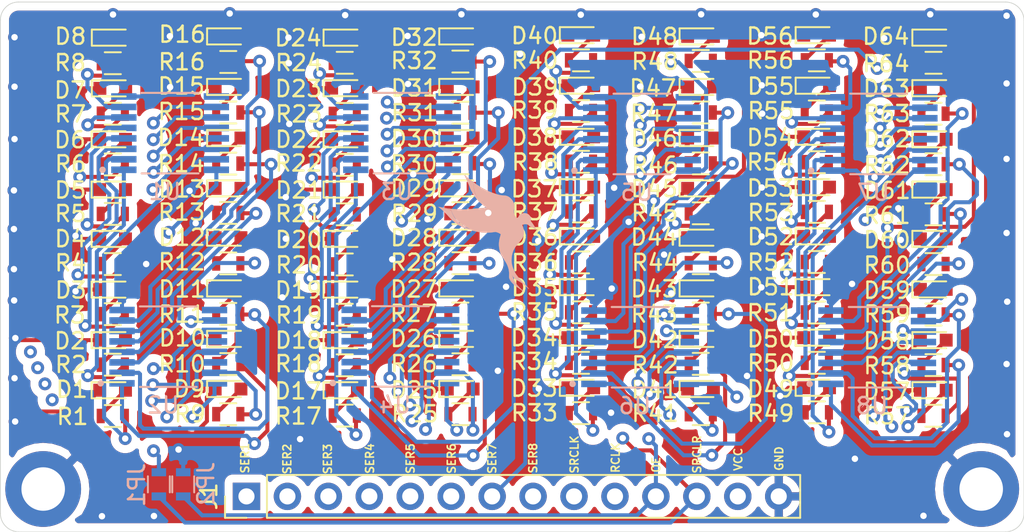
<source format=kicad_pcb>
(kicad_pcb (version 20171130) (host pcbnew "(5.1.9)-1")
  (layers (0 F.Cu signal) (1 In1.Cu signal) (2 In2.Cu signal) (31 B.Cu signal) (34 B.Paste user) (35 F.Paste user) (36 B.SilkS user) (37 F.SilkS user) (38 B.Mask user) (39 F.Mask user) (44 Edge.Cuts user))
  (net 0 "")
  (net 1 "Net-(D1-Pad2)")
  (net 2 GND)
  (net 3 "Net-(D2-Pad2)")
  (net 4 "Net-(D3-Pad2)")
  (net 5 "Net-(D4-Pad2)")
  (net 6 "Net-(D5-Pad2)")
  (net 7 "Net-(D6-Pad2)")
  (net 8 "Net-(D7-Pad2)")
  (net 9 "Net-(D8-Pad2)")
  (net 10 "Net-(D9-Pad2)")
  (net 11 "Net-(D10-Pad2)")
  (net 12 "Net-(D11-Pad2)")
  (net 13 "Net-(D12-Pad2)")
  (net 14 "Net-(D13-Pad2)")
  (net 15 "Net-(D14-Pad2)")
  (net 16 "Net-(D15-Pad2)")
  (net 17 "Net-(D16-Pad2)")
  (net 18 "Net-(D17-Pad2)")
  (net 19 "Net-(D18-Pad2)")
  (net 20 "Net-(D19-Pad2)")
  (net 21 "Net-(D20-Pad2)")
  (net 22 "Net-(D21-Pad2)")
  (net 23 "Net-(D22-Pad2)")
  (net 24 "Net-(D23-Pad2)")
  (net 25 "Net-(D24-Pad2)")
  (net 26 "Net-(D25-Pad2)")
  (net 27 "Net-(D26-Pad2)")
  (net 28 "Net-(D27-Pad2)")
  (net 29 "Net-(D28-Pad2)")
  (net 30 "Net-(D29-Pad2)")
  (net 31 "Net-(D30-Pad2)")
  (net 32 "Net-(D31-Pad2)")
  (net 33 "Net-(D32-Pad2)")
  (net 34 "Net-(D33-Pad2)")
  (net 35 "Net-(D34-Pad2)")
  (net 36 "Net-(D35-Pad2)")
  (net 37 "Net-(D36-Pad2)")
  (net 38 "Net-(D37-Pad2)")
  (net 39 "Net-(D38-Pad2)")
  (net 40 "Net-(D39-Pad2)")
  (net 41 "Net-(D40-Pad2)")
  (net 42 "Net-(D41-Pad2)")
  (net 43 "Net-(D42-Pad2)")
  (net 44 "Net-(D43-Pad2)")
  (net 45 "Net-(D44-Pad2)")
  (net 46 "Net-(D45-Pad2)")
  (net 47 "Net-(D46-Pad2)")
  (net 48 "Net-(D47-Pad2)")
  (net 49 "Net-(D48-Pad2)")
  (net 50 "Net-(D49-Pad2)")
  (net 51 "Net-(D50-Pad2)")
  (net 52 "Net-(D51-Pad2)")
  (net 53 "Net-(D52-Pad2)")
  (net 54 "Net-(D53-Pad2)")
  (net 55 "Net-(D54-Pad2)")
  (net 56 "Net-(D55-Pad2)")
  (net 57 "Net-(D56-Pad2)")
  (net 58 "Net-(D57-Pad2)")
  (net 59 "Net-(D58-Pad2)")
  (net 60 "Net-(D59-Pad2)")
  (net 61 "Net-(D60-Pad2)")
  (net 62 "Net-(D61-Pad2)")
  (net 63 "Net-(D62-Pad2)")
  (net 64 "Net-(D63-Pad2)")
  (net 65 "Net-(D64-Pad2)")
  (net 66 VCC)
  (net 67 "Net-(J1-Pad12)")
  (net 68 "Net-(J1-Pad11)")
  (net 69 "Net-(J1-Pad10)")
  (net 70 "Net-(J1-Pad9)")
  (net 71 SER8)
  (net 72 SER7)
  (net 73 SER6)
  (net 74 SER5)
  (net 75 SER4)
  (net 76 SER3)
  (net 77 SER2)
  (net 78 SER1)
  (net 79 "Net-(R1-Pad2)")
  (net 80 "Net-(R2-Pad2)")
  (net 81 "Net-(R3-Pad2)")
  (net 82 "Net-(R4-Pad2)")
  (net 83 "Net-(R5-Pad2)")
  (net 84 "Net-(R6-Pad2)")
  (net 85 "Net-(R7-Pad2)")
  (net 86 "Net-(R8-Pad2)")
  (net 87 "Net-(R9-Pad2)")
  (net 88 "Net-(R10-Pad2)")
  (net 89 "Net-(R11-Pad2)")
  (net 90 "Net-(R12-Pad2)")
  (net 91 "Net-(R13-Pad2)")
  (net 92 "Net-(R14-Pad2)")
  (net 93 "Net-(R15-Pad2)")
  (net 94 "Net-(R16-Pad2)")
  (net 95 "Net-(R17-Pad2)")
  (net 96 "Net-(R18-Pad2)")
  (net 97 "Net-(R19-Pad2)")
  (net 98 "Net-(R20-Pad2)")
  (net 99 "Net-(R21-Pad2)")
  (net 100 "Net-(R22-Pad2)")
  (net 101 "Net-(R23-Pad2)")
  (net 102 "Net-(R24-Pad2)")
  (net 103 "Net-(R25-Pad2)")
  (net 104 "Net-(R26-Pad2)")
  (net 105 "Net-(R27-Pad2)")
  (net 106 "Net-(R28-Pad2)")
  (net 107 "Net-(R29-Pad2)")
  (net 108 "Net-(R30-Pad2)")
  (net 109 "Net-(R31-Pad2)")
  (net 110 "Net-(R32-Pad2)")
  (net 111 "Net-(R33-Pad2)")
  (net 112 "Net-(R34-Pad2)")
  (net 113 "Net-(R35-Pad2)")
  (net 114 "Net-(R36-Pad2)")
  (net 115 "Net-(R37-Pad2)")
  (net 116 "Net-(R38-Pad2)")
  (net 117 "Net-(R39-Pad2)")
  (net 118 "Net-(R40-Pad2)")
  (net 119 "Net-(R41-Pad2)")
  (net 120 "Net-(R42-Pad2)")
  (net 121 "Net-(R43-Pad2)")
  (net 122 "Net-(R44-Pad2)")
  (net 123 "Net-(R45-Pad2)")
  (net 124 "Net-(R46-Pad2)")
  (net 125 "Net-(R47-Pad2)")
  (net 126 "Net-(R48-Pad2)")
  (net 127 "Net-(R49-Pad2)")
  (net 128 "Net-(R50-Pad2)")
  (net 129 "Net-(R51-Pad2)")
  (net 130 "Net-(R52-Pad2)")
  (net 131 "Net-(R53-Pad2)")
  (net 132 "Net-(R54-Pad2)")
  (net 133 "Net-(R55-Pad2)")
  (net 134 "Net-(R56-Pad2)")
  (net 135 "Net-(R57-Pad2)")
  (net 136 "Net-(R58-Pad2)")
  (net 137 "Net-(R59-Pad2)")
  (net 138 "Net-(R60-Pad2)")
  (net 139 "Net-(R61-Pad2)")
  (net 140 "Net-(R62-Pad2)")
  (net 141 "Net-(R63-Pad2)")
  (net 142 "Net-(R64-Pad2)")
  (net 143 "Net-(U1-Pad9)")
  (net 144 "Net-(U2-Pad9)")
  (net 145 "Net-(U3-Pad9)")
  (net 146 "Net-(U4-Pad9)")
  (net 147 "Net-(U5-Pad9)")
  (net 148 "Net-(U6-Pad9)")
  (net 149 "Net-(U7-Pad9)")
  (net 150 "Net-(U8-Pad9)")
  (module logo:tern (layer F.Cu) (at 101.1936 44.3611)
    (fp_text reference G*** hide)
    (fp_text value LOGO hide)
  )
  (module SN74LV595APWRG4:SOP65P640X120-16N (layer B.Cu) (at 124.3328 38.7968)
    (fp_text reference U7 (at -0.325 3.635) (layer B.SilkS) (effects (justify mirror)))
    (fp_text value SN74LV595APWRG4)
    (pad 16 smd rect (at 2.87 2.275) (size 1.57 0.41) (layers B.Cu B.Paste B.Mask) (net 66 VCC))
    (pad 15 smd rect (at 2.87 1.625) (size 1.57 0.41) (layers B.Cu B.Paste B.Mask) (net 127 "Net-(R49-Pad2)"))
    (pad 14 smd rect (at 2.87 0.975) (size 1.57 0.41) (layers B.Cu B.Paste B.Mask) (net 72 SER7))
    (pad 13 smd rect (at 2.87 0.325) (size 1.57 0.41) (layers B.Cu B.Paste B.Mask) (net 68 "Net-(J1-Pad11)"))
    (pad 12 smd rect (at 2.87 -0.325) (size 1.57 0.41) (layers B.Cu B.Paste B.Mask) (net 69 "Net-(J1-Pad10)"))
    (pad 11 smd rect (at 2.87 -0.975) (size 1.57 0.41) (layers B.Cu B.Paste B.Mask) (net 70 "Net-(J1-Pad9)"))
    (pad 10 smd rect (at 2.87 -1.625) (size 1.57 0.41) (layers B.Cu B.Paste B.Mask) (net 67 "Net-(J1-Pad12)"))
    (pad 9 smd rect (at 2.87 -2.275) (size 1.57 0.41) (layers B.Cu B.Paste B.Mask) (net 149 "Net-(U7-Pad9)"))
    (pad 8 smd rect (at -2.87 -2.275) (size 1.57 0.41) (layers B.Cu B.Paste B.Mask) (net 2 GND))
    (pad 7 smd rect (at -2.87 -1.625) (size 1.57 0.41) (layers B.Cu B.Paste B.Mask) (net 134 "Net-(R56-Pad2)"))
    (pad 6 smd rect (at -2.87 -0.975) (size 1.57 0.41) (layers B.Cu B.Paste B.Mask) (net 133 "Net-(R55-Pad2)"))
    (pad 5 smd rect (at -2.87 -0.325) (size 1.57 0.41) (layers B.Cu B.Paste B.Mask) (net 132 "Net-(R54-Pad2)"))
    (pad 4 smd rect (at -2.87 0.325) (size 1.57 0.41) (layers B.Cu B.Paste B.Mask) (net 131 "Net-(R53-Pad2)"))
    (pad 3 smd rect (at -2.87 0.975) (size 1.57 0.41) (layers B.Cu B.Paste B.Mask) (net 130 "Net-(R52-Pad2)"))
    (pad 2 smd rect (at -2.87 1.625) (size 1.57 0.41) (layers B.Cu B.Paste B.Mask) (net 129 "Net-(R51-Pad2)"))
    (pad 1 smd rect (at -2.87 2.275) (size 1.57 0.41) (layers B.Cu B.Paste B.Mask) (net 128 "Net-(R50-Pad2)"))
  )
  (module SN74LV595APWRG4:SOP65P640X120-16N (layer B.Cu) (at 80.3781 38.7477)
    (fp_text reference U1 (at -0.325 3.635) (layer B.SilkS) (effects (justify mirror)))
    (fp_text value SN74LV595APWRG4)
    (pad 16 smd rect (at 2.87 2.275) (size 1.57 0.41) (layers B.Cu B.Paste B.Mask) (net 66 VCC))
    (pad 15 smd rect (at 2.87 1.625) (size 1.57 0.41) (layers B.Cu B.Paste B.Mask) (net 79 "Net-(R1-Pad2)"))
    (pad 14 smd rect (at 2.87 0.975) (size 1.57 0.41) (layers B.Cu B.Paste B.Mask) (net 78 SER1))
    (pad 13 smd rect (at 2.87 0.325) (size 1.57 0.41) (layers B.Cu B.Paste B.Mask) (net 68 "Net-(J1-Pad11)"))
    (pad 12 smd rect (at 2.87 -0.325) (size 1.57 0.41) (layers B.Cu B.Paste B.Mask) (net 69 "Net-(J1-Pad10)"))
    (pad 11 smd rect (at 2.87 -0.975) (size 1.57 0.41) (layers B.Cu B.Paste B.Mask) (net 70 "Net-(J1-Pad9)"))
    (pad 10 smd rect (at 2.87 -1.625) (size 1.57 0.41) (layers B.Cu B.Paste B.Mask) (net 67 "Net-(J1-Pad12)"))
    (pad 9 smd rect (at 2.87 -2.275) (size 1.57 0.41) (layers B.Cu B.Paste B.Mask) (net 143 "Net-(U1-Pad9)"))
    (pad 8 smd rect (at -2.87 -2.275) (size 1.57 0.41) (layers B.Cu B.Paste B.Mask) (net 2 GND))
    (pad 7 smd rect (at -2.87 -1.625) (size 1.57 0.41) (layers B.Cu B.Paste B.Mask) (net 86 "Net-(R8-Pad2)"))
    (pad 6 smd rect (at -2.87 -0.975) (size 1.57 0.41) (layers B.Cu B.Paste B.Mask) (net 85 "Net-(R7-Pad2)"))
    (pad 5 smd rect (at -2.87 -0.325) (size 1.57 0.41) (layers B.Cu B.Paste B.Mask) (net 84 "Net-(R6-Pad2)"))
    (pad 4 smd rect (at -2.87 0.325) (size 1.57 0.41) (layers B.Cu B.Paste B.Mask) (net 83 "Net-(R5-Pad2)"))
    (pad 3 smd rect (at -2.87 0.975) (size 1.57 0.41) (layers B.Cu B.Paste B.Mask) (net 82 "Net-(R4-Pad2)"))
    (pad 2 smd rect (at -2.87 1.625) (size 1.57 0.41) (layers B.Cu B.Paste B.Mask) (net 81 "Net-(R3-Pad2)"))
    (pad 1 smd rect (at -2.87 2.275) (size 1.57 0.41) (layers B.Cu B.Paste B.Mask) (net 80 "Net-(R2-Pad2)"))
  )
  (module SN74LV595APWRG4:SOP65P640X120-16N (layer B.Cu) (at 80.2638 52.0065)
    (fp_text reference U2 (at -0.325 3.635) (layer B.SilkS) (effects (justify mirror)))
    (fp_text value SN74LV595APWRG4)
    (pad 16 smd rect (at 2.87 2.275) (size 1.57 0.41) (layers B.Cu B.Paste B.Mask) (net 66 VCC))
    (pad 15 smd rect (at 2.87 1.625) (size 1.57 0.41) (layers B.Cu B.Paste B.Mask) (net 87 "Net-(R9-Pad2)"))
    (pad 14 smd rect (at 2.87 0.975) (size 1.57 0.41) (layers B.Cu B.Paste B.Mask) (net 77 SER2))
    (pad 13 smd rect (at 2.87 0.325) (size 1.57 0.41) (layers B.Cu B.Paste B.Mask) (net 68 "Net-(J1-Pad11)"))
    (pad 12 smd rect (at 2.87 -0.325) (size 1.57 0.41) (layers B.Cu B.Paste B.Mask) (net 69 "Net-(J1-Pad10)"))
    (pad 11 smd rect (at 2.87 -0.975) (size 1.57 0.41) (layers B.Cu B.Paste B.Mask) (net 70 "Net-(J1-Pad9)"))
    (pad 10 smd rect (at 2.87 -1.625) (size 1.57 0.41) (layers B.Cu B.Paste B.Mask) (net 67 "Net-(J1-Pad12)"))
    (pad 9 smd rect (at 2.87 -2.275) (size 1.57 0.41) (layers B.Cu B.Paste B.Mask) (net 144 "Net-(U2-Pad9)"))
    (pad 8 smd rect (at -2.87 -2.275) (size 1.57 0.41) (layers B.Cu B.Paste B.Mask) (net 2 GND))
    (pad 7 smd rect (at -2.87 -1.625) (size 1.57 0.41) (layers B.Cu B.Paste B.Mask) (net 94 "Net-(R16-Pad2)"))
    (pad 6 smd rect (at -2.87 -0.975) (size 1.57 0.41) (layers B.Cu B.Paste B.Mask) (net 93 "Net-(R15-Pad2)"))
    (pad 5 smd rect (at -2.87 -0.325) (size 1.57 0.41) (layers B.Cu B.Paste B.Mask) (net 92 "Net-(R14-Pad2)"))
    (pad 4 smd rect (at -2.87 0.325) (size 1.57 0.41) (layers B.Cu B.Paste B.Mask) (net 91 "Net-(R13-Pad2)"))
    (pad 3 smd rect (at -2.87 0.975) (size 1.57 0.41) (layers B.Cu B.Paste B.Mask) (net 90 "Net-(R12-Pad2)"))
    (pad 2 smd rect (at -2.87 1.625) (size 1.57 0.41) (layers B.Cu B.Paste B.Mask) (net 89 "Net-(R11-Pad2)"))
    (pad 1 smd rect (at -2.87 2.275) (size 1.57 0.41) (layers B.Cu B.Paste B.Mask) (net 88 "Net-(R10-Pad2)"))
  )
  (module SN74LV595APWRG4:SOP65P640X120-16N (layer B.Cu) (at 94.7672 38.746)
    (fp_text reference U3 (at -0.325 3.635) (layer B.SilkS) (effects (justify mirror)))
    (fp_text value SN74LV595APWRG4)
    (pad 16 smd rect (at 2.87 2.275) (size 1.57 0.41) (layers B.Cu B.Paste B.Mask) (net 66 VCC))
    (pad 15 smd rect (at 2.87 1.625) (size 1.57 0.41) (layers B.Cu B.Paste B.Mask) (net 95 "Net-(R17-Pad2)"))
    (pad 14 smd rect (at 2.87 0.975) (size 1.57 0.41) (layers B.Cu B.Paste B.Mask) (net 76 SER3))
    (pad 13 smd rect (at 2.87 0.325) (size 1.57 0.41) (layers B.Cu B.Paste B.Mask) (net 68 "Net-(J1-Pad11)"))
    (pad 12 smd rect (at 2.87 -0.325) (size 1.57 0.41) (layers B.Cu B.Paste B.Mask) (net 69 "Net-(J1-Pad10)"))
    (pad 11 smd rect (at 2.87 -0.975) (size 1.57 0.41) (layers B.Cu B.Paste B.Mask) (net 70 "Net-(J1-Pad9)"))
    (pad 10 smd rect (at 2.87 -1.625) (size 1.57 0.41) (layers B.Cu B.Paste B.Mask) (net 67 "Net-(J1-Pad12)"))
    (pad 9 smd rect (at 2.87 -2.275) (size 1.57 0.41) (layers B.Cu B.Paste B.Mask) (net 145 "Net-(U3-Pad9)"))
    (pad 8 smd rect (at -2.87 -2.275) (size 1.57 0.41) (layers B.Cu B.Paste B.Mask) (net 2 GND))
    (pad 7 smd rect (at -2.87 -1.625) (size 1.57 0.41) (layers B.Cu B.Paste B.Mask) (net 102 "Net-(R24-Pad2)"))
    (pad 6 smd rect (at -2.87 -0.975) (size 1.57 0.41) (layers B.Cu B.Paste B.Mask) (net 101 "Net-(R23-Pad2)"))
    (pad 5 smd rect (at -2.87 -0.325) (size 1.57 0.41) (layers B.Cu B.Paste B.Mask) (net 100 "Net-(R22-Pad2)"))
    (pad 4 smd rect (at -2.87 0.325) (size 1.57 0.41) (layers B.Cu B.Paste B.Mask) (net 99 "Net-(R21-Pad2)"))
    (pad 3 smd rect (at -2.87 0.975) (size 1.57 0.41) (layers B.Cu B.Paste B.Mask) (net 98 "Net-(R20-Pad2)"))
    (pad 2 smd rect (at -2.87 1.625) (size 1.57 0.41) (layers B.Cu B.Paste B.Mask) (net 97 "Net-(R19-Pad2)"))
    (pad 1 smd rect (at -2.87 2.275) (size 1.57 0.41) (layers B.Cu B.Paste B.Mask) (net 96 "Net-(R18-Pad2)"))
  )
  (module SN74LV595APWRG4:SOP65P640X120-16N (layer B.Cu) (at 94.6656 51.9921)
    (fp_text reference U4 (at -0.325 3.635) (layer B.SilkS) (effects (justify mirror)))
    (fp_text value SN74LV595APWRG4)
    (pad 16 smd rect (at 2.87 2.275) (size 1.57 0.41) (layers B.Cu B.Paste B.Mask) (net 66 VCC))
    (pad 15 smd rect (at 2.87 1.625) (size 1.57 0.41) (layers B.Cu B.Paste B.Mask) (net 103 "Net-(R25-Pad2)"))
    (pad 14 smd rect (at 2.87 0.975) (size 1.57 0.41) (layers B.Cu B.Paste B.Mask) (net 75 SER4))
    (pad 13 smd rect (at 2.87 0.325) (size 1.57 0.41) (layers B.Cu B.Paste B.Mask) (net 68 "Net-(J1-Pad11)"))
    (pad 12 smd rect (at 2.87 -0.325) (size 1.57 0.41) (layers B.Cu B.Paste B.Mask) (net 69 "Net-(J1-Pad10)"))
    (pad 11 smd rect (at 2.87 -0.975) (size 1.57 0.41) (layers B.Cu B.Paste B.Mask) (net 70 "Net-(J1-Pad9)"))
    (pad 10 smd rect (at 2.87 -1.625) (size 1.57 0.41) (layers B.Cu B.Paste B.Mask) (net 67 "Net-(J1-Pad12)"))
    (pad 9 smd rect (at 2.87 -2.275) (size 1.57 0.41) (layers B.Cu B.Paste B.Mask) (net 146 "Net-(U4-Pad9)"))
    (pad 8 smd rect (at -2.87 -2.275) (size 1.57 0.41) (layers B.Cu B.Paste B.Mask) (net 2 GND))
    (pad 7 smd rect (at -2.87 -1.625) (size 1.57 0.41) (layers B.Cu B.Paste B.Mask) (net 110 "Net-(R32-Pad2)"))
    (pad 6 smd rect (at -2.87 -0.975) (size 1.57 0.41) (layers B.Cu B.Paste B.Mask) (net 109 "Net-(R31-Pad2)"))
    (pad 5 smd rect (at -2.87 -0.325) (size 1.57 0.41) (layers B.Cu B.Paste B.Mask) (net 108 "Net-(R30-Pad2)"))
    (pad 4 smd rect (at -2.87 0.325) (size 1.57 0.41) (layers B.Cu B.Paste B.Mask) (net 107 "Net-(R29-Pad2)"))
    (pad 3 smd rect (at -2.87 0.975) (size 1.57 0.41) (layers B.Cu B.Paste B.Mask) (net 106 "Net-(R28-Pad2)"))
    (pad 2 smd rect (at -2.87 1.625) (size 1.57 0.41) (layers B.Cu B.Paste B.Mask) (net 105 "Net-(R27-Pad2)"))
    (pad 1 smd rect (at -2.87 2.275) (size 1.57 0.41) (layers B.Cu B.Paste B.Mask) (net 104 "Net-(R26-Pad2)"))
  )
  (module SN74LV595APWRG4:SOP65P640X120-16N (layer B.Cu) (at 109.6516 38.7968)
    (fp_text reference U5 (at -0.325 3.635) (layer B.SilkS) (effects (justify mirror)))
    (fp_text value SN74LV595APWRG4)
    (pad 16 smd rect (at 2.87 2.275) (size 1.57 0.41) (layers B.Cu B.Paste B.Mask) (net 66 VCC))
    (pad 15 smd rect (at 2.87 1.625) (size 1.57 0.41) (layers B.Cu B.Paste B.Mask) (net 111 "Net-(R33-Pad2)"))
    (pad 14 smd rect (at 2.87 0.975) (size 1.57 0.41) (layers B.Cu B.Paste B.Mask) (net 74 SER5))
    (pad 13 smd rect (at 2.87 0.325) (size 1.57 0.41) (layers B.Cu B.Paste B.Mask) (net 68 "Net-(J1-Pad11)"))
    (pad 12 smd rect (at 2.87 -0.325) (size 1.57 0.41) (layers B.Cu B.Paste B.Mask) (net 69 "Net-(J1-Pad10)"))
    (pad 11 smd rect (at 2.87 -0.975) (size 1.57 0.41) (layers B.Cu B.Paste B.Mask) (net 70 "Net-(J1-Pad9)"))
    (pad 10 smd rect (at 2.87 -1.625) (size 1.57 0.41) (layers B.Cu B.Paste B.Mask) (net 67 "Net-(J1-Pad12)"))
    (pad 9 smd rect (at 2.87 -2.275) (size 1.57 0.41) (layers B.Cu B.Paste B.Mask) (net 147 "Net-(U5-Pad9)"))
    (pad 8 smd rect (at -2.87 -2.275) (size 1.57 0.41) (layers B.Cu B.Paste B.Mask) (net 2 GND))
    (pad 7 smd rect (at -2.87 -1.625) (size 1.57 0.41) (layers B.Cu B.Paste B.Mask) (net 118 "Net-(R40-Pad2)"))
    (pad 6 smd rect (at -2.87 -0.975) (size 1.57 0.41) (layers B.Cu B.Paste B.Mask) (net 117 "Net-(R39-Pad2)"))
    (pad 5 smd rect (at -2.87 -0.325) (size 1.57 0.41) (layers B.Cu B.Paste B.Mask) (net 116 "Net-(R38-Pad2)"))
    (pad 4 smd rect (at -2.87 0.325) (size 1.57 0.41) (layers B.Cu B.Paste B.Mask) (net 115 "Net-(R37-Pad2)"))
    (pad 3 smd rect (at -2.87 0.975) (size 1.57 0.41) (layers B.Cu B.Paste B.Mask) (net 114 "Net-(R36-Pad2)"))
    (pad 2 smd rect (at -2.87 1.625) (size 1.57 0.41) (layers B.Cu B.Paste B.Mask) (net 113 "Net-(R35-Pad2)"))
    (pad 1 smd rect (at -2.87 2.275) (size 1.57 0.41) (layers B.Cu B.Paste B.Mask) (net 112 "Net-(R34-Pad2)"))
  )
  (module SN74LV595APWRG4:SOP65P640X120-16N (layer B.Cu) (at 109.5373 52.0429)
    (fp_text reference U6 (at -0.325 3.635) (layer B.SilkS) (effects (justify mirror)))
    (fp_text value SN74LV595APWRG4)
    (pad 16 smd rect (at 2.87 2.275) (size 1.57 0.41) (layers B.Cu B.Paste B.Mask) (net 66 VCC))
    (pad 15 smd rect (at 2.87 1.625) (size 1.57 0.41) (layers B.Cu B.Paste B.Mask) (net 119 "Net-(R41-Pad2)"))
    (pad 14 smd rect (at 2.87 0.975) (size 1.57 0.41) (layers B.Cu B.Paste B.Mask) (net 73 SER6))
    (pad 13 smd rect (at 2.87 0.325) (size 1.57 0.41) (layers B.Cu B.Paste B.Mask) (net 68 "Net-(J1-Pad11)"))
    (pad 12 smd rect (at 2.87 -0.325) (size 1.57 0.41) (layers B.Cu B.Paste B.Mask) (net 69 "Net-(J1-Pad10)"))
    (pad 11 smd rect (at 2.87 -0.975) (size 1.57 0.41) (layers B.Cu B.Paste B.Mask) (net 70 "Net-(J1-Pad9)"))
    (pad 10 smd rect (at 2.87 -1.625) (size 1.57 0.41) (layers B.Cu B.Paste B.Mask) (net 67 "Net-(J1-Pad12)"))
    (pad 9 smd rect (at 2.87 -2.275) (size 1.57 0.41) (layers B.Cu B.Paste B.Mask) (net 148 "Net-(U6-Pad9)"))
    (pad 8 smd rect (at -2.87 -2.275) (size 1.57 0.41) (layers B.Cu B.Paste B.Mask) (net 2 GND))
    (pad 7 smd rect (at -2.87 -1.625) (size 1.57 0.41) (layers B.Cu B.Paste B.Mask) (net 126 "Net-(R48-Pad2)"))
    (pad 6 smd rect (at -2.87 -0.975) (size 1.57 0.41) (layers B.Cu B.Paste B.Mask) (net 125 "Net-(R47-Pad2)"))
    (pad 5 smd rect (at -2.87 -0.325) (size 1.57 0.41) (layers B.Cu B.Paste B.Mask) (net 124 "Net-(R46-Pad2)"))
    (pad 4 smd rect (at -2.87 0.325) (size 1.57 0.41) (layers B.Cu B.Paste B.Mask) (net 123 "Net-(R45-Pad2)"))
    (pad 3 smd rect (at -2.87 0.975) (size 1.57 0.41) (layers B.Cu B.Paste B.Mask) (net 122 "Net-(R44-Pad2)"))
    (pad 2 smd rect (at -2.87 1.625) (size 1.57 0.41) (layers B.Cu B.Paste B.Mask) (net 121 "Net-(R43-Pad2)"))
    (pad 1 smd rect (at -2.87 2.275) (size 1.57 0.41) (layers B.Cu B.Paste B.Mask) (net 120 "Net-(R42-Pad2)"))
  )
  (module SN74LV595APWRG4:SOP65P640X120-16N (layer B.Cu) (at 124.2439 52.0429)
    (fp_text reference U8 (at -0.325 3.635) (layer B.SilkS) (effects (justify mirror)))
    (fp_text value SN74LV595APWRG4)
    (pad 16 smd rect (at 2.87 2.275) (size 1.57 0.41) (layers B.Cu B.Paste B.Mask) (net 66 VCC))
    (pad 15 smd rect (at 2.87 1.625) (size 1.57 0.41) (layers B.Cu B.Paste B.Mask) (net 135 "Net-(R57-Pad2)"))
    (pad 14 smd rect (at 2.87 0.975) (size 1.57 0.41) (layers B.Cu B.Paste B.Mask) (net 71 SER8))
    (pad 13 smd rect (at 2.87 0.325) (size 1.57 0.41) (layers B.Cu B.Paste B.Mask) (net 68 "Net-(J1-Pad11)"))
    (pad 12 smd rect (at 2.87 -0.325) (size 1.57 0.41) (layers B.Cu B.Paste B.Mask) (net 69 "Net-(J1-Pad10)"))
    (pad 11 smd rect (at 2.87 -0.975) (size 1.57 0.41) (layers B.Cu B.Paste B.Mask) (net 70 "Net-(J1-Pad9)"))
    (pad 10 smd rect (at 2.87 -1.625) (size 1.57 0.41) (layers B.Cu B.Paste B.Mask) (net 67 "Net-(J1-Pad12)"))
    (pad 9 smd rect (at 2.87 -2.275) (size 1.57 0.41) (layers B.Cu B.Paste B.Mask) (net 150 "Net-(U8-Pad9)"))
    (pad 8 smd rect (at -2.87 -2.275) (size 1.57 0.41) (layers B.Cu B.Paste B.Mask) (net 2 GND))
    (pad 7 smd rect (at -2.87 -1.625) (size 1.57 0.41) (layers B.Cu B.Paste B.Mask) (net 142 "Net-(R64-Pad2)"))
    (pad 6 smd rect (at -2.87 -0.975) (size 1.57 0.41) (layers B.Cu B.Paste B.Mask) (net 141 "Net-(R63-Pad2)"))
    (pad 5 smd rect (at -2.87 -0.325) (size 1.57 0.41) (layers B.Cu B.Paste B.Mask) (net 140 "Net-(R62-Pad2)"))
    (pad 4 smd rect (at -2.87 0.325) (size 1.57 0.41) (layers B.Cu B.Paste B.Mask) (net 139 "Net-(R61-Pad2)"))
    (pad 3 smd rect (at -2.87 0.975) (size 1.57 0.41) (layers B.Cu B.Paste B.Mask) (net 138 "Net-(R60-Pad2)"))
    (pad 2 smd rect (at -2.87 1.625) (size 1.57 0.41) (layers B.Cu B.Paste B.Mask) (net 137 "Net-(R59-Pad2)"))
    (pad 1 smd rect (at -2.87 2.275) (size 1.57 0.41) (layers B.Cu B.Paste B.Mask) (net 136 "Net-(R58-Pad2)"))
  )
  (module Mounting_Holes:MountingHole_2.7mm_M2.5_DIN965_Pad (layer F.Cu) (at 130.6957 60.8457)
    (fp_text reference REF** hide)
    (fp_text value MountingHole_2.7mm_M2.5_DIN965_Pad)
    (pad 1 thru_hole circle (at 0 0) (size 4.7 4.7) (drill 2.7) (layers *.Cu *.Mask) (net 2 GND))
  )
  (module Mounting_Holes:MountingHole_2.7mm_M2.5_DIN965_Pad (layer F.Cu) (at 72.5043 60.8457)
    (fp_text reference REF** hide)
    (fp_text value MountingHole_2.7mm_M2.5_DIN965_Pad)
    (pad 1 thru_hole circle (at 0 0) (size 4.7 4.7) (drill 2.7) (layers *.Cu *.Mask) (net 2 GND))
  )
  (module LEDs:LED_0603 (layer F.Cu) (at 76.8095 54.7116)
    (fp_text reference D1 (at -2.5273 -0.0508) (layer F.SilkS))
    (fp_text value LED)
    (pad 2 smd rect (at 0.8 0 180) (size 0.8 0.8) (layers F.Cu F.Paste F.Mask) (net 1 "Net-(D1-Pad2)"))
    (pad 1 smd rect (at -0.8 0 180) (size 0.8 0.8) (layers F.Cu F.Paste F.Mask) (net 2 GND))
  )
  (module LEDs:LED_0603 (layer F.Cu) (at 76.8095 51.6001)
    (fp_text reference D2 (at -2.6416 0.0508) (layer F.SilkS))
    (fp_text value LED)
    (pad 2 smd rect (at 0.8 0 180) (size 0.8 0.8) (layers F.Cu F.Paste F.Mask) (net 3 "Net-(D2-Pad2)"))
    (pad 1 smd rect (at -0.8 0 180) (size 0.8 0.8) (layers F.Cu F.Paste F.Mask) (net 2 GND))
  )
  (module LEDs:LED_0603 (layer F.Cu) (at 76.8095 48.4632)
    (fp_text reference D3 (at -2.5907 0.0381) (layer F.SilkS))
    (fp_text value LED)
    (pad 2 smd rect (at 0.8 0 180) (size 0.8 0.8) (layers F.Cu F.Paste F.Mask) (net 4 "Net-(D3-Pad2)"))
    (pad 1 smd rect (at -0.8 0 180) (size 0.8 0.8) (layers F.Cu F.Paste F.Mask) (net 2 GND))
  )
  (module LEDs:LED_0603 (layer F.Cu) (at 76.8095 45.3136)
    (fp_text reference D4 (at -2.6161 0) (layer F.SilkS))
    (fp_text value LED)
    (pad 2 smd rect (at 0.8 0 180) (size 0.8 0.8) (layers F.Cu F.Paste F.Mask) (net 5 "Net-(D4-Pad2)"))
    (pad 1 smd rect (at -0.8 0 180) (size 0.8 0.8) (layers F.Cu F.Paste F.Mask) (net 2 GND))
  )
  (module LEDs:LED_0603 (layer F.Cu) (at 76.8095 42.2529)
    (fp_text reference D5 (at -2.6161 0.0381) (layer F.SilkS))
    (fp_text value LED)
    (pad 2 smd rect (at 0.8 0 180) (size 0.8 0.8) (layers F.Cu F.Paste F.Mask) (net 6 "Net-(D5-Pad2)"))
    (pad 1 smd rect (at -0.8 0 180) (size 0.8 0.8) (layers F.Cu F.Paste F.Mask) (net 2 GND))
  )
  (module LEDs:LED_0603 (layer F.Cu) (at 76.8095 39.1287)
    (fp_text reference D6 (at -2.6415 0.0381) (layer F.SilkS))
    (fp_text value LED)
    (pad 2 smd rect (at 0.8 0 180) (size 0.8 0.8) (layers F.Cu F.Paste F.Mask) (net 7 "Net-(D6-Pad2)"))
    (pad 1 smd rect (at -0.8 0 180) (size 0.8 0.8) (layers F.Cu F.Paste F.Mask) (net 2 GND))
  )
  (module LEDs:LED_0603 (layer F.Cu) (at 76.8222 35.9664)
    (fp_text reference D7 (at -2.6542 0.1143) (layer F.SilkS))
    (fp_text value LED)
    (pad 2 smd rect (at 0.8 0 180) (size 0.8 0.8) (layers F.Cu F.Paste F.Mask) (net 8 "Net-(D7-Pad2)"))
    (pad 1 smd rect (at -0.8 0 180) (size 0.8 0.8) (layers F.Cu F.Paste F.Mask) (net 2 GND))
  )
  (module LEDs:LED_0603 (layer F.Cu) (at 76.8222 32.8168)
    (fp_text reference D8 (at -2.6288 -0.0762) (layer F.SilkS))
    (fp_text value LED)
    (pad 2 smd rect (at 0.8 0 180) (size 0.8 0.8) (layers F.Cu F.Paste F.Mask) (net 9 "Net-(D8-Pad2)"))
    (pad 1 smd rect (at -0.8 0 180) (size 0.8 0.8) (layers F.Cu F.Paste F.Mask) (net 2 GND))
  )
  (module LEDs:LED_0603 (layer F.Cu) (at 83.9723 54.6354)
    (fp_text reference D9 (at -2.4002 0) (layer F.SilkS))
    (fp_text value LED)
    (pad 2 smd rect (at 0.8 0 180) (size 0.8 0.8) (layers F.Cu F.Paste F.Mask) (net 10 "Net-(D9-Pad2)"))
    (pad 1 smd rect (at -0.8 0 180) (size 0.8 0.8) (layers F.Cu F.Paste F.Mask) (net 2 GND))
  )
  (module LEDs:LED_0603 (layer F.Cu) (at 83.9723 51.5239)
    (fp_text reference D10 (at -2.832 -0.0508) (layer F.SilkS))
    (fp_text value LED)
    (pad 2 smd rect (at 0.8 0 180) (size 0.8 0.8) (layers F.Cu F.Paste F.Mask) (net 11 "Net-(D10-Pad2)"))
    (pad 1 smd rect (at -0.8 0 180) (size 0.8 0.8) (layers F.Cu F.Paste F.Mask) (net 2 GND))
  )
  (module LEDs:LED_0603 (layer F.Cu) (at 83.9723 48.387)
    (fp_text reference D11 (at -2.8574 0.0508) (layer F.SilkS))
    (fp_text value LED)
    (pad 2 smd rect (at 0.8 0 180) (size 0.8 0.8) (layers F.Cu F.Paste F.Mask) (net 12 "Net-(D11-Pad2)"))
    (pad 1 smd rect (at -0.8 0 180) (size 0.8 0.8) (layers F.Cu F.Paste F.Mask) (net 2 GND))
  )
  (module LEDs:LED_0603 (layer F.Cu) (at 83.9723 45.2374)
    (fp_text reference D12 (at -2.8574 -0.0127) (layer F.SilkS))
    (fp_text value LED)
    (pad 2 smd rect (at 0.8 0 180) (size 0.8 0.8) (layers F.Cu F.Paste F.Mask) (net 13 "Net-(D12-Pad2)"))
    (pad 1 smd rect (at -0.8 0 180) (size 0.8 0.8) (layers F.Cu F.Paste F.Mask) (net 2 GND))
  )
  (module LEDs:LED_0603 (layer F.Cu) (at 83.9723 42.1767)
    (fp_text reference D13 (at -2.8701 0.0508) (layer F.SilkS))
    (fp_text value LED)
    (pad 2 smd rect (at 0.8 0 180) (size 0.8 0.8) (layers F.Cu F.Paste F.Mask) (net 14 "Net-(D13-Pad2)"))
    (pad 1 smd rect (at -0.8 0 180) (size 0.8 0.8) (layers F.Cu F.Paste F.Mask) (net 2 GND))
  )
  (module LEDs:LED_0603 (layer F.Cu) (at 83.9723 39.0525)
    (fp_text reference D14 (at -2.9209 -0.0254) (layer F.SilkS))
    (fp_text value LED)
    (pad 2 smd rect (at 0.8 0 180) (size 0.8 0.8) (layers F.Cu F.Paste F.Mask) (net 15 "Net-(D14-Pad2)"))
    (pad 1 smd rect (at -0.8 0 180) (size 0.8 0.8) (layers F.Cu F.Paste F.Mask) (net 2 GND))
  )
  (module LEDs:LED_0603 (layer F.Cu) (at 83.9723 35.8775)
    (fp_text reference D15 (at -2.8956 -0.0508) (layer F.SilkS))
    (fp_text value LED)
    (pad 2 smd rect (at 0.8 0 180) (size 0.8 0.8) (layers F.Cu F.Paste F.Mask) (net 16 "Net-(D15-Pad2)"))
    (pad 1 smd rect (at -0.8 0 180) (size 0.8 0.8) (layers F.Cu F.Paste F.Mask) (net 2 GND))
  )
  (module LEDs:LED_0603 (layer F.Cu) (at 83.9723 32.7406)
    (fp_text reference D16 (at -2.8447 -0.127) (layer F.SilkS))
    (fp_text value LED)
    (pad 2 smd rect (at 0.8 0 180) (size 0.8 0.8) (layers F.Cu F.Paste F.Mask) (net 17 "Net-(D16-Pad2)"))
    (pad 1 smd rect (at -0.8 0 180) (size 0.8 0.8) (layers F.Cu F.Paste F.Mask) (net 2 GND))
  )
  (module LEDs:LED_0603 (layer F.Cu) (at 91.1986 54.7116)
    (fp_text reference D17 (at -2.8828 0.0508) (layer F.SilkS))
    (fp_text value LED)
    (pad 2 smd rect (at 0.8 0 180) (size 0.8 0.8) (layers F.Cu F.Paste F.Mask) (net 18 "Net-(D17-Pad2)"))
    (pad 1 smd rect (at -0.8 0 180) (size 0.8 0.8) (layers F.Cu F.Paste F.Mask) (net 2 GND))
  )
  (module LEDs:LED_0603 (layer F.Cu) (at 91.1986 51.6001)
    (fp_text reference D18 (at -2.8447 0.0127) (layer F.SilkS))
    (fp_text value LED)
    (pad 2 smd rect (at 0.8 0 180) (size 0.8 0.8) (layers F.Cu F.Paste F.Mask) (net 19 "Net-(D18-Pad2)"))
    (pad 1 smd rect (at -0.8 0 180) (size 0.8 0.8) (layers F.Cu F.Paste F.Mask) (net 2 GND))
  )
  (module LEDs:LED_0603 (layer F.Cu) (at 91.1986 48.4632)
    (fp_text reference D19 (at -2.8574 0.0381) (layer F.SilkS))
    (fp_text value LED)
    (pad 2 smd rect (at 0.8 0 180) (size 0.8 0.8) (layers F.Cu F.Paste F.Mask) (net 20 "Net-(D19-Pad2)"))
    (pad 1 smd rect (at -0.8 0 180) (size 0.8 0.8) (layers F.Cu F.Paste F.Mask) (net 2 GND))
  )
  (module LEDs:LED_0603 (layer F.Cu) (at 91.1986 45.3136)
    (fp_text reference D20 (at -2.8447 0.0508) (layer F.SilkS))
    (fp_text value LED)
    (pad 2 smd rect (at 0.8 0 180) (size 0.8 0.8) (layers F.Cu F.Paste F.Mask) (net 21 "Net-(D20-Pad2)"))
    (pad 1 smd rect (at -0.8 0 180) (size 0.8 0.8) (layers F.Cu F.Paste F.Mask) (net 2 GND))
  )
  (module LEDs:LED_0603 (layer F.Cu) (at 91.1986 42.2529)
    (fp_text reference D21 (at -2.832 0.0381) (layer F.SilkS))
    (fp_text value LED)
    (pad 2 smd rect (at 0.8 0 180) (size 0.8 0.8) (layers F.Cu F.Paste F.Mask) (net 22 "Net-(D21-Pad2)"))
    (pad 1 smd rect (at -0.8 0 180) (size 0.8 0.8) (layers F.Cu F.Paste F.Mask) (net 2 GND))
  )
  (module LEDs:LED_0603 (layer F.Cu) (at 91.1986 39.1287)
    (fp_text reference D22 (at -2.8447 0.0127) (layer F.SilkS))
    (fp_text value LED)
    (pad 2 smd rect (at 0.8 0 180) (size 0.8 0.8) (layers F.Cu F.Paste F.Mask) (net 23 "Net-(D22-Pad2)"))
    (pad 1 smd rect (at -0.8 0 180) (size 0.8 0.8) (layers F.Cu F.Paste F.Mask) (net 2 GND))
  )
  (module LEDs:LED_0603 (layer F.Cu) (at 91.1986 35.9537)
    (fp_text reference D23 (at -2.8574 0.0381) (layer F.SilkS))
    (fp_text value LED)
    (pad 2 smd rect (at 0.8 0 180) (size 0.8 0.8) (layers F.Cu F.Paste F.Mask) (net 24 "Net-(D23-Pad2)"))
    (pad 1 smd rect (at -0.8 0 180) (size 0.8 0.8) (layers F.Cu F.Paste F.Mask) (net 2 GND))
  )
  (module LEDs:LED_0603 (layer F.Cu) (at 91.1986 32.8168)
    (fp_text reference D24 (at -2.8828 0.0254) (layer F.SilkS))
    (fp_text value LED)
    (pad 2 smd rect (at 0.8 0 180) (size 0.8 0.8) (layers F.Cu F.Paste F.Mask) (net 25 "Net-(D24-Pad2)"))
    (pad 1 smd rect (at -0.8 0 180) (size 0.8 0.8) (layers F.Cu F.Paste F.Mask) (net 2 GND))
  )
  (module LEDs:LED_0603 (layer F.Cu) (at 98.3741 54.6354)
    (fp_text reference D25 (at -2.8574 0.0635) (layer F.SilkS))
    (fp_text value LED)
    (pad 2 smd rect (at 0.8 0 180) (size 0.8 0.8) (layers F.Cu F.Paste F.Mask) (net 26 "Net-(D25-Pad2)"))
    (pad 1 smd rect (at -0.8 0 180) (size 0.8 0.8) (layers F.Cu F.Paste F.Mask) (net 2 GND))
  )
  (module LEDs:LED_0603 (layer F.Cu) (at 98.3741 51.5239)
    (fp_text reference D26 (at -2.8828 -0.0127) (layer F.SilkS))
    (fp_text value LED)
    (pad 2 smd rect (at 0.8 0 180) (size 0.8 0.8) (layers F.Cu F.Paste F.Mask) (net 27 "Net-(D26-Pad2)"))
    (pad 1 smd rect (at -0.8 0 180) (size 0.8 0.8) (layers F.Cu F.Paste F.Mask) (net 2 GND))
  )
  (module LEDs:LED_0603 (layer F.Cu) (at 98.3741 48.387)
    (fp_text reference D27 (at -2.8828 0.0508) (layer F.SilkS))
    (fp_text value LED)
    (pad 2 smd rect (at 0.8 0 180) (size 0.8 0.8) (layers F.Cu F.Paste F.Mask) (net 28 "Net-(D27-Pad2)"))
    (pad 1 smd rect (at -0.8 0 180) (size 0.8 0.8) (layers F.Cu F.Paste F.Mask) (net 2 GND))
  )
  (module LEDs:LED_0603 (layer F.Cu) (at 98.3741 45.2374)
    (fp_text reference D28 (at -2.8701 0.0127) (layer F.SilkS))
    (fp_text value LED)
    (pad 2 smd rect (at 0.8 0 180) (size 0.8 0.8) (layers F.Cu F.Paste F.Mask) (net 29 "Net-(D28-Pad2)"))
    (pad 1 smd rect (at -0.8 0 180) (size 0.8 0.8) (layers F.Cu F.Paste F.Mask) (net 2 GND))
  )
  (module LEDs:LED_0603 (layer F.Cu) (at 98.3741 42.1767)
    (fp_text reference D29 (at -2.8701 0) (layer F.SilkS))
    (fp_text value LED)
    (pad 2 smd rect (at 0.8 0 180) (size 0.8 0.8) (layers F.Cu F.Paste F.Mask) (net 30 "Net-(D29-Pad2)"))
    (pad 1 smd rect (at -0.8 0 180) (size 0.8 0.8) (layers F.Cu F.Paste F.Mask) (net 2 GND))
  )
  (module LEDs:LED_0603 (layer F.Cu) (at 98.3741 39.0525)
    (fp_text reference D30 (at -2.8574 0.0381) (layer F.SilkS))
    (fp_text value LED)
    (pad 2 smd rect (at 0.8 0 180) (size 0.8 0.8) (layers F.Cu F.Paste F.Mask) (net 31 "Net-(D30-Pad2)"))
    (pad 1 smd rect (at -0.8 0 180) (size 0.8 0.8) (layers F.Cu F.Paste F.Mask) (net 2 GND))
  )
  (module LEDs:LED_0603 (layer F.Cu) (at 98.3741 35.8775)
    (fp_text reference D31 (at -2.8447 0.0762) (layer F.SilkS))
    (fp_text value LED)
    (pad 2 smd rect (at 0.8 0 180) (size 0.8 0.8) (layers F.Cu F.Paste F.Mask) (net 32 "Net-(D31-Pad2)"))
    (pad 1 smd rect (at -0.8 0 180) (size 0.8 0.8) (layers F.Cu F.Paste F.Mask) (net 2 GND))
  )
  (module LEDs:LED_0603 (layer F.Cu) (at 98.3741 32.7406)
    (fp_text reference D32 (at -2.8574 0.0635) (layer F.SilkS))
    (fp_text value LED)
    (pad 2 smd rect (at 0.8 0 180) (size 0.8 0.8) (layers F.Cu F.Paste F.Mask) (net 33 "Net-(D32-Pad2)"))
    (pad 1 smd rect (at -0.8 0 180) (size 0.8 0.8) (layers F.Cu F.Paste F.Mask) (net 2 GND))
  )
  (module LEDs:LED_0603 (layer F.Cu) (at 105.8544 54.5592)
    (fp_text reference D33 (at -2.8828 0.0381) (layer F.SilkS))
    (fp_text value LED)
    (pad 2 smd rect (at 0.8 0 180) (size 0.8 0.8) (layers F.Cu F.Paste F.Mask) (net 34 "Net-(D33-Pad2)"))
    (pad 1 smd rect (at -0.8 0 180) (size 0.8 0.8) (layers F.Cu F.Paste F.Mask) (net 2 GND))
  )
  (module LEDs:LED_0603 (layer F.Cu) (at 105.8544 51.4477)
    (fp_text reference D34 (at -2.8955 0.0127) (layer F.SilkS))
    (fp_text value LED)
    (pad 2 smd rect (at 0.8 0 180) (size 0.8 0.8) (layers F.Cu F.Paste F.Mask) (net 35 "Net-(D34-Pad2)"))
    (pad 1 smd rect (at -0.8 0 180) (size 0.8 0.8) (layers F.Cu F.Paste F.Mask) (net 2 GND))
  )
  (module LEDs:LED_0603 (layer F.Cu) (at 105.8544 48.3108)
    (fp_text reference D35 (at -2.8574 0.0381) (layer F.SilkS))
    (fp_text value LED)
    (pad 2 smd rect (at 0.8 0 180) (size 0.8 0.8) (layers F.Cu F.Paste F.Mask) (net 36 "Net-(D35-Pad2)"))
    (pad 1 smd rect (at -0.8 0 180) (size 0.8 0.8) (layers F.Cu F.Paste F.Mask) (net 2 GND))
  )
  (module LEDs:LED_0603 (layer F.Cu) (at 105.8544 45.1612)
    (fp_text reference D36 (at -2.8447 0.0381) (layer F.SilkS))
    (fp_text value LED)
    (pad 2 smd rect (at 0.8 0 180) (size 0.8 0.8) (layers F.Cu F.Paste F.Mask) (net 37 "Net-(D36-Pad2)"))
    (pad 1 smd rect (at -0.8 0 180) (size 0.8 0.8) (layers F.Cu F.Paste F.Mask) (net 2 GND))
  )
  (module LEDs:LED_0603 (layer F.Cu) (at 105.8544 42.1005)
    (fp_text reference D37 (at -2.8828 0.1143) (layer F.SilkS))
    (fp_text value LED)
    (pad 2 smd rect (at 0.8 0 180) (size 0.8 0.8) (layers F.Cu F.Paste F.Mask) (net 38 "Net-(D37-Pad2)"))
    (pad 1 smd rect (at -0.8 0 180) (size 0.8 0.8) (layers F.Cu F.Paste F.Mask) (net 2 GND))
  )
  (module LEDs:LED_0603 (layer F.Cu) (at 105.8544 38.9763)
    (fp_text reference D38 (at -2.8701 0.0254) (layer F.SilkS))
    (fp_text value LED)
    (pad 2 smd rect (at 0.8 0 180) (size 0.8 0.8) (layers F.Cu F.Paste F.Mask) (net 39 "Net-(D38-Pad2)"))
    (pad 1 smd rect (at -0.8 0 180) (size 0.8 0.8) (layers F.Cu F.Paste F.Mask) (net 2 GND))
  )
  (module LEDs:LED_0603 (layer F.Cu) (at 105.8544 35.8013)
    (fp_text reference D39 (at -2.8447 0.0889) (layer F.SilkS))
    (fp_text value LED)
    (pad 2 smd rect (at 0.8 0 180) (size 0.8 0.8) (layers F.Cu F.Paste F.Mask) (net 40 "Net-(D39-Pad2)"))
    (pad 1 smd rect (at -0.8 0 180) (size 0.8 0.8) (layers F.Cu F.Paste F.Mask) (net 2 GND))
  )
  (module LEDs:LED_0603 (layer F.Cu) (at 105.8544 32.6644)
    (fp_text reference D40 (at -2.8701 0.0381) (layer F.SilkS))
    (fp_text value LED)
    (pad 2 smd rect (at 0.8 0 180) (size 0.8 0.8) (layers F.Cu F.Paste F.Mask) (net 41 "Net-(D40-Pad2)"))
    (pad 1 smd rect (at -0.8 0 180) (size 0.8 0.8) (layers F.Cu F.Paste F.Mask) (net 2 GND))
  )
  (module LEDs:LED_0603 (layer F.Cu) (at 113.2839 54.6354)
    (fp_text reference D41 (at -2.8447 0.0508) (layer F.SilkS))
    (fp_text value LED)
    (pad 2 smd rect (at 0.8 0 180) (size 0.8 0.8) (layers F.Cu F.Paste F.Mask) (net 42 "Net-(D41-Pad2)"))
    (pad 1 smd rect (at -0.8 0 180) (size 0.8 0.8) (layers F.Cu F.Paste F.Mask) (net 2 GND))
  )
  (module LEDs:LED_0603 (layer F.Cu) (at 113.2839 51.5239)
    (fp_text reference D42 (at -2.832 0.0508) (layer F.SilkS))
    (fp_text value LED)
    (pad 2 smd rect (at 0.8 0 180) (size 0.8 0.8) (layers F.Cu F.Paste F.Mask) (net 43 "Net-(D42-Pad2)"))
    (pad 1 smd rect (at -0.8 0 180) (size 0.8 0.8) (layers F.Cu F.Paste F.Mask) (net 2 GND))
  )
  (module LEDs:LED_0603 (layer F.Cu) (at 113.2839 48.387)
    (fp_text reference D43 (at -2.8828 0.0381) (layer F.SilkS))
    (fp_text value LED)
    (pad 2 smd rect (at 0.8 0 180) (size 0.8 0.8) (layers F.Cu F.Paste F.Mask) (net 44 "Net-(D43-Pad2)"))
    (pad 1 smd rect (at -0.8 0 180) (size 0.8 0.8) (layers F.Cu F.Paste F.Mask) (net 2 GND))
  )
  (module LEDs:LED_0603 (layer F.Cu) (at 113.2839 45.2374)
    (fp_text reference D44 (at -2.8828 -0.0254) (layer F.SilkS))
    (fp_text value LED)
    (pad 2 smd rect (at 0.8 0 180) (size 0.8 0.8) (layers F.Cu F.Paste F.Mask) (net 45 "Net-(D44-Pad2)"))
    (pad 1 smd rect (at -0.8 0 180) (size 0.8 0.8) (layers F.Cu F.Paste F.Mask) (net 2 GND))
  )
  (module LEDs:LED_0603 (layer F.Cu) (at 113.2839 42.1767)
    (fp_text reference D45 (at -2.8701 0.0254) (layer F.SilkS))
    (fp_text value LED)
    (pad 2 smd rect (at 0.8 0 180) (size 0.8 0.8) (layers F.Cu F.Paste F.Mask) (net 46 "Net-(D45-Pad2)"))
    (pad 1 smd rect (at -0.8 0 180) (size 0.8 0.8) (layers F.Cu F.Paste F.Mask) (net 2 GND))
  )
  (module LEDs:LED_0603 (layer F.Cu) (at 113.2839 39.0525)
    (fp_text reference D46 (at -2.8701 0.0127) (layer F.SilkS))
    (fp_text value LED)
    (pad 2 smd rect (at 0.8 0 180) (size 0.8 0.8) (layers F.Cu F.Paste F.Mask) (net 47 "Net-(D46-Pad2)"))
    (pad 1 smd rect (at -0.8 0 180) (size 0.8 0.8) (layers F.Cu F.Paste F.Mask) (net 2 GND))
  )
  (module LEDs:LED_0603 (layer F.Cu) (at 113.2839 35.8775)
    (fp_text reference D47 (at -2.959 0.0762) (layer F.SilkS))
    (fp_text value LED)
    (pad 2 smd rect (at 0.8 0 180) (size 0.8 0.8) (layers F.Cu F.Paste F.Mask) (net 48 "Net-(D47-Pad2)"))
    (pad 1 smd rect (at -0.8 0 180) (size 0.8 0.8) (layers F.Cu F.Paste F.Mask) (net 2 GND))
  )
  (module LEDs:LED_0603 (layer F.Cu) (at 113.2839 32.7406)
    (fp_text reference D48 (at -2.8574 0.0127) (layer F.SilkS))
    (fp_text value LED)
    (pad 2 smd rect (at 0.8 0 180) (size 0.8 0.8) (layers F.Cu F.Paste F.Mask) (net 49 "Net-(D48-Pad2)"))
    (pad 1 smd rect (at -0.8 0 180) (size 0.8 0.8) (layers F.Cu F.Paste F.Mask) (net 2 GND))
  )
  (module LEDs:LED_0603 (layer F.Cu) (at 120.4848 54.5592)
    (fp_text reference D49 (at -2.8574 0.0762) (layer F.SilkS))
    (fp_text value LED)
    (pad 2 smd rect (at 0.8 0 180) (size 0.8 0.8) (layers F.Cu F.Paste F.Mask) (net 50 "Net-(D49-Pad2)"))
    (pad 1 smd rect (at -0.8 0 180) (size 0.8 0.8) (layers F.Cu F.Paste F.Mask) (net 2 GND))
  )
  (module LEDs:LED_0603 (layer F.Cu) (at 120.4848 51.4477)
    (fp_text reference D50 (at -2.8574 0.0762) (layer F.SilkS))
    (fp_text value LED)
    (pad 2 smd rect (at 0.8 0 180) (size 0.8 0.8) (layers F.Cu F.Paste F.Mask) (net 51 "Net-(D50-Pad2)"))
    (pad 1 smd rect (at -0.8 0 180) (size 0.8 0.8) (layers F.Cu F.Paste F.Mask) (net 2 GND))
  )
  (module LEDs:LED_0603 (layer F.Cu) (at 120.4848 48.3108)
    (fp_text reference D51 (at -2.8447 -0.0127) (layer F.SilkS))
    (fp_text value LED)
    (pad 2 smd rect (at 0.8 0 180) (size 0.8 0.8) (layers F.Cu F.Paste F.Mask) (net 52 "Net-(D51-Pad2)"))
    (pad 1 smd rect (at -0.8 0 180) (size 0.8 0.8) (layers F.Cu F.Paste F.Mask) (net 2 GND))
  )
  (module LEDs:LED_0603 (layer F.Cu) (at 120.4848 45.1612)
    (fp_text reference D52 (at -2.8447 0.0254) (layer F.SilkS))
    (fp_text value LED)
    (pad 2 smd rect (at 0.8 0 180) (size 0.8 0.8) (layers F.Cu F.Paste F.Mask) (net 53 "Net-(D52-Pad2)"))
    (pad 1 smd rect (at -0.8 0 180) (size 0.8 0.8) (layers F.Cu F.Paste F.Mask) (net 2 GND))
  )
  (module LEDs:LED_0603 (layer F.Cu) (at 120.4848 42.1005)
    (fp_text reference D53 (at -2.8701 0.0635) (layer F.SilkS))
    (fp_text value LED)
    (pad 2 smd rect (at 0.8 0 180) (size 0.8 0.8) (layers F.Cu F.Paste F.Mask) (net 54 "Net-(D53-Pad2)"))
    (pad 1 smd rect (at -0.8 0 180) (size 0.8 0.8) (layers F.Cu F.Paste F.Mask) (net 2 GND))
  )
  (module LEDs:LED_0603 (layer F.Cu) (at 120.4848 38.9763)
    (fp_text reference D54 (at -2.8828 0.0508) (layer F.SilkS))
    (fp_text value LED)
    (pad 2 smd rect (at 0.8 0 180) (size 0.8 0.8) (layers F.Cu F.Paste F.Mask) (net 55 "Net-(D54-Pad2)"))
    (pad 1 smd rect (at -0.8 0 180) (size 0.8 0.8) (layers F.Cu F.Paste F.Mask) (net 2 GND))
  )
  (module LEDs:LED_0603 (layer F.Cu) (at 120.4848 35.8013)
    (fp_text reference D55 (at -2.8447 0.0381) (layer F.SilkS))
    (fp_text value LED)
    (pad 2 smd rect (at 0.8 0 180) (size 0.8 0.8) (layers F.Cu F.Paste F.Mask) (net 56 "Net-(D55-Pad2)"))
    (pad 1 smd rect (at -0.8 0 180) (size 0.8 0.8) (layers F.Cu F.Paste F.Mask) (net 2 GND))
  )
  (module LEDs:LED_0603 (layer F.Cu) (at 120.4848 32.6644)
    (fp_text reference D56 (at -2.8955 0.0635) (layer F.SilkS))
    (fp_text value LED)
    (pad 2 smd rect (at 0.8 0 180) (size 0.8 0.8) (layers F.Cu F.Paste F.Mask) (net 57 "Net-(D56-Pad2)"))
    (pad 1 smd rect (at -0.8 0 180) (size 0.8 0.8) (layers F.Cu F.Paste F.Mask) (net 2 GND))
  )
  (module LEDs:LED_0603 (layer F.Cu) (at 127.7238 54.7116)
    (fp_text reference D57 (at -2.8955 0.0762) (layer F.SilkS))
    (fp_text value LED)
    (pad 2 smd rect (at 0.8 0 180) (size 0.8 0.8) (layers F.Cu F.Paste F.Mask) (net 58 "Net-(D57-Pad2)"))
    (pad 1 smd rect (at -0.8 0 180) (size 0.8 0.8) (layers F.Cu F.Paste F.Mask) (net 2 GND))
  )
  (module LEDs:LED_0603 (layer F.Cu) (at 127.7238 51.6001)
    (fp_text reference D58 (at -2.8828 0.0508) (layer F.SilkS))
    (fp_text value LED)
    (pad 2 smd rect (at 0.8 0 180) (size 0.8 0.8) (layers F.Cu F.Paste F.Mask) (net 59 "Net-(D58-Pad2)"))
    (pad 1 smd rect (at -0.8 0 180) (size 0.8 0.8) (layers F.Cu F.Paste F.Mask) (net 2 GND))
  )
  (module LEDs:LED_0603 (layer F.Cu) (at 127.7238 48.4505)
    (fp_text reference D59 (at -2.8701 0.0635) (layer F.SilkS))
    (fp_text value LED)
    (pad 2 smd rect (at 0.8 0 180) (size 0.8 0.8) (layers F.Cu F.Paste F.Mask) (net 60 "Net-(D59-Pad2)"))
    (pad 1 smd rect (at -0.8 0 180) (size 0.8 0.8) (layers F.Cu F.Paste F.Mask) (net 2 GND))
  )
  (module LEDs:LED_0603 (layer F.Cu) (at 127.7238 45.3136)
    (fp_text reference D60 (at -2.8701 0.0635) (layer F.SilkS))
    (fp_text value LED)
    (pad 2 smd rect (at 0.8 0 180) (size 0.8 0.8) (layers F.Cu F.Paste F.Mask) (net 61 "Net-(D60-Pad2)"))
    (pad 1 smd rect (at -0.8 0 180) (size 0.8 0.8) (layers F.Cu F.Paste F.Mask) (net 2 GND))
  )
  (module LEDs:LED_0603 (layer F.Cu) (at 127.7238 42.2529)
    (fp_text reference D61 (at -2.8574 0.0635) (layer F.SilkS))
    (fp_text value LED)
    (pad 2 smd rect (at 0.8 0 180) (size 0.8 0.8) (layers F.Cu F.Paste F.Mask) (net 62 "Net-(D61-Pad2)"))
    (pad 1 smd rect (at -0.8 0 180) (size 0.8 0.8) (layers F.Cu F.Paste F.Mask) (net 2 GND))
  )
  (module LEDs:LED_0603 (layer F.Cu) (at 127.7238 39.1287)
    (fp_text reference D62 (at -2.8701 -0.0254) (layer F.SilkS))
    (fp_text value LED)
    (pad 2 smd rect (at 0.8 0 180) (size 0.8 0.8) (layers F.Cu F.Paste F.Mask) (net 63 "Net-(D62-Pad2)"))
    (pad 1 smd rect (at -0.8 0 180) (size 0.8 0.8) (layers F.Cu F.Paste F.Mask) (net 2 GND))
  )
  (module LEDs:LED_0603 (layer F.Cu) (at 127.7238 35.9537)
    (fp_text reference D63 (at -2.8955 0.0254) (layer F.SilkS))
    (fp_text value LED)
    (pad 2 smd rect (at 0.8 0 180) (size 0.8 0.8) (layers F.Cu F.Paste F.Mask) (net 64 "Net-(D63-Pad2)"))
    (pad 1 smd rect (at -0.8 0 180) (size 0.8 0.8) (layers F.Cu F.Paste F.Mask) (net 2 GND))
  )
  (module LEDs:LED_0603 (layer F.Cu) (at 127.7238 32.8168)
    (fp_text reference D64 (at -2.9463 -0.0762) (layer F.SilkS))
    (fp_text value LED)
    (pad 2 smd rect (at 0.8 0 180) (size 0.8 0.8) (layers F.Cu F.Paste F.Mask) (net 65 "Net-(D64-Pad2)"))
    (pad 1 smd rect (at -0.8 0 180) (size 0.8 0.8) (layers F.Cu F.Paste F.Mask) (net 2 GND))
  )
  (module Pin_Headers:Pin_Header_Straight_1x14_Pitch2.54mm (layer F.Cu) (at 85.1154 61.3029 90)
    (fp_text reference J1 (at 0 -2.33 90) (layer F.SilkS))
    (fp_text value Conn_01x14)
    (pad 1 thru_hole rect (at 0 0 90) (size 1.7 1.7) (drill 1) (layers *.Cu *.Mask) (net 78 SER1))
    (pad 2 thru_hole oval (at 0 2.54 90) (size 1.7 1.7) (drill 1) (layers *.Cu *.Mask) (net 77 SER2))
    (pad 3 thru_hole oval (at 0 5.08 90) (size 1.7 1.7) (drill 1) (layers *.Cu *.Mask) (net 76 SER3))
    (pad 4 thru_hole oval (at 0 7.62 90) (size 1.7 1.7) (drill 1) (layers *.Cu *.Mask) (net 75 SER4))
    (pad 5 thru_hole oval (at 0 10.16 90) (size 1.7 1.7) (drill 1) (layers *.Cu *.Mask) (net 74 SER5))
    (pad 6 thru_hole oval (at 0 12.7 90) (size 1.7 1.7) (drill 1) (layers *.Cu *.Mask) (net 73 SER6))
    (pad 7 thru_hole oval (at 0 15.24 90) (size 1.7 1.7) (drill 1) (layers *.Cu *.Mask) (net 72 SER7))
    (pad 8 thru_hole oval (at 0 17.78 90) (size 1.7 1.7) (drill 1) (layers *.Cu *.Mask) (net 71 SER8))
    (pad 9 thru_hole oval (at 0 20.32 90) (size 1.7 1.7) (drill 1) (layers *.Cu *.Mask) (net 70 "Net-(J1-Pad9)"))
    (pad 10 thru_hole oval (at 0 22.86 90) (size 1.7 1.7) (drill 1) (layers *.Cu *.Mask) (net 69 "Net-(J1-Pad10)"))
    (pad 11 thru_hole oval (at 0 25.4 90) (size 1.7 1.7) (drill 1) (layers *.Cu *.Mask) (net 68 "Net-(J1-Pad11)"))
    (pad 12 thru_hole oval (at 0 27.94 90) (size 1.7 1.7) (drill 1) (layers *.Cu *.Mask) (net 67 "Net-(J1-Pad12)"))
    (pad 13 thru_hole oval (at 0 30.48 90) (size 1.7 1.7) (drill 1) (layers *.Cu *.Mask) (net 66 VCC))
    (pad 14 thru_hole oval (at 0 33.02 90) (size 1.7 1.7) (drill 1) (layers *.Cu *.Mask) (net 2 GND))
  )
  (module Resistors_SMD:R_0603 (layer F.Cu) (at 76.823 56.3118)
    (fp_text reference R1 (at -2.5026 0.0381) (layer F.SilkS))
    (fp_text value 1k)
    (pad 1 smd rect (at -0.75 0) (size 0.5 0.9) (layers F.Cu F.Paste F.Mask) (net 1 "Net-(D1-Pad2)"))
    (pad 2 smd rect (at 0.75 0) (size 0.5 0.9) (layers F.Cu F.Paste F.Mask) (net 79 "Net-(R1-Pad2)"))
  )
  (module Resistors_SMD:R_0603 (layer F.Cu) (at 76.823 53.1241)
    (fp_text reference R2 (at -2.6042 0) (layer F.SilkS))
    (fp_text value 1k)
    (pad 1 smd rect (at -0.75 0) (size 0.5 0.9) (layers F.Cu F.Paste F.Mask) (net 3 "Net-(D2-Pad2)"))
    (pad 2 smd rect (at 0.75 0) (size 0.5 0.9) (layers F.Cu F.Paste F.Mask) (net 80 "Net-(R2-Pad2)"))
  )
  (module Resistors_SMD:R_0603 (layer F.Cu) (at 76.823 49.9872)
    (fp_text reference R3 (at -2.6677 0.0635) (layer F.SilkS))
    (fp_text value 1k)
    (pad 1 smd rect (at -0.75 0) (size 0.5 0.9) (layers F.Cu F.Paste F.Mask) (net 4 "Net-(D3-Pad2)"))
    (pad 2 smd rect (at 0.75 0) (size 0.5 0.9) (layers F.Cu F.Paste F.Mask) (net 81 "Net-(R3-Pad2)"))
  )
  (module Resistors_SMD:R_0603 (layer F.Cu) (at 76.823 46.8757)
    (fp_text reference R4 (at -2.6169 -0.0635) (layer F.SilkS))
    (fp_text value 1k)
    (pad 1 smd rect (at -0.75 0) (size 0.5 0.9) (layers F.Cu F.Paste F.Mask) (net 5 "Net-(D4-Pad2)"))
    (pad 2 smd rect (at 0.75 0) (size 0.5 0.9) (layers F.Cu F.Paste F.Mask) (net 82 "Net-(R4-Pad2)"))
  )
  (module Resistors_SMD:R_0603 (layer F.Cu) (at 76.823 43.7642)
    (fp_text reference R5 (at -2.6296 -0.0127) (layer F.SilkS))
    (fp_text value 1k)
    (pad 1 smd rect (at -0.75 0) (size 0.5 0.9) (layers F.Cu F.Paste F.Mask) (net 6 "Net-(D5-Pad2)"))
    (pad 2 smd rect (at 0.75 0) (size 0.5 0.9) (layers F.Cu F.Paste F.Mask) (net 83 "Net-(R5-Pad2)"))
  )
  (module Resistors_SMD:R_0603 (layer F.Cu) (at 76.823 40.6908)
    (fp_text reference R6 (at -2.6169 -0.0254) (layer F.SilkS))
    (fp_text value 1k)
    (pad 1 smd rect (at -0.75 0) (size 0.5 0.9) (layers F.Cu F.Paste F.Mask) (net 7 "Net-(D6-Pad2)"))
    (pad 2 smd rect (at 0.75 0) (size 0.5 0.9) (layers F.Cu F.Paste F.Mask) (net 84 "Net-(R6-Pad2)"))
  )
  (module Resistors_SMD:R_0603 (layer F.Cu) (at 76.823 37.5412)
    (fp_text reference R7 (at -2.6296 0.0254) (layer F.SilkS))
    (fp_text value 1k)
    (pad 1 smd rect (at -0.75 0) (size 0.5 0.9) (layers F.Cu F.Paste F.Mask) (net 8 "Net-(D7-Pad2)"))
    (pad 2 smd rect (at 0.75 0) (size 0.5 0.9) (layers F.Cu F.Paste F.Mask) (net 85 "Net-(R7-Pad2)"))
  )
  (module Resistors_SMD:R_0603 (layer F.Cu) (at 76.823 34.4043)
    (fp_text reference R8 (at -2.6423 -0.0254) (layer F.SilkS))
    (fp_text value 1k)
    (pad 1 smd rect (at -0.75 0) (size 0.5 0.9) (layers F.Cu F.Paste F.Mask) (net 9 "Net-(D8-Pad2)"))
    (pad 2 smd rect (at 0.75 0) (size 0.5 0.9) (layers F.Cu F.Paste F.Mask) (net 86 "Net-(R8-Pad2)"))
  )
  (module Resistors_SMD:R_0603 (layer F.Cu) (at 83.9858 56.1975)
    (fp_text reference R9 (at -2.3756 -0.0127) (layer F.SilkS))
    (fp_text value 1k)
    (pad 1 smd rect (at -0.75 0) (size 0.5 0.9) (layers F.Cu F.Paste F.Mask) (net 10 "Net-(D9-Pad2)"))
    (pad 2 smd rect (at 0.75 0) (size 0.5 0.9) (layers F.Cu F.Paste F.Mask) (net 87 "Net-(R9-Pad2)"))
  )
  (module Resistors_SMD:R_0603 (layer F.Cu) (at 83.9858 53.086)
    (fp_text reference R10 (at -2.8709 0) (layer F.SilkS))
    (fp_text value 1k)
    (pad 1 smd rect (at -0.75 0) (size 0.5 0.9) (layers F.Cu F.Paste F.Mask) (net 11 "Net-(D10-Pad2)"))
    (pad 2 smd rect (at 0.75 0) (size 0.5 0.9) (layers F.Cu F.Paste F.Mask) (net 88 "Net-(R10-Pad2)"))
  )
  (module Resistors_SMD:R_0603 (layer F.Cu) (at 83.9858 49.9745)
    (fp_text reference R11 (at -2.8709 0.0254) (layer F.SilkS))
    (fp_text value 1k)
    (pad 1 smd rect (at -0.75 0) (size 0.5 0.9) (layers F.Cu F.Paste F.Mask) (net 12 "Net-(D11-Pad2)"))
    (pad 2 smd rect (at 0.75 0) (size 0.5 0.9) (layers F.Cu F.Paste F.Mask) (net 89 "Net-(R11-Pad2)"))
  )
  (module Resistors_SMD:R_0603 (layer F.Cu) (at 83.9858 46.8376)
    (fp_text reference R12 (at -2.8836 -0.0889) (layer F.SilkS))
    (fp_text value 1k)
    (pad 1 smd rect (at -0.75 0) (size 0.5 0.9) (layers F.Cu F.Paste F.Mask) (net 13 "Net-(D12-Pad2)"))
    (pad 2 smd rect (at 0.75 0) (size 0.5 0.9) (layers F.Cu F.Paste F.Mask) (net 90 "Net-(R12-Pad2)"))
  )
  (module Resistors_SMD:R_0603 (layer F.Cu) (at 83.9858 43.7007)
    (fp_text reference R13 (at -2.8963 -0.0381) (layer F.SilkS))
    (fp_text value 1k)
    (pad 1 smd rect (at -0.75 0) (size 0.5 0.9) (layers F.Cu F.Paste F.Mask) (net 14 "Net-(D13-Pad2)"))
    (pad 2 smd rect (at 0.75 0) (size 0.5 0.9) (layers F.Cu F.Paste F.Mask) (net 91 "Net-(R13-Pad2)"))
  )
  (module Resistors_SMD:R_0603 (layer F.Cu) (at 83.9858 40.64)
    (fp_text reference R14 (at -2.9217 0.0127) (layer F.SilkS))
    (fp_text value 1k)
    (pad 1 smd rect (at -0.75 0) (size 0.5 0.9) (layers F.Cu F.Paste F.Mask) (net 15 "Net-(D14-Pad2)"))
    (pad 2 smd rect (at 0.75 0) (size 0.5 0.9) (layers F.Cu F.Paste F.Mask) (net 92 "Net-(R14-Pad2)"))
  )
  (module Resistors_SMD:R_0603 (layer F.Cu) (at 83.9858 37.465)
    (fp_text reference R15 (at -2.909 -0.0508) (layer F.SilkS))
    (fp_text value 1k)
    (pad 1 smd rect (at -0.75 0) (size 0.5 0.9) (layers F.Cu F.Paste F.Mask) (net 16 "Net-(D15-Pad2)"))
    (pad 2 smd rect (at 0.75 0) (size 0.5 0.9) (layers F.Cu F.Paste F.Mask) (net 93 "Net-(R15-Pad2)"))
  )
  (module Resistors_SMD:R_0603 (layer F.Cu) (at 83.9858 34.3281)
    (fp_text reference R16 (at -2.8836 0) (layer F.SilkS))
    (fp_text value 1k)
    (pad 1 smd rect (at -0.75 0) (size 0.5 0.9) (layers F.Cu F.Paste F.Mask) (net 17 "Net-(D16-Pad2)"))
    (pad 2 smd rect (at 0.75 0) (size 0.5 0.9) (layers F.Cu F.Paste F.Mask) (net 94 "Net-(R16-Pad2)"))
  )
  (module Resistors_SMD:R_0603 (layer F.Cu) (at 91.2121 56.2864)
    (fp_text reference R17 (at -2.8836 0.0381) (layer F.SilkS))
    (fp_text value 1k)
    (pad 1 smd rect (at -0.75 0) (size 0.5 0.9) (layers F.Cu F.Paste F.Mask) (net 18 "Net-(D17-Pad2)"))
    (pad 2 smd rect (at 0.75 0) (size 0.5 0.9) (layers F.Cu F.Paste F.Mask) (net 95 "Net-(R17-Pad2)"))
  )
  (module Resistors_SMD:R_0603 (layer F.Cu) (at 91.2121 53.1622)
    (fp_text reference R18 (at -2.8709 -0.0889) (layer F.SilkS))
    (fp_text value 1k)
    (pad 1 smd rect (at -0.75 0) (size 0.5 0.9) (layers F.Cu F.Paste F.Mask) (net 19 "Net-(D18-Pad2)"))
    (pad 2 smd rect (at 0.75 0) (size 0.5 0.9) (layers F.Cu F.Paste F.Mask) (net 96 "Net-(R18-Pad2)"))
  )
  (module Resistors_SMD:R_0603 (layer F.Cu) (at 91.2121 50.0253)
    (fp_text reference R19 (at -2.8455 0.0254) (layer F.SilkS))
    (fp_text value 1k)
    (pad 1 smd rect (at -0.75 0) (size 0.5 0.9) (layers F.Cu F.Paste F.Mask) (net 20 "Net-(D19-Pad2)"))
    (pad 2 smd rect (at 0.75 0) (size 0.5 0.9) (layers F.Cu F.Paste F.Mask) (net 97 "Net-(R19-Pad2)"))
  )
  (module Resistors_SMD:R_0603 (layer F.Cu) (at 91.2121 46.9011)
    (fp_text reference R20 (at -2.8455 0.0381) (layer F.SilkS))
    (fp_text value 1k)
    (pad 1 smd rect (at -0.75 0) (size 0.5 0.9) (layers F.Cu F.Paste F.Mask) (net 21 "Net-(D20-Pad2)"))
    (pad 2 smd rect (at 0.75 0) (size 0.5 0.9) (layers F.Cu F.Paste F.Mask) (net 98 "Net-(R20-Pad2)"))
  )
  (module Resistors_SMD:R_0603 (layer F.Cu) (at 91.2121 43.7896)
    (fp_text reference R21 (at -2.8582 -0.0381) (layer F.SilkS))
    (fp_text value 1k)
    (pad 1 smd rect (at -0.75 0) (size 0.5 0.9) (layers F.Cu F.Paste F.Mask) (net 22 "Net-(D21-Pad2)"))
    (pad 2 smd rect (at 0.75 0) (size 0.5 0.9) (layers F.Cu F.Paste F.Mask) (net 99 "Net-(R21-Pad2)"))
  )
  (module Resistors_SMD:R_0603 (layer F.Cu) (at 91.2121 40.7162)
    (fp_text reference R22 (at -2.8709 -0.1016) (layer F.SilkS))
    (fp_text value 1k)
    (pad 1 smd rect (at -0.75 0) (size 0.5 0.9) (layers F.Cu F.Paste F.Mask) (net 23 "Net-(D22-Pad2)"))
    (pad 2 smd rect (at 0.75 0) (size 0.5 0.9) (layers F.Cu F.Paste F.Mask) (net 100 "Net-(R22-Pad2)"))
  )
  (module Resistors_SMD:R_0603 (layer F.Cu) (at 91.2121 37.5539)
    (fp_text reference R23 (at -2.8455 0.0127) (layer F.SilkS))
    (fp_text value 1k)
    (pad 1 smd rect (at -0.75 0) (size 0.5 0.9) (layers F.Cu F.Paste F.Mask) (net 24 "Net-(D23-Pad2)"))
    (pad 2 smd rect (at 0.75 0) (size 0.5 0.9) (layers F.Cu F.Paste F.Mask) (net 101 "Net-(R23-Pad2)"))
  )
  (module Resistors_SMD:R_0603 (layer F.Cu) (at 91.2121 34.3789)
    (fp_text reference R24 (at -2.8582 0) (layer F.SilkS))
    (fp_text value 1k)
    (pad 1 smd rect (at -0.75 0) (size 0.5 0.9) (layers F.Cu F.Paste F.Mask) (net 25 "Net-(D24-Pad2)"))
    (pad 2 smd rect (at 0.75 0) (size 0.5 0.9) (layers F.Cu F.Paste F.Mask) (net 102 "Net-(R24-Pad2)"))
  )
  (module Resistors_SMD:R_0603 (layer F.Cu) (at 98.3876 56.1975)
    (fp_text reference R25 (at -2.8328 -0.0127) (layer F.SilkS))
    (fp_text value 1k)
    (pad 1 smd rect (at -0.75 0) (size 0.5 0.9) (layers F.Cu F.Paste F.Mask) (net 26 "Net-(D25-Pad2)"))
    (pad 2 smd rect (at 0.75 0) (size 0.5 0.9) (layers F.Cu F.Paste F.Mask) (net 103 "Net-(R25-Pad2)"))
  )
  (module Resistors_SMD:R_0603 (layer F.Cu) (at 98.3876 53.0987)
    (fp_text reference R26 (at -2.8836 -0.0254) (layer F.SilkS))
    (fp_text value 1k)
    (pad 1 smd rect (at -0.75 0) (size 0.5 0.9) (layers F.Cu F.Paste F.Mask) (net 27 "Net-(D26-Pad2)"))
    (pad 2 smd rect (at 0.75 0) (size 0.5 0.9) (layers F.Cu F.Paste F.Mask) (net 104 "Net-(R26-Pad2)"))
  )
  (module Resistors_SMD:R_0603 (layer F.Cu) (at 98.3876 49.9491)
    (fp_text reference R27 (at -2.909 0) (layer F.SilkS))
    (fp_text value 1k)
    (pad 1 smd rect (at -0.75 0) (size 0.5 0.9) (layers F.Cu F.Paste F.Mask) (net 28 "Net-(D27-Pad2)"))
    (pad 2 smd rect (at 0.75 0) (size 0.5 0.9) (layers F.Cu F.Paste F.Mask) (net 105 "Net-(R27-Pad2)"))
  )
  (module Resistors_SMD:R_0603 (layer F.Cu) (at 98.3876 46.8249)
    (fp_text reference R28 (at -2.8963 -0.0508) (layer F.SilkS))
    (fp_text value 1k)
    (pad 1 smd rect (at -0.75 0) (size 0.5 0.9) (layers F.Cu F.Paste F.Mask) (net 29 "Net-(D28-Pad2)"))
    (pad 2 smd rect (at 0.75 0) (size 0.5 0.9) (layers F.Cu F.Paste F.Mask) (net 106 "Net-(R28-Pad2)"))
  )
  (module Resistors_SMD:R_0603 (layer F.Cu) (at 98.3876 43.7134)
    (fp_text reference R29 (at -2.8582 0.0254) (layer F.SilkS))
    (fp_text value 1k)
    (pad 1 smd rect (at -0.75 0) (size 0.5 0.9) (layers F.Cu F.Paste F.Mask) (net 30 "Net-(D29-Pad2)"))
    (pad 2 smd rect (at 0.75 0) (size 0.5 0.9) (layers F.Cu F.Paste F.Mask) (net 107 "Net-(R29-Pad2)"))
  )
  (module Resistors_SMD:R_0603 (layer F.Cu) (at 98.3876 40.6146)
    (fp_text reference R30 (at -2.8836 0.0508) (layer F.SilkS))
    (fp_text value 1k)
    (pad 1 smd rect (at -0.75 0) (size 0.5 0.9) (layers F.Cu F.Paste F.Mask) (net 31 "Net-(D30-Pad2)"))
    (pad 2 smd rect (at 0.75 0) (size 0.5 0.9) (layers F.Cu F.Paste F.Mask) (net 108 "Net-(R30-Pad2)"))
  )
  (module Resistors_SMD:R_0603 (layer F.Cu) (at 98.3876 37.4777)
    (fp_text reference R31 (at -2.8455 0.0127) (layer F.SilkS))
    (fp_text value 1k)
    (pad 1 smd rect (at -0.75 0) (size 0.5 0.9) (layers F.Cu F.Paste F.Mask) (net 32 "Net-(D31-Pad2)"))
    (pad 2 smd rect (at 0.75 0) (size 0.5 0.9) (layers F.Cu F.Paste F.Mask) (net 109 "Net-(R31-Pad2)"))
  )
  (module Resistors_SMD:R_0603 (layer F.Cu) (at 98.3876 34.3027)
    (fp_text reference R32 (at -2.8709 -0.0508) (layer F.SilkS))
    (fp_text value 1k)
    (pad 1 smd rect (at -0.75 0) (size 0.5 0.9) (layers F.Cu F.Paste F.Mask) (net 33 "Net-(D32-Pad2)"))
    (pad 2 smd rect (at 0.75 0) (size 0.5 0.9) (layers F.Cu F.Paste F.Mask) (net 110 "Net-(R32-Pad2)"))
  )
  (module Resistors_SMD:R_0603 (layer F.Cu) (at 105.8679 56.134)
    (fp_text reference R33 (at -2.8836 -0.0127) (layer F.SilkS))
    (fp_text value 1k)
    (pad 1 smd rect (at -0.75 0) (size 0.5 0.9) (layers F.Cu F.Paste F.Mask) (net 34 "Net-(D33-Pad2)"))
    (pad 2 smd rect (at 0.75 0) (size 0.5 0.9) (layers F.Cu F.Paste F.Mask) (net 111 "Net-(R33-Pad2)"))
  )
  (module Resistors_SMD:R_0603 (layer F.Cu) (at 105.8679 53.0098)
    (fp_text reference R34 (at -2.909 -0.0762) (layer F.SilkS))
    (fp_text value 1k)
    (pad 1 smd rect (at -0.75 0) (size 0.5 0.9) (layers F.Cu F.Paste F.Mask) (net 35 "Net-(D34-Pad2)"))
    (pad 2 smd rect (at 0.75 0) (size 0.5 0.9) (layers F.Cu F.Paste F.Mask) (net 112 "Net-(R34-Pad2)"))
  )
  (module Resistors_SMD:R_0603 (layer F.Cu) (at 105.8679 49.8729)
    (fp_text reference R35 (at -2.8836 -0.0127) (layer F.SilkS))
    (fp_text value 1k)
    (pad 1 smd rect (at -0.75 0) (size 0.5 0.9) (layers F.Cu F.Paste F.Mask) (net 36 "Net-(D35-Pad2)"))
    (pad 2 smd rect (at 0.75 0) (size 0.5 0.9) (layers F.Cu F.Paste F.Mask) (net 113 "Net-(R35-Pad2)"))
  )
  (module Resistors_SMD:R_0603 (layer F.Cu) (at 105.8679 46.7741)
    (fp_text reference R36 (at -2.8582 0.0254) (layer F.SilkS))
    (fp_text value 1k)
    (pad 1 smd rect (at -0.75 0) (size 0.5 0.9) (layers F.Cu F.Paste F.Mask) (net 37 "Net-(D36-Pad2)"))
    (pad 2 smd rect (at 0.75 0) (size 0.5 0.9) (layers F.Cu F.Paste F.Mask) (net 114 "Net-(R36-Pad2)"))
  )
  (module Resistors_SMD:R_0603 (layer F.Cu) (at 105.8679 43.6118)
    (fp_text reference R37 (at -2.8582 0.0254) (layer F.SilkS))
    (fp_text value 1k)
    (pad 1 smd rect (at -0.75 0) (size 0.5 0.9) (layers F.Cu F.Paste F.Mask) (net 38 "Net-(D37-Pad2)"))
    (pad 2 smd rect (at 0.75 0) (size 0.5 0.9) (layers F.Cu F.Paste F.Mask) (net 115 "Net-(R37-Pad2)"))
  )
  (module Resistors_SMD:R_0603 (layer F.Cu) (at 105.8679 40.5257)
    (fp_text reference R38 (at -2.8455 0.0254) (layer F.SilkS))
    (fp_text value 1k)
    (pad 1 smd rect (at -0.75 0) (size 0.5 0.9) (layers F.Cu F.Paste F.Mask) (net 39 "Net-(D38-Pad2)"))
    (pad 2 smd rect (at 0.75 0) (size 0.5 0.9) (layers F.Cu F.Paste F.Mask) (net 116 "Net-(R38-Pad2)"))
  )
  (module Resistors_SMD:R_0603 (layer F.Cu) (at 105.8679 37.3761)
    (fp_text reference R39 (at -2.8709 -0.0508) (layer F.SilkS))
    (fp_text value 1k)
    (pad 1 smd rect (at -0.75 0) (size 0.5 0.9) (layers F.Cu F.Paste F.Mask) (net 40 "Net-(D39-Pad2)"))
    (pad 2 smd rect (at 0.75 0) (size 0.5 0.9) (layers F.Cu F.Paste F.Mask) (net 117 "Net-(R39-Pad2)"))
  )
  (module Resistors_SMD:R_0603 (layer F.Cu) (at 105.8679 34.2265)
    (fp_text reference R40 (at -2.8709 0.0127) (layer F.SilkS))
    (fp_text value 1k)
    (pad 1 smd rect (at -0.75 0) (size 0.5 0.9) (layers F.Cu F.Paste F.Mask) (net 41 "Net-(D40-Pad2)"))
    (pad 2 smd rect (at 0.75 0) (size 0.5 0.9) (layers F.Cu F.Paste F.Mask) (net 118 "Net-(R40-Pad2)"))
  )
  (module Resistors_SMD:R_0603 (layer F.Cu) (at 113.2974 56.1975)
    (fp_text reference R41 (at -2.8328 -0.0381) (layer F.SilkS))
    (fp_text value 1k)
    (pad 1 smd rect (at -0.75 0) (size 0.5 0.9) (layers F.Cu F.Paste F.Mask) (net 42 "Net-(D41-Pad2)"))
    (pad 2 smd rect (at 0.75 0) (size 0.5 0.9) (layers F.Cu F.Paste F.Mask) (net 119 "Net-(R41-Pad2)"))
  )
  (module Resistors_SMD:R_0603 (layer F.Cu) (at 113.2974 53.0733)
    (fp_text reference R42 (at -2.8328 0.0762) (layer F.SilkS))
    (fp_text value 1k)
    (pad 1 smd rect (at -0.75 0) (size 0.5 0.9) (layers F.Cu F.Paste F.Mask) (net 43 "Net-(D42-Pad2)"))
    (pad 2 smd rect (at 0.75 0) (size 0.5 0.9) (layers F.Cu F.Paste F.Mask) (net 120 "Net-(R42-Pad2)"))
  )
  (module Resistors_SMD:R_0603 (layer F.Cu) (at 113.2974 49.9491)
    (fp_text reference R43 (at -2.8836 0.0508) (layer F.SilkS))
    (fp_text value 1k)
    (pad 1 smd rect (at -0.75 0) (size 0.5 0.9) (layers F.Cu F.Paste F.Mask) (net 44 "Net-(D43-Pad2)"))
    (pad 2 smd rect (at 0.75 0) (size 0.5 0.9) (layers F.Cu F.Paste F.Mask) (net 121 "Net-(R43-Pad2)"))
  )
  (module Resistors_SMD:R_0603 (layer F.Cu) (at 113.2974 46.8249)
    (fp_text reference R44 (at -2.8328 -0.0381) (layer F.SilkS))
    (fp_text value 1k)
    (pad 1 smd rect (at -0.75 0) (size 0.5 0.9) (layers F.Cu F.Paste F.Mask) (net 45 "Net-(D44-Pad2)"))
    (pad 2 smd rect (at 0.75 0) (size 0.5 0.9) (layers F.Cu F.Paste F.Mask) (net 122 "Net-(R44-Pad2)"))
  )
  (module Resistors_SMD:R_0603 (layer F.Cu) (at 113.2974 43.7261)
    (fp_text reference R45 (at -2.8582 -0.0127) (layer F.SilkS))
    (fp_text value 1k)
    (pad 1 smd rect (at -0.75 0) (size 0.5 0.9) (layers F.Cu F.Paste F.Mask) (net 46 "Net-(D45-Pad2)"))
    (pad 2 smd rect (at 0.75 0) (size 0.5 0.9) (layers F.Cu F.Paste F.Mask) (net 123 "Net-(R45-Pad2)"))
  )
  (module Resistors_SMD:R_0603 (layer F.Cu) (at 113.2974 40.6273)
    (fp_text reference R46 (at -2.8455 0.1143) (layer F.SilkS))
    (fp_text value 1k)
    (pad 1 smd rect (at -0.75 0) (size 0.5 0.9) (layers F.Cu F.Paste F.Mask) (net 47 "Net-(D46-Pad2)"))
    (pad 2 smd rect (at 0.75 0) (size 0.5 0.9) (layers F.Cu F.Paste F.Mask) (net 124 "Net-(R46-Pad2)"))
  )
  (module Resistors_SMD:R_0603 (layer F.Cu) (at 113.2974 37.465)
    (fp_text reference R47 (at -2.9217 0.0635) (layer F.SilkS))
    (fp_text value 1k)
    (pad 1 smd rect (at -0.75 0) (size 0.5 0.9) (layers F.Cu F.Paste F.Mask) (net 48 "Net-(D47-Pad2)"))
    (pad 2 smd rect (at 0.75 0) (size 0.5 0.9) (layers F.Cu F.Paste F.Mask) (net 125 "Net-(R47-Pad2)"))
  )
  (module Resistors_SMD:R_0603 (layer F.Cu) (at 113.2974 34.2646)
    (fp_text reference R48 (at -2.8455 0.0381) (layer F.SilkS))
    (fp_text value 1k)
    (pad 1 smd rect (at -0.75 0) (size 0.5 0.9) (layers F.Cu F.Paste F.Mask) (net 49 "Net-(D48-Pad2)"))
    (pad 2 smd rect (at 0.75 0) (size 0.5 0.9) (layers F.Cu F.Paste F.Mask) (net 126 "Net-(R48-Pad2)"))
  )
  (module Resistors_SMD:R_0603 (layer F.Cu) (at 120.4983 56.0832)
    (fp_text reference R49 (at -2.8582 0.0762) (layer F.SilkS))
    (fp_text value 1k)
    (pad 1 smd rect (at -0.75 0) (size 0.5 0.9) (layers F.Cu F.Paste F.Mask) (net 50 "Net-(D49-Pad2)"))
    (pad 2 smd rect (at 0.75 0) (size 0.5 0.9) (layers F.Cu F.Paste F.Mask) (net 127 "Net-(R49-Pad2)"))
  )
  (module Resistors_SMD:R_0603 (layer F.Cu) (at 120.4983 53.0098)
    (fp_text reference R50 (at -2.8582 0.0254) (layer F.SilkS))
    (fp_text value 1k)
    (pad 1 smd rect (at -0.75 0) (size 0.5 0.9) (layers F.Cu F.Paste F.Mask) (net 51 "Net-(D50-Pad2)"))
    (pad 2 smd rect (at 0.75 0) (size 0.5 0.9) (layers F.Cu F.Paste F.Mask) (net 128 "Net-(R50-Pad2)"))
  )
  (module Resistors_SMD:R_0603 (layer F.Cu) (at 120.4983 49.8856)
    (fp_text reference R51 (at -2.8836 0.0254) (layer F.SilkS))
    (fp_text value 1k)
    (pad 1 smd rect (at -0.75 0) (size 0.5 0.9) (layers F.Cu F.Paste F.Mask) (net 52 "Net-(D51-Pad2)"))
    (pad 2 smd rect (at 0.75 0) (size 0.5 0.9) (layers F.Cu F.Paste F.Mask) (net 129 "Net-(R51-Pad2)"))
  )
  (module Resistors_SMD:R_0603 (layer F.Cu) (at 120.4983 46.7487)
    (fp_text reference R52 (at -2.8582 0.0254) (layer F.SilkS))
    (fp_text value 1k)
    (pad 1 smd rect (at -0.75 0) (size 0.5 0.9) (layers F.Cu F.Paste F.Mask) (net 53 "Net-(D52-Pad2)"))
    (pad 2 smd rect (at 0.75 0) (size 0.5 0.9) (layers F.Cu F.Paste F.Mask) (net 130 "Net-(R52-Pad2)"))
  )
  (module Resistors_SMD:R_0603 (layer F.Cu) (at 120.4983 43.6372)
    (fp_text reference R53 (at -2.8455 0.0508) (layer F.SilkS))
    (fp_text value 1k)
    (pad 1 smd rect (at -0.75 0) (size 0.5 0.9) (layers F.Cu F.Paste F.Mask) (net 54 "Net-(D53-Pad2)"))
    (pad 2 smd rect (at 0.75 0) (size 0.5 0.9) (layers F.Cu F.Paste F.Mask) (net 131 "Net-(R53-Pad2)"))
  )
  (module Resistors_SMD:R_0603 (layer F.Cu) (at 120.4983 40.5511)
    (fp_text reference R54 (at -2.8963 0) (layer F.SilkS))
    (fp_text value 1k)
    (pad 1 smd rect (at -0.75 0) (size 0.5 0.9) (layers F.Cu F.Paste F.Mask) (net 55 "Net-(D54-Pad2)"))
    (pad 2 smd rect (at 0.75 0) (size 0.5 0.9) (layers F.Cu F.Paste F.Mask) (net 132 "Net-(R54-Pad2)"))
  )
  (module Resistors_SMD:R_0603 (layer F.Cu) (at 120.4983 37.4015)
    (fp_text reference R55 (at -2.8455 -0.0381) (layer F.SilkS))
    (fp_text value 1k)
    (pad 1 smd rect (at -0.75 0) (size 0.5 0.9) (layers F.Cu F.Paste F.Mask) (net 56 "Net-(D55-Pad2)"))
    (pad 2 smd rect (at 0.75 0) (size 0.5 0.9) (layers F.Cu F.Paste F.Mask) (net 133 "Net-(R55-Pad2)"))
  )
  (module Resistors_SMD:R_0603 (layer F.Cu) (at 120.4983 34.2265)
    (fp_text reference R56 (at -2.8836 0) (layer F.SilkS))
    (fp_text value 1k)
    (pad 1 smd rect (at -0.75 0) (size 0.5 0.9) (layers F.Cu F.Paste F.Mask) (net 57 "Net-(D56-Pad2)"))
    (pad 2 smd rect (at 0.75 0) (size 0.5 0.9) (layers F.Cu F.Paste F.Mask) (net 134 "Net-(R56-Pad2)"))
  )
  (module Resistors_SMD:R_0603 (layer F.Cu) (at 127.7373 56.2991)
    (fp_text reference R57 (at -2.8836 0.0127) (layer F.SilkS))
    (fp_text value 1k)
    (pad 1 smd rect (at -0.75 0) (size 0.5 0.9) (layers F.Cu F.Paste F.Mask) (net 58 "Net-(D57-Pad2)"))
    (pad 2 smd rect (at 0.75 0) (size 0.5 0.9) (layers F.Cu F.Paste F.Mask) (net 135 "Net-(R57-Pad2)"))
  )
  (module Resistors_SMD:R_0603 (layer F.Cu) (at 127.7373 53.1495)
    (fp_text reference R58 (at -2.8836 0.0508) (layer F.SilkS))
    (fp_text value 1k)
    (pad 1 smd rect (at -0.75 0) (size 0.5 0.9) (layers F.Cu F.Paste F.Mask) (net 59 "Net-(D58-Pad2)"))
    (pad 2 smd rect (at 0.75 0) (size 0.5 0.9) (layers F.Cu F.Paste F.Mask) (net 136 "Net-(R58-Pad2)"))
  )
  (module Resistors_SMD:R_0603 (layer F.Cu) (at 127.7373 50.0126)
    (fp_text reference R59 (at -2.8709 -0.0254) (layer F.SilkS))
    (fp_text value 1k)
    (pad 1 smd rect (at -0.75 0) (size 0.5 0.9) (layers F.Cu F.Paste F.Mask) (net 60 "Net-(D59-Pad2)"))
    (pad 2 smd rect (at 0.75 0) (size 0.5 0.9) (layers F.Cu F.Paste F.Mask) (net 137 "Net-(R59-Pad2)"))
  )
  (module Resistors_SMD:R_0603 (layer F.Cu) (at 127.7373 46.8757)
    (fp_text reference R60 (at -2.8836 0.0762) (layer F.SilkS))
    (fp_text value 1k)
    (pad 1 smd rect (at -0.75 0) (size 0.5 0.9) (layers F.Cu F.Paste F.Mask) (net 61 "Net-(D60-Pad2)"))
    (pad 2 smd rect (at 0.75 0) (size 0.5 0.9) (layers F.Cu F.Paste F.Mask) (net 138 "Net-(R60-Pad2)"))
  )
  (module Resistors_SMD:R_0603 (layer F.Cu) (at 127.7373 43.7896)
    (fp_text reference R61 (at -2.8836 0.0762) (layer F.SilkS))
    (fp_text value 1k)
    (pad 1 smd rect (at -0.75 0) (size 0.5 0.9) (layers F.Cu F.Paste F.Mask) (net 62 "Net-(D61-Pad2)"))
    (pad 2 smd rect (at 0.75 0) (size 0.5 0.9) (layers F.Cu F.Paste F.Mask) (net 139 "Net-(R61-Pad2)"))
  )
  (module Resistors_SMD:R_0603 (layer F.Cu) (at 127.7373 40.6781)
    (fp_text reference R62 (at -2.8836 0.0635) (layer F.SilkS))
    (fp_text value 1k)
    (pad 1 smd rect (at -0.75 0) (size 0.5 0.9) (layers F.Cu F.Paste F.Mask) (net 63 "Net-(D62-Pad2)"))
    (pad 2 smd rect (at 0.75 0) (size 0.5 0.9) (layers F.Cu F.Paste F.Mask) (net 140 "Net-(R62-Pad2)"))
  )
  (module Resistors_SMD:R_0603 (layer F.Cu) (at 127.7373 37.5412)
    (fp_text reference R63 (at -2.8963 0) (layer F.SilkS))
    (fp_text value 1k)
    (pad 1 smd rect (at -0.75 0) (size 0.5 0.9) (layers F.Cu F.Paste F.Mask) (net 64 "Net-(D63-Pad2)"))
    (pad 2 smd rect (at 0.75 0) (size 0.5 0.9) (layers F.Cu F.Paste F.Mask) (net 141 "Net-(R63-Pad2)"))
  )
  (module Resistors_SMD:R_0603 (layer F.Cu) (at 127.7373 34.3789)
    (fp_text reference R64 (at -2.9471 0.0635) (layer F.SilkS))
    (fp_text value 1k)
    (pad 1 smd rect (at -0.75 0) (size 0.5 0.9) (layers F.Cu F.Paste F.Mask) (net 65 "Net-(D64-Pad2)"))
    (pad 2 smd rect (at 0.75 0) (size 0.5 0.9) (layers F.Cu F.Paste F.Mask) (net 142 "Net-(R64-Pad2)"))
  )
  (module Resistors_SMD:R_0603 (layer B.Cu) (at 79.6798 60.5543 90)
    (fp_text reference JP1 (at -0.0374 -1.3716 90) (layer B.SilkS) (effects (justify mirror)))
    (fp_text value SolderJumper_2_Open)
    (pad 1 smd rect (at -0.75 0 90) (size 0.5 0.9) (layers B.Cu B.Paste B.Mask) (net 67 "Net-(J1-Pad12)"))
    (pad 2 smd rect (at 0.75 0 90) (size 0.5 0.9) (layers B.Cu B.Paste B.Mask) (net 66 VCC))
  )
  (module Resistors_SMD:R_0603 (layer B.Cu) (at 81.1911 60.5543 90)
    (fp_text reference JP2 (at 0.0388 1.4097 90) (layer B.SilkS) (effects (justify mirror)))
    (fp_text value SolderJumper_2_Open)
    (pad 2 smd rect (at 0.75 0 90) (size 0.5 0.9) (layers B.Cu B.Paste B.Mask) (net 2 GND))
    (pad 1 smd rect (at -0.75 0 90) (size 0.5 0.9) (layers B.Cu B.Paste B.Mask) (net 68 "Net-(J1-Pad11)"))
  )
  (gr_text GND (at 118.1608 58.9534 90) (layer F.SilkS) (effects (font (size 0.492 0.492) (thickness 0.0992))))
  (gr_text VCC (at 115.6208 59.0042 90) (layer F.SilkS) (effects (font (size 0.492 0.492) (thickness 0.0992))))
  (gr_text SRCLR (at 113.0681 58.6994 90) (layer F.SilkS) (effects (font (size 0.492 0.492) (thickness 0.0992))))
  (gr_text OE (at 110.5281 59.3344 90) (layer F.SilkS) (effects (font (size 0.492 0.492) (thickness 0.0992))))
  (gr_text RCLK (at 108.0135 58.9026 90) (layer F.SilkS) (effects (font (size 0.492 0.492) (thickness 0.0992))))
  (gr_text SRCLK (at 105.4608 58.6994 90) (layer F.SilkS) (effects (font (size 0.492 0.492) (thickness 0.0992))))
  (gr_text SER8 (at 102.8954 58.928 90) (layer F.SilkS) (effects (font (size 0.492 0.492) (thickness 0.0992))))
  (gr_text SER7 (at 100.3554 58.9534 90) (layer F.SilkS) (effects (font (size 0.492 0.492) (thickness 0.0992))))
  (gr_text SER6 (at 97.8408 58.9534 90) (layer F.SilkS) (effects (font (size 0.492 0.492) (thickness 0.0992))))
  (gr_text SER5 (at 95.2881 58.9534 90) (layer F.SilkS) (effects (font (size 0.492 0.492) (thickness 0.0992))))
  (gr_text SER4 (at 92.7735 58.9534 90) (layer F.SilkS) (effects (font (size 0.492 0.492) (thickness 0.0992))))
  (gr_text SER3 (at 90.1573 58.9788 90) (layer F.SilkS) (effects (font (size 0.492 0.492) (thickness 0.0992))))
  (gr_text SER2 (at 87.6427 58.9788 90) (layer F.SilkS) (effects (font (size 0.492 0.492) (thickness 0.0992))))
  (gr_text SER1 (at 85.0265 58.928 90) (layer F.SilkS) (effects (font (size 0.492 0.492) (thickness 0.0992))))
  (gr_line (start 70.993 63.5) (end 132.207 63.5) (layer Edge.Cuts) (width 0.05))
  (gr_line (start 69.85 31.7246) (end 69.85 62.357) (layer Edge.Cuts) (width 0.05))
  (gr_line (start 132.207 30.607) (end 70.9676 30.607) (layer Edge.Cuts) (width 0.05))
  (gr_line (start 133.35 62.357) (end 133.35 31.75) (layer Edge.Cuts) (width 0.05))
  (gr_arc (start 132.207 31.75) (end 133.35 31.75) (angle -90) (layer Edge.Cuts) (width 0.05))
  (gr_arc (start 132.207 62.357) (end 132.207 63.5) (angle -90) (layer Edge.Cuts) (width 0.05))
  (gr_arc (start 70.993 62.357) (end 69.85 62.357) (angle -90) (layer Edge.Cuts) (width 0.05))
  (gr_arc (start 70.9676 31.7246) (end 70.9676 30.607) (angle -90) (layer Edge.Cuts) (width 0.05))
  (segment (start 76.073 56.2481) (end 77.6095 54.7116) (width 0.25) (layer F.Cu) (net 1))
  (segment (start 76.073 56.3118) (end 76.073 56.2481) (width 0.25) (layer F.Cu) (net 1))
  (via (at 107.775145 48.399698) (size 0.8) (drill 0.4) (layers F.Cu B.Cu) (net 2))
  (segment (start 106.6673 49.507543) (end 107.775145 48.399698) (width 0.25) (layer B.Cu) (net 2))
  (segment (start 106.6673 49.7679) (end 106.6673 49.507543) (width 0.25) (layer B.Cu) (net 2))
  (via (at 87.7443 34.4043) (size 0.8) (drill 0.4) (layers F.Cu B.Cu) (net 2))
  (segment (start 89.2937 35.9537) (end 87.7443 34.4043) (width 0.25) (layer F.Cu) (net 2))
  (segment (start 90.3986 35.9537) (end 89.2937 35.9537) (width 0.25) (layer F.Cu) (net 2))
  (via (at 87.7697 38.1762) (size 0.8) (drill 0.4) (layers F.Cu B.Cu) (net 2))
  (segment (start 88.7222 39.1287) (end 87.7697 38.1762) (width 0.25) (layer F.Cu) (net 2))
  (segment (start 90.3986 39.1287) (end 88.7222 39.1287) (width 0.25) (layer F.Cu) (net 2))
  (via (at 87.5538 42.7228) (size 0.8) (drill 0.4) (layers F.Cu B.Cu) (net 2))
  (segment (start 88.0237 42.2529) (end 87.5538 42.7228) (width 0.25) (layer F.Cu) (net 2))
  (segment (start 90.3986 42.2529) (end 88.0237 42.2529) (width 0.25) (layer F.Cu) (net 2))
  (via (at 87.3379 48.9458) (size 0.8) (drill 0.4) (layers F.Cu B.Cu) (net 2))
  (segment (start 89.916 48.9458) (end 87.3379 48.9458) (width 0.25) (layer F.Cu) (net 2))
  (segment (start 90.3986 48.4632) (end 89.916 48.9458) (width 0.25) (layer F.Cu) (net 2))
  (segment (start 90.3986 51.6001) (end 88.2396 51.6001) (width 0.25) (layer F.Cu) (net 2))
  (segment (start 87.3379 50.6984) (end 87.3379 48.9458) (width 0.25) (layer F.Cu) (net 2))
  (segment (start 88.2396 51.6001) (end 87.3379 50.6984) (width 0.25) (layer F.Cu) (net 2))
  (via (at 88.4428 57.7469) (size 0.8) (drill 0.4) (layers F.Cu B.Cu) (net 2))
  (segment (start 88.4428 56.6674) (end 88.4428 57.7469) (width 0.25) (layer F.Cu) (net 2))
  (segment (start 90.3986 54.7116) (end 88.4428 56.6674) (width 0.25) (layer F.Cu) (net 2))
  (via (at 102.0826 33.8328) (size 0.8) (drill 0.4) (layers F.Cu B.Cu) (net 2))
  (segment (start 104.0511 35.8013) (end 102.0826 33.8328) (width 0.25) (layer F.Cu) (net 2))
  (segment (start 105.0544 35.8013) (end 104.0511 35.8013) (width 0.25) (layer F.Cu) (net 2))
  (via (at 100.947198 42.280344) (size 0.8) (drill 0.4) (layers F.Cu B.Cu) (net 2))
  (segment (start 104.251242 38.9763) (end 100.947198 42.280344) (width 0.25) (layer F.Cu) (net 2))
  (segment (start 105.0544 38.9763) (end 104.251242 38.9763) (width 0.25) (layer F.Cu) (net 2))
  (segment (start 101.127042 42.1005) (end 100.947198 42.280344) (width 0.25) (layer F.Cu) (net 2))
  (segment (start 105.0544 42.1005) (end 101.127042 42.1005) (width 0.25) (layer F.Cu) (net 2))
  (via (at 124.6759 32.8549) (size 0.8) (drill 0.4) (layers F.Cu B.Cu) (net 2))
  (segment (start 124.714 32.8168) (end 124.6759 32.8549) (width 0.25) (layer F.Cu) (net 2))
  (segment (start 126.9238 32.8168) (end 124.714 32.8168) (width 0.25) (layer F.Cu) (net 2))
  (via (at 124.6505 35.941) (size 0.8) (drill 0.4) (layers F.Cu B.Cu) (net 2))
  (segment (start 124.6632 35.9537) (end 124.6505 35.941) (width 0.25) (layer F.Cu) (net 2))
  (segment (start 126.9238 35.9537) (end 124.6632 35.9537) (width 0.25) (layer F.Cu) (net 2))
  (segment (start 126.9238 39.1287) (end 125.9713 39.1287) (width 0.25) (layer F.Cu) (net 2))
  (segment (start 125.9713 39.1287) (end 125.5141 38.6715) (width 0.25) (layer F.Cu) (net 2))
  (segment (start 125.5141 36.8046) (end 124.6505 35.941) (width 0.25) (layer F.Cu) (net 2))
  (segment (start 125.5141 38.6715) (end 125.5141 36.8046) (width 0.25) (layer F.Cu) (net 2))
  (via (at 125.5522 43.4086) (size 0.8) (drill 0.4) (layers F.Cu B.Cu) (net 2))
  (segment (start 126.7079 42.2529) (end 125.5522 43.4086) (width 0.25) (layer F.Cu) (net 2))
  (segment (start 126.9238 42.2529) (end 126.7079 42.2529) (width 0.25) (layer F.Cu) (net 2))
  (via (at 125.7046 45.3771) (size 0.8) (drill 0.4) (layers F.Cu B.Cu) (net 2))
  (segment (start 125.7681 45.3136) (end 125.7046 45.3771) (width 0.25) (layer F.Cu) (net 2))
  (segment (start 126.9238 45.3136) (end 125.7681 45.3136) (width 0.25) (layer F.Cu) (net 2))
  (segment (start 123.0249 48.4505) (end 122.682 48.1076) (width 0.25) (layer F.Cu) (net 2))
  (via (at 122.682 48.1076) (size 0.8) (drill 0.4) (layers F.Cu B.Cu) (net 2))
  (segment (start 126.9238 48.4505) (end 123.0249 48.4505) (width 0.25) (layer F.Cu) (net 2))
  (segment (start 125.897134 54.7116) (end 126.9238 54.7116) (width 0.25) (layer F.Cu) (net 2))
  (segment (start 125.201435 54.015901) (end 125.897134 54.7116) (width 0.25) (layer F.Cu) (net 2))
  (segment (start 125.201435 53.322465) (end 125.201435 54.015901) (width 0.25) (layer F.Cu) (net 2))
  (segment (start 126.9238 51.6001) (end 125.201435 53.322465) (width 0.25) (layer F.Cu) (net 2))
  (via (at 122.8598 58.9672) (size 0.8) (drill 0.4) (layers F.Cu B.Cu) (net 2))
  (segment (start 122.8598 56.38986) (end 122.8598 58.9672) (width 0.25) (layer F.Cu) (net 2))
  (segment (start 124.53806 54.7116) (end 122.8598 56.38986) (width 0.25) (layer F.Cu) (net 2))
  (segment (start 126.9238 54.7116) (end 124.53806 54.7116) (width 0.25) (layer F.Cu) (net 2))
  (via (at 118.2243 55.0672) (size 0.8) (drill 0.4) (layers F.Cu B.Cu) (net 2))
  (segment (start 118.7323 54.5592) (end 118.2243 55.0672) (width 0.25) (layer F.Cu) (net 2))
  (segment (start 119.6848 54.5592) (end 118.7323 54.5592) (width 0.25) (layer F.Cu) (net 2))
  (via (at 116.1669 53.8226) (size 0.8) (drill 0.4) (layers F.Cu B.Cu) (net 2))
  (segment (start 118.5418 51.4477) (end 116.1669 53.8226) (width 0.25) (layer F.Cu) (net 2))
  (segment (start 119.6848 51.4477) (end 118.5418 51.4477) (width 0.25) (layer F.Cu) (net 2))
  (via (at 117.0559 48.3235) (size 0.8) (drill 0.4) (layers F.Cu B.Cu) (net 2))
  (segment (start 117.0686 48.3108) (end 117.0559 48.3235) (width 0.25) (layer F.Cu) (net 2))
  (segment (start 119.6848 48.3108) (end 117.0686 48.3108) (width 0.25) (layer F.Cu) (net 2))
  (via (at 117.0686 45.1612) (size 0.8) (drill 0.4) (layers F.Cu B.Cu) (net 2))
  (segment (start 119.6848 45.1612) (end 117.0686 45.1612) (width 0.25) (layer F.Cu) (net 2))
  (via (at 117.0813 42.1259) (size 0.8) (drill 0.4) (layers F.Cu B.Cu) (net 2))
  (segment (start 117.1067 42.1005) (end 117.0813 42.1259) (width 0.25) (layer F.Cu) (net 2))
  (segment (start 119.6848 42.1005) (end 117.1067 42.1005) (width 0.25) (layer F.Cu) (net 2))
  (via (at 117.1067 37.535767) (size 0.8) (drill 0.4) (layers F.Cu B.Cu) (net 2))
  (segment (start 118.547233 38.9763) (end 117.1067 37.535767) (width 0.25) (layer F.Cu) (net 2))
  (segment (start 119.6848 38.9763) (end 118.547233 38.9763) (width 0.25) (layer F.Cu) (net 2))
  (via (at 117.0813 35.7759) (size 0.8) (drill 0.4) (layers F.Cu B.Cu) (net 2))
  (segment (start 117.1067 35.8013) (end 117.0813 35.7759) (width 0.25) (layer F.Cu) (net 2))
  (segment (start 119.6848 35.8013) (end 117.1067 35.8013) (width 0.25) (layer F.Cu) (net 2))
  (via (at 117.0559 32.6644) (size 0.8) (drill 0.4) (layers F.Cu B.Cu) (net 2))
  (segment (start 119.6848 32.6644) (end 117.0559 32.6644) (width 0.25) (layer F.Cu) (net 2))
  (via (at 109.6264 32.766) (size 0.8) (drill 0.4) (layers F.Cu B.Cu) (net 2))
  (segment (start 109.6518 32.7406) (end 109.6264 32.766) (width 0.25) (layer F.Cu) (net 2))
  (segment (start 112.4839 32.7406) (end 109.6518 32.7406) (width 0.25) (layer F.Cu) (net 2))
  (via (at 109.5375 35.8521) (size 0.8) (drill 0.4) (layers F.Cu B.Cu) (net 2))
  (segment (start 109.5629 35.8775) (end 109.5375 35.8521) (width 0.25) (layer F.Cu) (net 2))
  (segment (start 112.4839 35.8775) (end 109.5629 35.8775) (width 0.25) (layer F.Cu) (net 2))
  (via (at 107.9246 42.1386) (size 0.8) (drill 0.4) (layers F.Cu B.Cu) (net 2))
  (segment (start 109.817496 42.1386) (end 107.9246 42.1386) (width 0.25) (layer F.Cu) (net 2))
  (segment (start 112.4839 39.472196) (end 109.817496 42.1386) (width 0.25) (layer F.Cu) (net 2))
  (segment (start 112.4839 39.0525) (end 112.4839 39.472196) (width 0.25) (layer F.Cu) (net 2))
  (via (at 108.8263 44.2595) (size 0.8) (drill 0.4) (layers F.Cu B.Cu) (net 2))
  (segment (start 110.4011 44.2595) (end 108.8263 44.2595) (width 0.25) (layer F.Cu) (net 2))
  (segment (start 112.4839 42.1767) (end 110.4011 44.2595) (width 0.25) (layer F.Cu) (net 2))
  (via (at 111.0234 46.2915) (size 0.8) (drill 0.4) (layers F.Cu B.Cu) (net 2))
  (segment (start 112.0775 45.2374) (end 111.0234 46.2915) (width 0.25) (layer F.Cu) (net 2))
  (segment (start 112.4839 45.2374) (end 112.0775 45.2374) (width 0.25) (layer F.Cu) (net 2))
  (via (at 111.4679 48.6918) (size 0.8) (drill 0.4) (layers F.Cu B.Cu) (net 2))
  (segment (start 111.7727 48.387) (end 111.4679 48.6918) (width 0.25) (layer F.Cu) (net 2))
  (segment (start 112.4839 48.387) (end 111.7727 48.387) (width 0.25) (layer F.Cu) (net 2))
  (segment (start 107.775145 48.69573) (end 107.775145 48.399698) (width 0.25) (layer F.Cu) (net 2))
  (segment (start 110.825192 51.745777) (end 107.775145 48.69573) (width 0.25) (layer F.Cu) (net 2))
  (segment (start 112.262023 51.745777) (end 110.825192 51.745777) (width 0.25) (layer F.Cu) (net 2))
  (segment (start 112.4839 51.5239) (end 112.262023 51.745777) (width 0.25) (layer F.Cu) (net 2))
  (via (at 107.733 56.1086) (size 0.8) (drill 0.4) (layers F.Cu B.Cu) (net 2))
  (segment (start 110.026891 56.1086) (end 107.733 56.1086) (width 0.25) (layer F.Cu) (net 2))
  (segment (start 111.500091 54.6354) (end 110.026891 56.1086) (width 0.25) (layer F.Cu) (net 2))
  (segment (start 112.4839 54.6354) (end 111.500091 54.6354) (width 0.25) (layer F.Cu) (net 2))
  (via (at 103.251 54.61) (size 0.8) (drill 0.4) (layers F.Cu B.Cu) (net 2))
  (segment (start 103.3018 54.5592) (end 103.251 54.61) (width 0.25) (layer F.Cu) (net 2))
  (segment (start 105.0544 54.5592) (end 103.3018 54.5592) (width 0.25) (layer F.Cu) (net 2))
  (segment (start 102.7684 51.4477) (end 100.711 53.5051) (width 0.25) (layer F.Cu) (net 2))
  (via (at 100.711 53.5051) (size 0.8) (drill 0.4) (layers F.Cu B.Cu) (net 2))
  (segment (start 105.0544 51.4477) (end 102.7684 51.4477) (width 0.25) (layer F.Cu) (net 2))
  (via (at 101.219 48.2854) (size 0.8) (drill 0.4) (layers F.Cu B.Cu) (net 2))
  (segment (start 101.2444 48.3108) (end 101.219 48.2854) (width 0.25) (layer F.Cu) (net 2))
  (segment (start 105.0544 48.3108) (end 101.2444 48.3108) (width 0.25) (layer F.Cu) (net 2))
  (via (at 103.2129 45.4406) (size 0.8) (drill 0.4) (layers F.Cu B.Cu) (net 2))
  (segment (start 104.775 45.4406) (end 103.2129 45.4406) (width 0.25) (layer F.Cu) (net 2))
  (segment (start 105.0544 45.1612) (end 104.775 45.4406) (width 0.25) (layer F.Cu) (net 2))
  (via (at 95.1103 32.7152) (size 0.8) (drill 0.4) (layers F.Cu B.Cu) (net 2))
  (segment (start 95.1357 32.7406) (end 95.1103 32.7152) (width 0.25) (layer F.Cu) (net 2))
  (segment (start 97.5741 32.7406) (end 95.1357 32.7406) (width 0.25) (layer F.Cu) (net 2))
  (via (at 95.1357 35.692249) (size 0.8) (drill 0.4) (layers F.Cu B.Cu) (net 2))
  (segment (start 95.320951 35.8775) (end 95.1357 35.692249) (width 0.25) (layer F.Cu) (net 2))
  (segment (start 97.5741 35.8775) (end 95.320951 35.8775) (width 0.25) (layer F.Cu) (net 2))
  (via (at 95.457853 41.305053) (size 0.8) (drill 0.4) (layers F.Cu B.Cu) (net 2))
  (segment (start 97.5741 39.188806) (end 95.457853 41.305053) (width 0.25) (layer F.Cu) (net 2))
  (segment (start 97.5741 39.0525) (end 97.5741 39.188806) (width 0.25) (layer F.Cu) (net 2))
  (via (at 96.3422 44.0944) (size 0.8) (drill 0.4) (layers F.Cu B.Cu) (net 2))
  (segment (start 96.3422 43.4086) (end 96.3422 44.0944) (width 0.25) (layer F.Cu) (net 2))
  (segment (start 97.5741 42.1767) (end 96.3422 43.4086) (width 0.25) (layer F.Cu) (net 2))
  (via (at 94.1578 46.5836) (size 0.8) (drill 0.4) (layers F.Cu B.Cu) (net 2))
  (segment (start 95.504 45.2374) (end 94.1578 46.5836) (width 0.25) (layer F.Cu) (net 2))
  (segment (start 97.5741 45.2374) (end 95.504 45.2374) (width 0.25) (layer F.Cu) (net 2))
  (segment (start 95.9612 48.387) (end 94.1578 46.5836) (width 0.25) (layer F.Cu) (net 2))
  (segment (start 97.5741 48.387) (end 95.9612 48.387) (width 0.25) (layer F.Cu) (net 2))
  (segment (start 97.5741 51.5239) (end 95.1103 51.5239) (width 0.25) (layer F.Cu) (net 2))
  (segment (start 94.1578 50.5714) (end 94.1578 46.5836) (width 0.25) (layer F.Cu) (net 2))
  (segment (start 95.1103 51.5239) (end 94.1578 50.5714) (width 0.25) (layer F.Cu) (net 2))
  (segment (start 97.5741 54.6354) (end 96.2025 54.6354) (width 0.25) (layer F.Cu) (net 2))
  (segment (start 94.1578 52.5907) (end 94.1578 46.5836) (width 0.25) (layer F.Cu) (net 2))
  (segment (start 96.2025 54.6354) (end 94.1578 52.5907) (width 0.25) (layer F.Cu) (net 2))
  (via (at 87.5538 45.3009) (size 0.8) (drill 0.4) (layers F.Cu B.Cu) (net 2))
  (segment (start 87.5665 45.3136) (end 87.5538 45.3009) (width 0.25) (layer F.Cu) (net 2))
  (segment (start 90.3986 45.3136) (end 87.5665 45.3136) (width 0.25) (layer F.Cu) (net 2))
  (via (at 87.7189 32.8168) (size 0.8) (drill 0.4) (layers F.Cu B.Cu) (net 2))
  (segment (start 90.3986 32.8168) (end 87.7189 32.8168) (width 0.25) (layer F.Cu) (net 2))
  (via (at 80.3656 32.7279) (size 0.8) (drill 0.4) (layers F.Cu B.Cu) (net 2))
  (segment (start 80.3783 32.7406) (end 80.3656 32.7279) (width 0.25) (layer F.Cu) (net 2))
  (segment (start 83.1723 32.7406) (end 80.3783 32.7406) (width 0.25) (layer F.Cu) (net 2))
  (via (at 80.3783 35.8902) (size 0.8) (drill 0.4) (layers F.Cu B.Cu) (net 2))
  (segment (start 80.391 35.8775) (end 80.3783 35.8902) (width 0.25) (layer F.Cu) (net 2))
  (segment (start 83.1723 35.8775) (end 80.391 35.8775) (width 0.25) (layer F.Cu) (net 2))
  (via (at 81.5848 42.3291) (size 0.8) (drill 0.4) (layers F.Cu B.Cu) (net 2))
  (segment (start 81.5848 40.64) (end 81.5848 42.3291) (width 0.25) (layer F.Cu) (net 2))
  (segment (start 83.1723 39.0525) (end 81.5848 40.64) (width 0.25) (layer F.Cu) (net 2))
  (via (at 81.9658 44.3357) (size 0.8) (drill 0.4) (layers F.Cu B.Cu) (net 2))
  (segment (start 81.9658 43.3832) (end 81.9658 44.3357) (width 0.25) (layer F.Cu) (net 2))
  (segment (start 83.1723 42.1767) (end 81.9658 43.3832) (width 0.25) (layer F.Cu) (net 2))
  (via (at 78.8924 46.8757) (size 0.8) (drill 0.4) (layers F.Cu B.Cu) (net 2))
  (segment (start 81.534 46.8757) (end 78.8924 46.8757) (width 0.25) (layer F.Cu) (net 2))
  (segment (start 83.1723 45.2374) (end 81.534 46.8757) (width 0.25) (layer F.Cu) (net 2))
  (segment (start 80.4037 48.387) (end 78.8924 46.8757) (width 0.25) (layer F.Cu) (net 2))
  (segment (start 83.1723 48.387) (end 80.4037 48.387) (width 0.25) (layer F.Cu) (net 2))
  (segment (start 78.8924 48.744053) (end 78.8924 46.8757) (width 0.25) (layer F.Cu) (net 2))
  (segment (start 81.672247 51.5239) (end 78.8924 48.744053) (width 0.25) (layer F.Cu) (net 2))
  (segment (start 83.1723 51.5239) (end 81.672247 51.5239) (width 0.25) (layer F.Cu) (net 2))
  (via (at 80.9001 58.3946) (size 0.8) (drill 0.4) (layers F.Cu B.Cu) (net 2))
  (segment (start 82.660799 56.633901) (end 80.9001 58.3946) (width 0.25) (layer F.Cu) (net 2))
  (segment (start 82.660799 55.146901) (end 82.660799 56.633901) (width 0.25) (layer F.Cu) (net 2))
  (segment (start 83.1723 54.6354) (end 82.660799 55.146901) (width 0.25) (layer F.Cu) (net 2))
  (via (at 70.7644 56.6547) (size 0.8) (drill 0.4) (layers F.Cu B.Cu) (net 2))
  (segment (start 71.385599 56.033501) (end 70.7644 56.6547) (width 0.25) (layer F.Cu) (net 2))
  (segment (start 74.687599 56.033501) (end 71.385599 56.033501) (width 0.25) (layer F.Cu) (net 2))
  (segment (start 76.0095 54.7116) (end 74.687599 56.033501) (width 0.25) (layer F.Cu) (net 2))
  (via (at 70.7771 51.4731) (size 0.8) (drill 0.4) (layers F.Cu B.Cu) (net 2))
  (segment (start 70.9041 51.6001) (end 70.7771 51.4731) (width 0.25) (layer F.Cu) (net 2))
  (segment (start 76.0095 51.6001) (end 70.9041 51.6001) (width 0.25) (layer F.Cu) (net 2))
  (via (at 74.513301 48.5648) (size 0.8) (drill 0.4) (layers F.Cu B.Cu) (net 2))
  (segment (start 74.614901 48.4632) (end 74.513301 48.5648) (width 0.25) (layer F.Cu) (net 2))
  (segment (start 76.0095 48.4632) (end 74.614901 48.4632) (width 0.25) (layer F.Cu) (net 2))
  (via (at 74.513301 45.120782) (size 0.8) (drill 0.4) (layers F.Cu B.Cu) (net 2))
  (segment (start 74.706119 45.3136) (end 74.513301 45.120782) (width 0.25) (layer F.Cu) (net 2))
  (segment (start 76.0095 45.3136) (end 74.706119 45.3136) (width 0.25) (layer F.Cu) (net 2))
  (via (at 70.6882 42.3037) (size 0.8) (drill 0.4) (layers F.Cu B.Cu) (net 2))
  (segment (start 70.739 42.2529) (end 70.6882 42.3037) (width 0.25) (layer F.Cu) (net 2))
  (segment (start 76.0095 42.2529) (end 70.739 42.2529) (width 0.25) (layer F.Cu) (net 2))
  (via (at 70.7263 39.116) (size 0.8) (drill 0.4) (layers F.Cu B.Cu) (net 2))
  (segment (start 70.739 39.1287) (end 70.7263 39.116) (width 0.25) (layer F.Cu) (net 2))
  (segment (start 76.0095 39.1287) (end 70.739 39.1287) (width 0.25) (layer F.Cu) (net 2))
  (via (at 70.7263 35.8648) (size 0.8) (drill 0.4) (layers F.Cu B.Cu) (net 2))
  (segment (start 70.8279 35.9664) (end 70.7263 35.8648) (width 0.25) (layer F.Cu) (net 2))
  (segment (start 76.0222 35.9664) (end 70.8279 35.9664) (width 0.25) (layer F.Cu) (net 2))
  (via (at 70.7263 32.7914) (size 0.8) (drill 0.4) (layers F.Cu B.Cu) (net 2))
  (segment (start 70.7517 32.8168) (end 70.7263 32.7914) (width 0.25) (layer F.Cu) (net 2))
  (segment (start 76.0222 32.8168) (end 70.7517 32.8168) (width 0.25) (layer F.Cu) (net 2))
  (segment (start 79.7958 36.4727) (end 80.3783 35.8902) (width 0.25) (layer B.Cu) (net 2))
  (segment (start 77.5081 36.4727) (end 79.7958 36.4727) (width 0.25) (layer B.Cu) (net 2))
  (segment (start 77.3938 48.3743) (end 78.8924 46.8757) (width 0.25) (layer B.Cu) (net 2))
  (segment (start 77.3938 49.7315) (end 77.3938 48.3743) (width 0.25) (layer B.Cu) (net 2))
  (segment (start 91.7956 48.9458) (end 94.1578 46.5836) (width 0.25) (layer B.Cu) (net 2))
  (segment (start 91.7956 49.7171) (end 91.7956 48.9458) (width 0.25) (layer B.Cu) (net 2))
  (segment (start 92.675951 35.692249) (end 95.1357 35.692249) (width 0.25) (layer B.Cu) (net 2))
  (segment (start 91.8972 36.471) (end 92.675951 35.692249) (width 0.25) (layer B.Cu) (net 2))
  (segment (start 108.8678 36.5218) (end 109.5375 35.8521) (width 0.25) (layer B.Cu) (net 2))
  (segment (start 106.7816 36.5218) (end 108.8678 36.5218) (width 0.25) (layer B.Cu) (net 2))
  (segment (start 117.8272 36.5218) (end 117.0813 35.7759) (width 0.25) (layer B.Cu) (net 2))
  (segment (start 121.4628 36.5218) (end 117.8272 36.5218) (width 0.25) (layer B.Cu) (net 2))
  (segment (start 121.3739 49.4157) (end 122.682 48.1076) (width 0.25) (layer B.Cu) (net 2))
  (segment (start 121.3739 49.7679) (end 121.3739 49.4157) (width 0.25) (layer B.Cu) (net 2))
  (segment (start 103.251 32.6644) (end 102.0826 33.8328) (width 0.25) (layer F.Cu) (net 2))
  (segment (start 105.0544 32.6644) (end 103.251 32.6644) (width 0.25) (layer F.Cu) (net 2))
  (via (at 76.835 31.3817) (size 0.8) (drill 0.4) (layers F.Cu B.Cu) (net 2))
  (via (at 91.2368 31.4198) (size 0.8) (drill 0.4) (layers F.Cu B.Cu) (net 2))
  (via (at 98.4504 31.369) (size 0.8) (drill 0.4) (layers F.Cu B.Cu) (net 2))
  (via (at 105.8545 31.3944) (size 0.8) (drill 0.4) (layers F.Cu B.Cu) (net 2))
  (via (at 113.3221 31.369) (size 0.8) (drill 0.4) (layers F.Cu B.Cu) (net 2))
  (via (at 120.4341 31.3817) (size 0.8) (drill 0.4) (layers F.Cu B.Cu) (net 2))
  (via (at 127.5334 31.369) (size 0.8) (drill 0.4) (layers F.Cu B.Cu) (net 2))
  (via (at 132.2705 31.4579) (size 0.8) (drill 0.4) (layers F.Cu B.Cu) (net 2))
  (via (at 132.2705 35.6616) (size 0.8) (drill 0.4) (layers F.Cu B.Cu) (net 2))
  (via (at 132.2705 40.3479) (size 0.8) (drill 0.4) (layers F.Cu B.Cu) (net 2))
  (via (at 132.2705 44.9453) (size 0.8) (drill 0.4) (layers F.Cu B.Cu) (net 2))
  (via (at 132.3086 49.2125) (size 0.8) (drill 0.4) (layers F.Cu B.Cu) (net 2))
  (via (at 132.2705 53.086) (size 0.8) (drill 0.4) (layers F.Cu B.Cu) (net 2))
  (via (at 132.2959 57.4421) (size 0.8) (drill 0.4) (layers F.Cu B.Cu) (net 2))
  (via (at 127.1143 62.5094) (size 0.8) (drill 0.4) (layers F.Cu B.Cu) (net 2))
  (via (at 79.375 62.5221) (size 0.8) (drill 0.4) (layers F.Cu B.Cu) (net 2))
  (via (at 76.1492 62.5348) (size 0.8) (drill 0.4) (layers F.Cu B.Cu) (net 2))
  (via (at 70.7263 53.9623) (size 0.8) (drill 0.4) (layers F.Cu B.Cu) (net 2))
  (via (at 70.7009 49.1363) (size 0.8) (drill 0.4) (layers F.Cu B.Cu) (net 2))
  (via (at 70.6882 47.1932) (size 0.8) (drill 0.4) (layers F.Cu B.Cu) (net 2))
  (via (at 70.6882 44.704) (size 0.8) (drill 0.4) (layers F.Cu B.Cu) (net 2))
  (via (at 84.074 31.3182) (size 0.8) (drill 0.4) (layers F.Cu B.Cu) (net 2))
  (segment (start 81.1911 58.6856) (end 80.9001 58.3946) (width 0.25) (layer B.Cu) (net 2))
  (segment (start 81.1911 59.8043) (end 81.1911 58.6856) (width 0.25) (layer B.Cu) (net 2))
  (segment (start 76.0855 53.1241) (end 77.6095 51.6001) (width 0.25) (layer F.Cu) (net 3))
  (segment (start 76.073 53.1241) (end 76.0855 53.1241) (width 0.25) (layer F.Cu) (net 3))
  (segment (start 76.0855 49.9872) (end 77.6095 48.4632) (width 0.25) (layer F.Cu) (net 4))
  (segment (start 76.073 49.9872) (end 76.0855 49.9872) (width 0.25) (layer F.Cu) (net 4))
  (segment (start 76.073 46.8501) (end 77.6095 45.3136) (width 0.25) (layer F.Cu) (net 5))
  (segment (start 76.073 46.8757) (end 76.073 46.8501) (width 0.25) (layer F.Cu) (net 5))
  (segment (start 76.0982 43.7642) (end 77.6095 42.2529) (width 0.25) (layer F.Cu) (net 6))
  (segment (start 76.073 43.7642) (end 76.0982 43.7642) (width 0.25) (layer F.Cu) (net 6))
  (segment (start 76.073 40.6652) (end 77.6095 39.1287) (width 0.25) (layer F.Cu) (net 7))
  (segment (start 76.073 40.6908) (end 76.073 40.6652) (width 0.25) (layer F.Cu) (net 7))
  (segment (start 76.073 37.5156) (end 77.6222 35.9664) (width 0.25) (layer F.Cu) (net 8))
  (segment (start 76.073 37.5412) (end 76.073 37.5156) (width 0.25) (layer F.Cu) (net 8))
  (segment (start 76.073 34.366) (end 77.6222 32.8168) (width 0.25) (layer F.Cu) (net 9))
  (segment (start 76.073 34.4043) (end 76.073 34.366) (width 0.25) (layer F.Cu) (net 9))
  (segment (start 83.2358 56.1719) (end 84.7723 54.6354) (width 0.25) (layer F.Cu) (net 10))
  (segment (start 83.2358 56.1975) (end 83.2358 56.1719) (width 0.25) (layer F.Cu) (net 10))
  (segment (start 83.2358 53.0604) (end 84.7723 51.5239) (width 0.25) (layer F.Cu) (net 11))
  (segment (start 83.2358 53.086) (end 83.2358 53.0604) (width 0.25) (layer F.Cu) (net 11))
  (segment (start 83.2358 49.9235) (end 84.7723 48.387) (width 0.25) (layer F.Cu) (net 12))
  (segment (start 83.2358 49.9745) (end 83.2358 49.9235) (width 0.25) (layer F.Cu) (net 12))
  (segment (start 83.2358 46.7739) (end 84.7723 45.2374) (width 0.25) (layer F.Cu) (net 13))
  (segment (start 83.2358 46.8376) (end 83.2358 46.7739) (width 0.25) (layer F.Cu) (net 13))
  (segment (start 83.2483 43.7007) (end 84.7723 42.1767) (width 0.25) (layer F.Cu) (net 14))
  (segment (start 83.2358 43.7007) (end 83.2483 43.7007) (width 0.25) (layer F.Cu) (net 14))
  (segment (start 83.2358 40.589) (end 84.7723 39.0525) (width 0.25) (layer F.Cu) (net 15))
  (segment (start 83.2358 40.64) (end 83.2358 40.589) (width 0.25) (layer F.Cu) (net 15))
  (segment (start 83.2358 37.414) (end 84.7723 35.8775) (width 0.25) (layer F.Cu) (net 16))
  (segment (start 83.2358 37.465) (end 83.2358 37.414) (width 0.25) (layer F.Cu) (net 16))
  (segment (start 83.2358 34.2771) (end 84.7723 32.7406) (width 0.25) (layer F.Cu) (net 17))
  (segment (start 83.2358 34.3281) (end 83.2358 34.2771) (width 0.25) (layer F.Cu) (net 17))
  (segment (start 90.4621 56.2481) (end 91.9986 54.7116) (width 0.25) (layer F.Cu) (net 18))
  (segment (start 90.4621 56.2864) (end 90.4621 56.2481) (width 0.25) (layer F.Cu) (net 18))
  (segment (start 90.4621 53.1366) (end 91.9986 51.6001) (width 0.25) (layer F.Cu) (net 19))
  (segment (start 90.4621 53.1622) (end 90.4621 53.1366) (width 0.25) (layer F.Cu) (net 19))
  (segment (start 90.4621 49.9997) (end 91.9986 48.4632) (width 0.25) (layer F.Cu) (net 20))
  (segment (start 90.4621 50.0253) (end 90.4621 49.9997) (width 0.25) (layer F.Cu) (net 20))
  (segment (start 90.4621 46.8501) (end 91.9986 45.3136) (width 0.25) (layer F.Cu) (net 21))
  (segment (start 90.4621 46.9011) (end 90.4621 46.8501) (width 0.25) (layer F.Cu) (net 21))
  (segment (start 90.4621 43.7894) (end 91.9986 42.2529) (width 0.25) (layer F.Cu) (net 22))
  (segment (start 90.4621 43.7896) (end 90.4621 43.7894) (width 0.25) (layer F.Cu) (net 22))
  (segment (start 90.4621 40.6652) (end 91.9986 39.1287) (width 0.25) (layer F.Cu) (net 23))
  (segment (start 90.4621 40.7162) (end 90.4621 40.6652) (width 0.25) (layer F.Cu) (net 23))
  (segment (start 90.4621 37.4902) (end 91.9986 35.9537) (width 0.25) (layer F.Cu) (net 24))
  (segment (start 90.4621 37.5539) (end 90.4621 37.4902) (width 0.25) (layer F.Cu) (net 24))
  (segment (start 90.4621 34.3533) (end 91.9986 32.8168) (width 0.25) (layer F.Cu) (net 25))
  (segment (start 90.4621 34.3789) (end 90.4621 34.3533) (width 0.25) (layer F.Cu) (net 25))
  (segment (start 97.6376 56.1719) (end 99.1741 54.6354) (width 0.25) (layer F.Cu) (net 26))
  (segment (start 97.6376 56.1975) (end 97.6376 56.1719) (width 0.25) (layer F.Cu) (net 26))
  (segment (start 97.6376 53.0604) (end 99.1741 51.5239) (width 0.25) (layer F.Cu) (net 27))
  (segment (start 97.6376 53.0987) (end 97.6376 53.0604) (width 0.25) (layer F.Cu) (net 27))
  (segment (start 97.6376 49.9235) (end 99.1741 48.387) (width 0.25) (layer F.Cu) (net 28))
  (segment (start 97.6376 49.9491) (end 97.6376 49.9235) (width 0.25) (layer F.Cu) (net 28))
  (segment (start 97.6376 46.7739) (end 99.1741 45.2374) (width 0.25) (layer F.Cu) (net 29))
  (segment (start 97.6376 46.8249) (end 97.6376 46.7739) (width 0.25) (layer F.Cu) (net 29))
  (segment (start 97.6376 43.7132) (end 99.1741 42.1767) (width 0.25) (layer F.Cu) (net 30))
  (segment (start 97.6376 43.7134) (end 97.6376 43.7132) (width 0.25) (layer F.Cu) (net 30))
  (segment (start 97.6376 40.589) (end 99.1741 39.0525) (width 0.25) (layer F.Cu) (net 31))
  (segment (start 97.6376 40.6146) (end 97.6376 40.589) (width 0.25) (layer F.Cu) (net 31))
  (segment (start 97.6376 37.414) (end 99.1741 35.8775) (width 0.25) (layer F.Cu) (net 32))
  (segment (start 97.6376 37.4777) (end 97.6376 37.414) (width 0.25) (layer F.Cu) (net 32))
  (segment (start 97.6376 34.2771) (end 99.1741 32.7406) (width 0.25) (layer F.Cu) (net 33))
  (segment (start 97.6376 34.3027) (end 97.6376 34.2771) (width 0.25) (layer F.Cu) (net 33))
  (segment (start 105.1179 56.0957) (end 106.6544 54.5592) (width 0.25) (layer F.Cu) (net 34))
  (segment (start 105.1179 56.134) (end 105.1179 56.0957) (width 0.25) (layer F.Cu) (net 34))
  (segment (start 105.1179 52.9842) (end 106.6544 51.4477) (width 0.25) (layer F.Cu) (net 35))
  (segment (start 105.1179 53.0098) (end 105.1179 52.9842) (width 0.25) (layer F.Cu) (net 35))
  (segment (start 105.1179 49.8473) (end 106.6544 48.3108) (width 0.25) (layer F.Cu) (net 36))
  (segment (start 105.1179 49.8729) (end 105.1179 49.8473) (width 0.25) (layer F.Cu) (net 36))
  (segment (start 105.1179 46.6977) (end 106.6544 45.1612) (width 0.25) (layer F.Cu) (net 37))
  (segment (start 105.1179 46.7741) (end 105.1179 46.6977) (width 0.25) (layer F.Cu) (net 37))
  (segment (start 105.1179 43.688) (end 105.1179 43.637) (width 0.25) (layer F.Cu) (net 38))
  (segment (start 105.1431 43.6118) (end 106.6544 42.1005) (width 0.25) (layer F.Cu) (net 38))
  (segment (start 105.1179 43.6118) (end 105.1431 43.6118) (width 0.25) (layer F.Cu) (net 38))
  (segment (start 105.1179 40.5128) (end 106.6544 38.9763) (width 0.25) (layer F.Cu) (net 39))
  (segment (start 105.1179 40.5257) (end 105.1179 40.5128) (width 0.25) (layer F.Cu) (net 39))
  (segment (start 105.1179 37.3378) (end 106.6544 35.8013) (width 0.25) (layer F.Cu) (net 40))
  (segment (start 105.1179 37.3761) (end 105.1179 37.3378) (width 0.25) (layer F.Cu) (net 40))
  (segment (start 105.1179 34.2009) (end 106.6544 32.6644) (width 0.25) (layer F.Cu) (net 41))
  (segment (start 105.1179 34.2265) (end 105.1179 34.2009) (width 0.25) (layer F.Cu) (net 41))
  (segment (start 112.5474 56.1719) (end 114.0839 54.6354) (width 0.25) (layer F.Cu) (net 42))
  (segment (start 112.5474 56.1975) (end 112.5474 56.1719) (width 0.25) (layer F.Cu) (net 42))
  (segment (start 112.5474 53.0604) (end 114.0839 51.5239) (width 0.25) (layer F.Cu) (net 43))
  (segment (start 112.5474 53.0733) (end 112.5474 53.0604) (width 0.25) (layer F.Cu) (net 43))
  (segment (start 112.5474 49.9235) (end 114.0839 48.387) (width 0.25) (layer F.Cu) (net 44))
  (segment (start 112.5474 49.9491) (end 112.5474 49.9235) (width 0.25) (layer F.Cu) (net 44))
  (segment (start 112.5474 46.7739) (end 114.0839 45.2374) (width 0.25) (layer F.Cu) (net 45))
  (segment (start 112.5474 46.8249) (end 112.5474 46.7739) (width 0.25) (layer F.Cu) (net 45))
  (segment (start 112.5474 43.7132) (end 114.0839 42.1767) (width 0.25) (layer F.Cu) (net 46))
  (segment (start 112.5474 43.7261) (end 112.5474 43.7132) (width 0.25) (layer F.Cu) (net 46))
  (segment (start 112.5474 40.589) (end 114.0839 39.0525) (width 0.25) (layer F.Cu) (net 47))
  (segment (start 112.5474 40.6273) (end 112.5474 40.589) (width 0.25) (layer F.Cu) (net 47))
  (segment (start 112.5474 37.414) (end 114.0839 35.8775) (width 0.25) (layer F.Cu) (net 48))
  (segment (start 112.5474 37.465) (end 112.5474 37.414) (width 0.25) (layer F.Cu) (net 48))
  (segment (start 112.5599 34.2646) (end 114.0839 32.7406) (width 0.25) (layer F.Cu) (net 49))
  (segment (start 112.5474 34.2646) (end 112.5599 34.2646) (width 0.25) (layer F.Cu) (net 49))
  (segment (start 119.7608 56.0832) (end 121.2848 54.5592) (width 0.25) (layer F.Cu) (net 50))
  (segment (start 119.7483 56.0832) (end 119.7608 56.0832) (width 0.25) (layer F.Cu) (net 50))
  (segment (start 119.7483 52.9842) (end 121.2848 51.4477) (width 0.25) (layer F.Cu) (net 51))
  (segment (start 119.7483 53.0098) (end 119.7483 52.9842) (width 0.25) (layer F.Cu) (net 51))
  (segment (start 119.7483 49.8473) (end 121.2848 48.3108) (width 0.25) (layer F.Cu) (net 52))
  (segment (start 119.7483 49.8856) (end 119.7483 49.8473) (width 0.25) (layer F.Cu) (net 52))
  (segment (start 119.7483 46.6977) (end 121.2848 45.1612) (width 0.25) (layer F.Cu) (net 53))
  (segment (start 119.7483 46.7487) (end 119.7483 46.6977) (width 0.25) (layer F.Cu) (net 53))
  (segment (start 119.7483 43.637) (end 121.2848 42.1005) (width 0.25) (layer F.Cu) (net 54))
  (segment (start 119.7483 43.6372) (end 119.7483 43.637) (width 0.25) (layer F.Cu) (net 54))
  (segment (start 119.7483 40.5128) (end 121.2848 38.9763) (width 0.25) (layer F.Cu) (net 55))
  (segment (start 119.7483 40.5511) (end 119.7483 40.5128) (width 0.25) (layer F.Cu) (net 55))
  (segment (start 119.7483 37.3378) (end 121.2848 35.8013) (width 0.25) (layer F.Cu) (net 56))
  (segment (start 119.7483 37.4015) (end 119.7483 37.3378) (width 0.25) (layer F.Cu) (net 56))
  (segment (start 119.7483 34.2009) (end 121.2848 32.6644) (width 0.25) (layer F.Cu) (net 57))
  (segment (start 119.7483 34.2265) (end 119.7483 34.2009) (width 0.25) (layer F.Cu) (net 57))
  (segment (start 126.9873 56.2481) (end 128.5238 54.7116) (width 0.25) (layer F.Cu) (net 58))
  (segment (start 126.9873 56.2991) (end 126.9873 56.2481) (width 0.25) (layer F.Cu) (net 58))
  (segment (start 126.9873 53.1366) (end 128.5238 51.6001) (width 0.25) (layer F.Cu) (net 59))
  (segment (start 126.9873 53.1495) (end 126.9873 53.1366) (width 0.25) (layer F.Cu) (net 59))
  (segment (start 126.9873 49.987) (end 128.5238 48.4505) (width 0.25) (layer F.Cu) (net 60))
  (segment (start 126.9873 50.0126) (end 126.9873 49.987) (width 0.25) (layer F.Cu) (net 60))
  (segment (start 126.9873 46.8501) (end 128.5238 45.3136) (width 0.25) (layer F.Cu) (net 61))
  (segment (start 126.9873 46.8757) (end 126.9873 46.8501) (width 0.25) (layer F.Cu) (net 61))
  (segment (start 126.9873 43.7894) (end 128.5238 42.2529) (width 0.25) (layer F.Cu) (net 62))
  (segment (start 126.9873 43.7896) (end 126.9873 43.7894) (width 0.25) (layer F.Cu) (net 62))
  (segment (start 126.9873 40.6652) (end 128.5238 39.1287) (width 0.25) (layer F.Cu) (net 63))
  (segment (start 126.9873 40.6781) (end 126.9873 40.6652) (width 0.25) (layer F.Cu) (net 63))
  (segment (start 126.9873 37.4902) (end 128.5238 35.9537) (width 0.25) (layer F.Cu) (net 64))
  (segment (start 126.9873 37.5412) (end 126.9873 37.4902) (width 0.25) (layer F.Cu) (net 64))
  (segment (start 126.9873 34.3533) (end 128.5238 32.8168) (width 0.25) (layer F.Cu) (net 65))
  (segment (start 126.9873 34.3789) (end 126.9873 34.3533) (width 0.25) (layer F.Cu) (net 65))
  (via (at 115.533901 55.1307) (size 0.8) (drill 0.4) (layers F.Cu B.Cu) (net 66))
  (segment (start 114.721101 54.3179) (end 115.533901 55.1307) (width 0.25) (layer B.Cu) (net 66))
  (segment (start 112.4073 54.3179) (end 114.721101 54.3179) (width 0.25) (layer B.Cu) (net 66))
  (segment (start 127.1139 56.00079) (end 126.1491 56.96559) (width 0.25) (layer B.Cu) (net 66))
  (via (at 126.1491 56.96559) (size 0.8) (drill 0.4) (layers F.Cu B.Cu) (net 66))
  (segment (start 127.1139 54.3179) (end 127.1139 56.00079) (width 0.25) (layer B.Cu) (net 66))
  (via (at 123.494953 44.119953) (size 0.8) (drill 0.4) (layers F.Cu B.Cu) (net 66))
  (segment (start 126.543106 41.0718) (end 123.494953 44.119953) (width 0.25) (layer B.Cu) (net 66))
  (segment (start 127.2028 41.0718) (end 126.543106 41.0718) (width 0.25) (layer B.Cu) (net 66))
  (segment (start 111.915602 34.3408) (end 111.4425 34.3408) (width 0.25) (layer B.Cu) (net 66))
  (via (at 111.4425 34.3408) (size 0.8) (drill 0.4) (layers F.Cu B.Cu) (net 66))
  (segment (start 113.631601 36.056799) (end 111.915602 34.3408) (width 0.25) (layer B.Cu) (net 66))
  (segment (start 113.631601 40.886801) (end 113.631601 36.056799) (width 0.25) (layer B.Cu) (net 66))
  (segment (start 113.446602 41.0718) (end 113.631601 40.886801) (width 0.25) (layer B.Cu) (net 66))
  (segment (start 112.5216 41.0718) (end 113.446602 41.0718) (width 0.25) (layer B.Cu) (net 66))
  (via (at 98.161622 57.181272) (size 0.8) (drill 0.4) (layers F.Cu B.Cu) (net 66))
  (segment (start 97.5356 56.55525) (end 98.161622 57.181272) (width 0.25) (layer B.Cu) (net 66))
  (segment (start 97.5356 54.2671) (end 97.5356 56.55525) (width 0.25) (layer B.Cu) (net 66))
  (via (at 94.742 44.2087) (size 0.8) (drill 0.4) (layers F.Cu B.Cu) (net 66))
  (segment (start 97.6372 41.3135) (end 94.742 44.2087) (width 0.25) (layer B.Cu) (net 66))
  (segment (start 97.6372 41.021) (end 97.6372 41.3135) (width 0.25) (layer B.Cu) (net 66))
  (via (at 81.7753 56.36869) (size 0.8) (drill 0.4) (layers F.Cu B.Cu) (net 66))
  (segment (start 83.1338 55.01019) (end 81.7753 56.36869) (width 0.25) (layer B.Cu) (net 66))
  (segment (start 83.1338 54.2815) (end 83.1338 55.01019) (width 0.25) (layer B.Cu) (net 66))
  (via (at 80.3021 44.9072) (size 0.8) (drill 0.4) (layers F.Cu B.Cu) (net 66))
  (segment (start 83.2481 41.9612) (end 80.3021 44.9072) (width 0.25) (layer B.Cu) (net 66))
  (segment (start 83.2481 41.0227) (end 83.2481 41.9612) (width 0.25) (layer B.Cu) (net 66))
  (via (at 79.3496 58.4708) (size 0.8) (drill 0.4) (layers F.Cu B.Cu) (net 66))
  (segment (start 79.6798 58.801) (end 79.3496 58.4708) (width 0.25) (layer B.Cu) (net 66))
  (segment (start 79.6798 59.8043) (end 79.6798 58.801) (width 0.25) (layer B.Cu) (net 66))
  (via (at 111.025185 50.031689) (size 0.8) (drill 0.4) (layers F.Cu B.Cu) (net 67))
  (segment (start 111.289271 50.295775) (end 111.025185 50.031689) (width 0.25) (layer B.Cu) (net 67))
  (segment (start 111.521194 50.295775) (end 111.289271 50.295775) (width 0.25) (layer B.Cu) (net 67))
  (segment (start 111.643319 50.4179) (end 111.521194 50.295775) (width 0.25) (layer B.Cu) (net 67))
  (segment (start 112.4073 50.4179) (end 111.643319 50.4179) (width 0.25) (layer B.Cu) (net 67))
  (via (at 129.483886 49.065686) (size 0.8) (drill 0.4) (layers F.Cu B.Cu) (net 67))
  (segment (start 128.586399 49.702699) (end 129.223412 49.065686) (width 0.25) (layer B.Cu) (net 67))
  (segment (start 128.586399 49.980401) (end 128.586399 49.702699) (width 0.25) (layer B.Cu) (net 67))
  (segment (start 128.1489 50.4179) (end 128.586399 49.980401) (width 0.25) (layer B.Cu) (net 67))
  (segment (start 129.223412 49.065686) (end 129.483886 49.065686) (width 0.25) (layer B.Cu) (net 67))
  (segment (start 127.1139 50.4179) (end 128.1489 50.4179) (width 0.25) (layer B.Cu) (net 67))
  (via (at 124.418874 37.419503) (size 0.8) (drill 0.4) (layers F.Cu B.Cu) (net 67))
  (segment (start 124.666577 37.1718) (end 124.418874 37.419503) (width 0.25) (layer B.Cu) (net 67))
  (segment (start 127.2028 37.1718) (end 124.666577 37.1718) (width 0.25) (layer B.Cu) (net 67))
  (via (at 109.585101 37.217314) (size 0.8) (drill 0.4) (layers F.Cu B.Cu) (net 67))
  (segment (start 109.630615 37.1718) (end 109.585101 37.217314) (width 0.25) (layer B.Cu) (net 67))
  (segment (start 112.5216 37.1718) (end 109.630615 37.1718) (width 0.25) (layer B.Cu) (net 67))
  (via (at 94.01208 53.947398) (size 0.8) (drill 0.4) (layers F.Cu B.Cu) (net 67))
  (segment (start 94.01208 52.85562) (end 94.01208 53.947398) (width 0.25) (layer B.Cu) (net 67))
  (segment (start 96.5006 50.3671) (end 94.01208 52.85562) (width 0.25) (layer B.Cu) (net 67))
  (segment (start 97.5356 50.3671) (end 96.5006 50.3671) (width 0.25) (layer B.Cu) (net 67))
  (via (at 93.850883 36.817248) (size 0.8) (drill 0.4) (layers F.Cu B.Cu) (net 67))
  (segment (start 94.154635 37.121) (end 93.850883 36.817248) (width 0.25) (layer B.Cu) (net 67))
  (segment (start 97.6372 37.121) (end 94.154635 37.121) (width 0.25) (layer B.Cu) (net 67))
  (via (at 79.338104 38.121166) (size 0.8) (drill 0.4) (layers F.Cu B.Cu) (net 67))
  (segment (start 80.33657 37.1227) (end 79.338104 38.121166) (width 0.25) (layer B.Cu) (net 67))
  (segment (start 83.2481 37.1227) (end 80.33657 37.1227) (width 0.25) (layer B.Cu) (net 67))
  (via (at 108.458 57.6834) (size 0.8) (drill 0.4) (layers F.Cu B.Cu) (net 67))
  (segment (start 110.199001 58.446501) (end 113.0554 61.3029) (width 0.25) (layer F.Cu) (net 67))
  (segment (start 109.221101 58.446501) (end 110.199001 58.446501) (width 0.25) (layer F.Cu) (net 67))
  (segment (start 108.458 57.6834) (end 109.221101 58.446501) (width 0.25) (layer F.Cu) (net 67))
  (via (at 71.713271 52.332402) (size 0.8) (drill 0.4) (layers F.Cu B.Cu) (net 67))
  (via (at 81.6748 50.453451) (size 0.8) (drill 0.4) (layers F.Cu B.Cu) (net 67))
  (segment (start 81.746751 50.3815) (end 81.6748 50.453451) (width 0.25) (layer B.Cu) (net 67))
  (segment (start 83.1338 50.3815) (end 81.746751 50.3815) (width 0.25) (layer B.Cu) (net 67))
  (segment (start 111.430389 62.927911) (end 113.0554 61.3029) (width 0.25) (layer B.Cu) (net 67))
  (segment (start 81.303411 62.927911) (end 111.430389 62.927911) (width 0.25) (layer B.Cu) (net 67))
  (segment (start 79.6798 61.3043) (end 81.303411 62.927911) (width 0.25) (layer B.Cu) (net 67))
  (via (at 110.122289 54.9402) (size 0.8) (drill 0.4) (layers F.Cu B.Cu) (net 68))
  (segment (start 110.122289 53.617911) (end 110.122289 54.9402) (width 0.25) (layer B.Cu) (net 68))
  (segment (start 111.3723 52.3679) (end 110.122289 53.617911) (width 0.25) (layer B.Cu) (net 68))
  (segment (start 112.4073 52.3679) (end 111.3723 52.3679) (width 0.25) (layer B.Cu) (net 68))
  (via (at 125.149097 56.96559) (size 0.8) (drill 0.4) (layers F.Cu B.Cu) (net 68))
  (segment (start 124.751425 56.567918) (end 125.149097 56.96559) (width 0.25) (layer B.Cu) (net 68))
  (segment (start 124.751425 53.133499) (end 124.751425 56.567918) (width 0.25) (layer B.Cu) (net 68))
  (segment (start 125.517024 52.3679) (end 124.751425 53.133499) (width 0.25) (layer B.Cu) (net 68))
  (segment (start 127.1139 52.3679) (end 125.517024 52.3679) (width 0.25) (layer B.Cu) (net 68))
  (via (at 124.462397 40.451897) (size 0.8) (drill 0.4) (layers F.Cu B.Cu) (net 68))
  (segment (start 125.792494 39.1218) (end 124.462397 40.451897) (width 0.25) (layer B.Cu) (net 68))
  (segment (start 127.2028 39.1218) (end 125.792494 39.1218) (width 0.25) (layer B.Cu) (net 68))
  (via (at 109.55254 40.305248) (size 0.8) (drill 0.4) (layers F.Cu B.Cu) (net 68))
  (segment (start 110.735988 39.1218) (end 109.55254 40.305248) (width 0.25) (layer B.Cu) (net 68))
  (segment (start 112.5216 39.1218) (end 110.735988 39.1218) (width 0.25) (layer B.Cu) (net 68))
  (segment (start 96.5006 52.3171) (end 95.975589 52.842111) (width 0.25) (layer B.Cu) (net 68))
  (segment (start 97.5356 52.3171) (end 96.5006 52.3171) (width 0.25) (layer B.Cu) (net 68))
  (via (at 95.376008 56.617592) (size 0.8) (drill 0.4) (layers F.Cu B.Cu) (net 68))
  (segment (start 95.975589 56.018011) (end 95.376008 56.617592) (width 0.25) (layer B.Cu) (net 68))
  (segment (start 95.975589 52.842111) (end 95.975589 56.018011) (width 0.25) (layer B.Cu) (net 68))
  (via (at 93.835384 39.851575) (size 0.8) (drill 0.4) (layers F.Cu B.Cu) (net 68))
  (segment (start 94.615959 39.071) (end 93.835384 39.851575) (width 0.25) (layer B.Cu) (net 68))
  (segment (start 97.6372 39.071) (end 94.615959 39.071) (width 0.25) (layer B.Cu) (net 68))
  (segment (start 82.0988 52.3315) (end 81.49039 52.93991) (width 0.25) (layer B.Cu) (net 68))
  (segment (start 83.1338 52.3315) (end 82.0988 52.3315) (width 0.25) (layer B.Cu) (net 68))
  (segment (start 81.49039 52.93991) (end 81.49039 54.4236) (width 0.25) (layer B.Cu) (net 68))
  (via (at 79.2364 55.368689) (size 0.8) (drill 0.4) (layers F.Cu B.Cu) (net 68))
  (segment (start 80.545301 55.368689) (end 79.2364 55.368689) (width 0.25) (layer B.Cu) (net 68))
  (segment (start 81.49039 54.4236) (end 80.545301 55.368689) (width 0.25) (layer B.Cu) (net 68))
  (via (at 79.353775 41.181413) (size 0.8) (drill 0.4) (layers F.Cu B.Cu) (net 68))
  (segment (start 81.462488 39.0727) (end 79.353775 41.181413) (width 0.25) (layer B.Cu) (net 68))
  (segment (start 83.2481 39.0727) (end 81.462488 39.0727) (width 0.25) (layer B.Cu) (net 68))
  (segment (start 110.5154 61.3029) (end 110.5154 58.166) (width 0.25) (layer B.Cu) (net 68))
  (via (at 110.0709 57.7215) (size 0.8) (drill 0.4) (layers F.Cu B.Cu) (net 68))
  (segment (start 110.5154 58.166) (end 110.0709 57.7215) (width 0.25) (layer B.Cu) (net 68))
  (via (at 73.063301 55.3085) (size 0.8) (drill 0.4) (layers F.Cu B.Cu) (net 68))
  (segment (start 109.340399 62.477901) (end 110.5154 61.3029) (width 0.25) (layer B.Cu) (net 68))
  (segment (start 82.364701 62.477901) (end 109.340399 62.477901) (width 0.25) (layer B.Cu) (net 68))
  (segment (start 81.1911 61.3043) (end 82.364701 62.477901) (width 0.25) (layer B.Cu) (net 68))
  (via (at 109.395137 54.253721) (size 0.8) (drill 0.4) (layers F.Cu B.Cu) (net 69))
  (segment (start 109.395137 53.695063) (end 109.395137 54.253721) (width 0.25) (layer B.Cu) (net 69))
  (segment (start 111.3723 51.7179) (end 109.395137 53.695063) (width 0.25) (layer B.Cu) (net 69))
  (segment (start 112.4073 51.7179) (end 111.3723 51.7179) (width 0.25) (layer B.Cu) (net 69))
  (via (at 124.026425 56.296237) (size 0.8) (drill 0.4) (layers F.Cu B.Cu) (net 69))
  (segment (start 124.026425 53.222089) (end 124.026425 56.296237) (width 0.25) (layer B.Cu) (net 69))
  (segment (start 125.530614 51.7179) (end 124.026425 53.222089) (width 0.25) (layer B.Cu) (net 69))
  (segment (start 127.1139 51.7179) (end 125.530614 51.7179) (width 0.25) (layer B.Cu) (net 69))
  (via (at 124.439247 39.449742) (size 0.8) (drill 0.4) (layers F.Cu B.Cu) (net 69))
  (segment (start 125.417189 38.4718) (end 124.439247 39.449742) (width 0.25) (layer B.Cu) (net 69))
  (segment (start 127.2028 38.4718) (end 125.417189 38.4718) (width 0.25) (layer B.Cu) (net 69))
  (via (at 109.55275 39.279733) (size 0.8) (drill 0.4) (layers F.Cu B.Cu) (net 69))
  (segment (start 110.360683 38.4718) (end 109.55275 39.279733) (width 0.25) (layer B.Cu) (net 69))
  (segment (start 112.5216 38.4718) (end 110.360683 38.4718) (width 0.25) (layer B.Cu) (net 69))
  (via (at 95.250589 55.619595) (size 0.8) (drill 0.4) (layers F.Cu B.Cu) (net 69))
  (segment (start 95.250589 52.917111) (end 95.250589 55.619595) (width 0.25) (layer B.Cu) (net 69))
  (segment (start 96.5006 51.6671) (end 95.250589 52.917111) (width 0.25) (layer B.Cu) (net 69))
  (segment (start 97.5356 51.6671) (end 96.5006 51.6671) (width 0.25) (layer B.Cu) (net 69))
  (via (at 93.84634 38.815314) (size 0.8) (drill 0.4) (layers F.Cu B.Cu) (net 69))
  (segment (start 94.240654 38.421) (end 93.84634 38.815314) (width 0.25) (layer B.Cu) (net 69))
  (segment (start 97.6372 38.421) (end 94.240654 38.421) (width 0.25) (layer B.Cu) (net 69))
  (segment (start 82.0988 51.6815) (end 81.04038 52.73992) (width 0.25) (layer B.Cu) (net 69))
  (segment (start 83.1338 51.6815) (end 82.0988 51.6815) (width 0.25) (layer B.Cu) (net 69))
  (segment (start 81.04038 52.73992) (end 81.04038 54.2372) (width 0.25) (layer B.Cu) (net 69))
  (via (at 79.307709 54.371233) (size 0.8) (drill 0.4) (layers F.Cu B.Cu) (net 69))
  (segment (start 80.906347 54.371233) (end 79.307709 54.371233) (width 0.25) (layer B.Cu) (net 69))
  (segment (start 81.04038 54.2372) (end 80.906347 54.371233) (width 0.25) (layer B.Cu) (net 69))
  (via (at 79.336616 40.173266) (size 0.8) (drill 0.4) (layers F.Cu B.Cu) (net 69))
  (segment (start 81.087182 38.4227) (end 79.336616 40.173266) (width 0.25) (layer B.Cu) (net 69))
  (segment (start 83.2481 38.4227) (end 81.087182 38.4227) (width 0.25) (layer B.Cu) (net 69))
  (via (at 72.613291 54.315988) (size 0.8) (drill 0.4) (layers F.Cu B.Cu) (net 69))
  (via (at 111.173193 51.020776) (size 0.8) (drill 0.4) (layers F.Cu B.Cu) (net 70))
  (segment (start 111.220317 51.0679) (end 111.173193 51.020776) (width 0.25) (layer B.Cu) (net 70))
  (segment (start 112.4073 51.0679) (end 111.220317 51.0679) (width 0.25) (layer B.Cu) (net 70))
  (via (at 125.835924 50.9929) (size 0.8) (drill 0.4) (layers F.Cu B.Cu) (net 70))
  (segment (start 125.910924 51.0679) (end 125.835924 50.9929) (width 0.25) (layer B.Cu) (net 70))
  (segment (start 127.1139 51.0679) (end 125.910924 51.0679) (width 0.25) (layer B.Cu) (net 70))
  (via (at 124.423391 38.440292) (size 0.8) (drill 0.4) (layers F.Cu B.Cu) (net 70))
  (segment (start 125.041883 37.8218) (end 124.423391 38.440292) (width 0.25) (layer B.Cu) (net 70))
  (segment (start 127.2028 37.8218) (end 125.041883 37.8218) (width 0.25) (layer B.Cu) (net 70))
  (via (at 109.546411 38.260767) (size 0.8) (drill 0.4) (layers F.Cu B.Cu) (net 70))
  (segment (start 109.985378 37.8218) (end 109.546411 38.260767) (width 0.25) (layer B.Cu) (net 70))
  (segment (start 112.5216 37.8218) (end 109.985378 37.8218) (width 0.25) (layer B.Cu) (net 70))
  (segment (start 96.5006 51.0171) (end 94.7547 52.763) (width 0.25) (layer B.Cu) (net 70))
  (segment (start 97.5356 51.0171) (end 96.5006 51.0171) (width 0.25) (layer B.Cu) (net 70))
  (via (at 94.525589 54.805484) (size 0.8) (drill 0.4) (layers F.Cu B.Cu) (net 70))
  (segment (start 94.7547 54.576373) (end 94.525589 54.805484) (width 0.25) (layer B.Cu) (net 70))
  (segment (start 94.7547 52.763) (end 94.7547 54.576373) (width 0.25) (layer B.Cu) (net 70))
  (via (at 93.804647 37.816181) (size 0.8) (drill 0.4) (layers F.Cu B.Cu) (net 70))
  (segment (start 93.849828 37.771) (end 93.804647 37.816181) (width 0.25) (layer B.Cu) (net 70))
  (segment (start 97.6372 37.771) (end 93.849828 37.771) (width 0.25) (layer B.Cu) (net 70))
  (segment (start 83.1338 51.0315) (end 82.11239 51.0315) (width 0.25) (layer B.Cu) (net 70))
  (segment (start 82.11239 51.0315) (end 80.59037 52.55352) (width 0.25) (layer B.Cu) (net 70))
  (segment (start 80.59037 52.55352) (end 80.59037 53.21683) (width 0.25) (layer B.Cu) (net 70))
  (via (at 79.343488 53.371871) (size 0.8) (drill 0.4) (layers F.Cu B.Cu) (net 70))
  (segment (start 80.435329 53.371871) (end 79.343488 53.371871) (width 0.25) (layer B.Cu) (net 70))
  (segment (start 80.59037 53.21683) (end 80.435329 53.371871) (width 0.25) (layer B.Cu) (net 70))
  (via (at 79.332375 39.152201) (size 0.8) (drill 0.4) (layers F.Cu B.Cu) (net 70))
  (segment (start 80.711876 37.7727) (end 79.332375 39.152201) (width 0.25) (layer B.Cu) (net 70))
  (segment (start 83.2481 37.7727) (end 80.711876 37.7727) (width 0.25) (layer B.Cu) (net 70))
  (via (at 72.163281 53.315985) (size 0.8) (drill 0.4) (layers F.Cu B.Cu) (net 70))
  (segment (start 125.201435 53.319899) (end 125.201435 54.144935) (width 0.25) (layer B.Cu) (net 71))
  (segment (start 125.578435 52.942899) (end 125.201435 53.319899) (width 0.25) (layer B.Cu) (net 71))
  (segment (start 126.274437 52.942899) (end 125.578435 52.942899) (width 0.25) (layer B.Cu) (net 71))
  (segment (start 126.349438 53.0179) (end 126.274437 52.942899) (width 0.25) (layer B.Cu) (net 71))
  (segment (start 127.1139 53.0179) (end 126.349438 53.0179) (width 0.25) (layer B.Cu) (net 71))
  (segment (start 126.6571 55.6006) (end 126.6571 55.82118) (width 0.25) (layer B.Cu) (net 71))
  (segment (start 125.201435 54.144935) (end 126.6571 55.6006) (width 0.25) (layer B.Cu) (net 71))
  (via (at 126.071633 55.968593) (size 0.8) (drill 0.4) (layers F.Cu B.Cu) (net 71))
  (segment (start 126.509687 55.968593) (end 126.071633 55.968593) (width 0.25) (layer B.Cu) (net 71))
  (segment (start 126.6571 55.82118) (end 126.509687 55.968593) (width 0.25) (layer B.Cu) (net 71))
  (via (at 124.076197 41.488097) (size 0.8) (drill 0.4) (layers F.Cu B.Cu) (net 72))
  (segment (start 124.3838 41.5558) (end 124.1439 41.5558) (width 0.25) (layer B.Cu) (net 72))
  (segment (start 126.1678 39.7718) (end 124.3838 41.5558) (width 0.25) (layer B.Cu) (net 72))
  (segment (start 124.1439 41.5558) (end 124.076197 41.488097) (width 0.25) (layer B.Cu) (net 72))
  (segment (start 127.2028 39.7718) (end 126.1678 39.7718) (width 0.25) (layer B.Cu) (net 72))
  (segment (start 104.568367 33.564999) (end 123.074599 33.564999) (width 0.25) (layer B.Cu) (net 72))
  (segment (start 102.413901 35.719465) (end 104.568367 33.564999) (width 0.25) (layer B.Cu) (net 72))
  (segment (start 102.413901 59.244399) (end 102.413901 35.719465) (width 0.25) (layer B.Cu) (net 72))
  (segment (start 100.3554 61.3029) (end 102.413901 59.244399) (width 0.25) (layer B.Cu) (net 72))
  (segment (start 123.074599 33.564999) (end 124.2441 34.7345) (width 0.25) (layer B.Cu) (net 72))
  (via (at 124.2441 34.7345) (size 0.8) (drill 0.4) (layers F.Cu B.Cu) (net 72))
  (via (at 111.371658 56.230242) (size 0.8) (drill 0.4) (layers F.Cu B.Cu) (net 73))
  (segment (start 110.847289 55.705873) (end 111.371658 56.230242) (width 0.25) (layer B.Cu) (net 73))
  (segment (start 110.847289 53.542911) (end 110.847289 55.705873) (width 0.25) (layer B.Cu) (net 73))
  (segment (start 111.3723 53.0179) (end 110.847289 53.542911) (width 0.25) (layer B.Cu) (net 73))
  (segment (start 112.4073 53.0179) (end 111.3723 53.0179) (width 0.25) (layer B.Cu) (net 73))
  (via (at 109.553747 41.329347) (size 0.8) (drill 0.4) (layers F.Cu B.Cu) (net 74))
  (segment (start 111.111294 39.7718) (end 109.553747 41.329347) (width 0.25) (layer B.Cu) (net 74))
  (segment (start 112.5216 39.7718) (end 111.111294 39.7718) (width 0.25) (layer B.Cu) (net 74))
  (segment (start 96.5006 52.9671) (end 96.425599 53.042101) (width 0.25) (layer B.Cu) (net 75))
  (segment (start 97.5356 52.9671) (end 96.5006 52.9671) (width 0.25) (layer B.Cu) (net 75))
  (via (at 96.226136 57.144171) (size 0.8) (drill 0.4) (layers F.Cu B.Cu) (net 75))
  (segment (start 96.425599 56.944708) (end 96.226136 57.144171) (width 0.25) (layer B.Cu) (net 75))
  (segment (start 96.425599 53.042101) (end 96.425599 56.944708) (width 0.25) (layer B.Cu) (net 75))
  (via (at 93.861047 40.851247) (size 0.8) (drill 0.4) (layers F.Cu B.Cu) (net 76))
  (segment (start 94.991294 39.721) (end 93.861047 40.851247) (width 0.25) (layer B.Cu) (net 76))
  (segment (start 97.6372 39.721) (end 94.991294 39.721) (width 0.25) (layer B.Cu) (net 76))
  (via (at 80.1751 56.36869) (size 0.8) (drill 0.4) (layers F.Cu B.Cu) (net 77))
  (segment (start 80.18171 56.36869) (end 80.1751 56.36869) (width 0.25) (layer B.Cu) (net 77))
  (segment (start 82.023799 54.526601) (end 80.18171 56.36869) (width 0.25) (layer B.Cu) (net 77))
  (segment (start 82.023799 53.056501) (end 82.023799 54.526601) (width 0.25) (layer B.Cu) (net 77))
  (segment (start 82.0988 52.9815) (end 82.023799 53.056501) (width 0.25) (layer B.Cu) (net 77))
  (segment (start 83.1338 52.9815) (end 82.0988 52.9815) (width 0.25) (layer B.Cu) (net 77))
  (via (at 79.309547 42.250947) (size 0.8) (drill 0.4) (layers F.Cu B.Cu) (net 78))
  (segment (start 81.837794 39.7227) (end 79.309547 42.250947) (width 0.25) (layer B.Cu) (net 78))
  (segment (start 83.2481 39.7227) (end 81.837794 39.7227) (width 0.25) (layer B.Cu) (net 78))
  (via (at 77.592347 57.713453) (size 0.8) (drill 0.4) (layers F.Cu B.Cu) (net 79))
  (segment (start 76.283799 56.404905) (end 77.592347 57.713453) (width 0.25) (layer B.Cu) (net 79))
  (segment (start 76.283799 46.302001) (end 76.283799 56.404905) (width 0.25) (layer B.Cu) (net 79))
  (segment (start 82.2131 40.3727) (end 76.283799 46.302001) (width 0.25) (layer B.Cu) (net 79))
  (segment (start 83.2481 40.3727) (end 82.2131 40.3727) (width 0.25) (layer B.Cu) (net 79))
  (segment (start 77.592347 56.331147) (end 77.573 56.3118) (width 0.25) (layer F.Cu) (net 79))
  (segment (start 77.592347 57.713453) (end 77.592347 56.331147) (width 0.25) (layer F.Cu) (net 79))
  (segment (start 77.5081 41.0227) (end 77.5081 44.44129) (width 0.25) (layer B.Cu) (net 80))
  (segment (start 77.5081 44.44129) (end 75.833789 46.115601) (width 0.25) (layer B.Cu) (net 80))
  (via (at 75.268518 53.803343) (size 0.8) (drill 0.4) (layers F.Cu B.Cu) (net 80))
  (segment (start 75.833789 53.238072) (end 75.268518 53.803343) (width 0.25) (layer B.Cu) (net 80))
  (segment (start 75.833789 46.115601) (end 75.833789 53.238072) (width 0.25) (layer B.Cu) (net 80))
  (segment (start 76.797999 53.899101) (end 77.573 53.1241) (width 0.25) (layer F.Cu) (net 80))
  (segment (start 75.364276 53.899101) (end 76.797999 53.899101) (width 0.25) (layer F.Cu) (net 80))
  (segment (start 75.268518 53.803343) (end 75.364276 53.899101) (width 0.25) (layer F.Cu) (net 80))
  (segment (start 76.398099 41.688999) (end 77.05809 42.34899) (width 0.25) (layer B.Cu) (net 81))
  (segment (start 76.398099 40.557699) (end 76.398099 41.688999) (width 0.25) (layer B.Cu) (net 81))
  (segment (start 76.583098 40.3727) (end 76.398099 40.557699) (width 0.25) (layer B.Cu) (net 81))
  (segment (start 77.5081 40.3727) (end 76.583098 40.3727) (width 0.25) (layer B.Cu) (net 81))
  (segment (start 77.05809 42.34899) (end 77.05809 44.25489) (width 0.25) (layer B.Cu) (net 81))
  (segment (start 77.05809 44.25489) (end 75.383779 45.929201) (width 0.25) (layer B.Cu) (net 81))
  (via (at 75.108789 50.699437) (size 0.8) (drill 0.4) (layers F.Cu B.Cu) (net 81))
  (segment (start 75.383779 50.424447) (end 75.108789 50.699437) (width 0.25) (layer B.Cu) (net 81))
  (segment (start 75.383779 45.929201) (end 75.383779 50.424447) (width 0.25) (layer B.Cu) (net 81))
  (segment (start 76.797999 50.762201) (end 77.573 49.9872) (width 0.25) (layer F.Cu) (net 81))
  (segment (start 75.171553 50.762201) (end 76.797999 50.762201) (width 0.25) (layer F.Cu) (net 81))
  (segment (start 75.108789 50.699437) (end 75.171553 50.762201) (width 0.25) (layer F.Cu) (net 81))
  (segment (start 75.948089 40.247711) (end 75.94809 41.8754) (width 0.25) (layer B.Cu) (net 82))
  (segment (start 76.4731 39.7227) (end 75.948089 40.247711) (width 0.25) (layer B.Cu) (net 82))
  (segment (start 77.5081 39.7227) (end 76.4731 39.7227) (width 0.25) (layer B.Cu) (net 82))
  (segment (start 76.60808 42.53539) (end 76.60808 44.06849) (width 0.25) (layer B.Cu) (net 82))
  (segment (start 75.94809 41.8754) (end 76.60808 42.53539) (width 0.25) (layer B.Cu) (net 82))
  (segment (start 76.60808 44.06849) (end 74.933769 45.742801) (width 0.25) (layer B.Cu) (net 82))
  (via (at 74.658779 47.5488) (size 0.8) (drill 0.4) (layers F.Cu B.Cu) (net 82))
  (segment (start 74.933769 47.27381) (end 74.658779 47.5488) (width 0.25) (layer B.Cu) (net 82))
  (segment (start 74.933769 45.742801) (end 74.933769 47.27381) (width 0.25) (layer B.Cu) (net 82))
  (segment (start 76.797999 47.650701) (end 77.573 46.8757) (width 0.25) (layer F.Cu) (net 82))
  (segment (start 74.76068 47.650701) (end 76.797999 47.650701) (width 0.25) (layer F.Cu) (net 82))
  (segment (start 74.658779 47.5488) (end 74.76068 47.650701) (width 0.25) (layer F.Cu) (net 82))
  (segment (start 76.48669 39.0727) (end 75.49808 40.061312) (width 0.25) (layer B.Cu) (net 83))
  (segment (start 77.5081 39.0727) (end 76.48669 39.0727) (width 0.25) (layer B.Cu) (net 83))
  (via (at 75.232949 44.418316) (size 0.8) (drill 0.4) (layers F.Cu B.Cu) (net 83))
  (segment (start 75.49808 44.153185) (end 75.232949 44.418316) (width 0.25) (layer B.Cu) (net 83))
  (segment (start 75.49808 40.061312) (end 75.49808 44.153185) (width 0.25) (layer B.Cu) (net 83))
  (segment (start 75.353834 44.539201) (end 76.797999 44.539201) (width 0.25) (layer F.Cu) (net 83))
  (segment (start 76.797999 44.539201) (end 77.573 43.7642) (width 0.25) (layer F.Cu) (net 83))
  (segment (start 75.232949 44.418316) (end 75.353834 44.539201) (width 0.25) (layer F.Cu) (net 83))
  (via (at 74.77308 41.4655) (size 0.8) (drill 0.4) (layers F.Cu B.Cu) (net 84))
  (segment (start 74.77308 40.12272) (end 74.77308 41.4655) (width 0.25) (layer B.Cu) (net 84))
  (segment (start 76.4731 38.4227) (end 74.77308 40.12272) (width 0.25) (layer B.Cu) (net 84))
  (segment (start 77.5081 38.4227) (end 76.4731 38.4227) (width 0.25) (layer B.Cu) (net 84))
  (segment (start 76.797999 41.465801) (end 77.573 40.6908) (width 0.25) (layer F.Cu) (net 84))
  (segment (start 75.562999 41.465801) (end 76.797999 41.465801) (width 0.25) (layer F.Cu) (net 84))
  (segment (start 75.562698 41.4655) (end 75.562999 41.465801) (width 0.25) (layer F.Cu) (net 84))
  (segment (start 74.77308 41.4655) (end 75.562698 41.4655) (width 0.25) (layer F.Cu) (net 84))
  (via (at 75.270148 38.233884) (size 0.8) (drill 0.4) (layers F.Cu B.Cu) (net 85))
  (segment (start 75.731332 37.7727) (end 75.270148 38.233884) (width 0.25) (layer B.Cu) (net 85))
  (segment (start 77.5081 37.7727) (end 75.731332 37.7727) (width 0.25) (layer B.Cu) (net 85))
  (segment (start 76.797999 38.316201) (end 77.573 37.5412) (width 0.25) (layer F.Cu) (net 85))
  (segment (start 75.352465 38.316201) (end 76.797999 38.316201) (width 0.25) (layer F.Cu) (net 85))
  (segment (start 75.270148 38.233884) (end 75.352465 38.316201) (width 0.25) (layer F.Cu) (net 85))
  (via (at 75.249633 35.096085) (size 0.8) (drill 0.4) (layers F.Cu B.Cu) (net 86))
  (segment (start 75.249633 35.899233) (end 75.249633 35.096085) (width 0.25) (layer B.Cu) (net 86))
  (segment (start 76.4731 37.1227) (end 75.249633 35.899233) (width 0.25) (layer B.Cu) (net 86))
  (segment (start 77.5081 37.1227) (end 76.4731 37.1227) (width 0.25) (layer B.Cu) (net 86))
  (segment (start 76.797999 35.179301) (end 77.573 34.4043) (width 0.25) (layer F.Cu) (net 86))
  (segment (start 75.332849 35.179301) (end 76.797999 35.179301) (width 0.25) (layer F.Cu) (net 86))
  (segment (start 75.249633 35.096085) (end 75.332849 35.179301) (width 0.25) (layer F.Cu) (net 86))
  (segment (start 83.1338 53.6315) (end 84.5687 53.6315) (width 0.25) (layer B.Cu) (net 87))
  (via (at 85.6869 56.2102) (size 0.8) (drill 0.4) (layers F.Cu B.Cu) (net 87))
  (segment (start 85.6869 54.7497) (end 85.6869 56.2102) (width 0.25) (layer B.Cu) (net 87))
  (segment (start 84.5687 53.6315) (end 85.6869 54.7497) (width 0.25) (layer B.Cu) (net 87))
  (segment (start 84.7485 56.2102) (end 84.7358 56.1975) (width 0.25) (layer F.Cu) (net 87))
  (segment (start 85.6869 56.2102) (end 84.7485 56.2102) (width 0.25) (layer F.Cu) (net 87))
  (segment (start 77.3938 54.2815) (end 77.3938 56.4896) (width 0.25) (layer B.Cu) (net 88))
  (segment (start 77.3938 56.4896) (end 78.4479 57.5437) (width 0.25) (layer B.Cu) (net 88))
  (via (at 85.6107 58.0263) (size 0.8) (drill 0.4) (layers F.Cu B.Cu) (net 88))
  (segment (start 85.1281 57.5437) (end 85.6107 58.0263) (width 0.25) (layer B.Cu) (net 88))
  (segment (start 78.4479 57.5437) (end 85.1281 57.5437) (width 0.25) (layer B.Cu) (net 88))
  (segment (start 86.411901 54.762101) (end 84.7358 53.086) (width 0.25) (layer F.Cu) (net 88))
  (segment (start 86.411901 57.225099) (end 86.411901 54.762101) (width 0.25) (layer F.Cu) (net 88))
  (segment (start 85.6107 58.0263) (end 86.411901 57.225099) (width 0.25) (layer F.Cu) (net 88))
  (segment (start 78.4288 53.6315) (end 78.5114 53.7141) (width 0.25) (layer B.Cu) (net 89))
  (segment (start 77.3938 53.6315) (end 78.4288 53.6315) (width 0.25) (layer B.Cu) (net 89))
  (segment (start 78.5114 56.8833) (end 78.72179 57.09369) (width 0.25) (layer B.Cu) (net 89))
  (segment (start 78.5114 53.7141) (end 78.5114 56.8833) (width 0.25) (layer B.Cu) (net 89))
  (segment (start 86.411901 56.558201) (end 86.411901 50.851901) (width 0.25) (layer B.Cu) (net 89))
  (segment (start 85.876412 57.09369) (end 86.411901 56.558201) (width 0.25) (layer B.Cu) (net 89))
  (segment (start 78.72179 57.09369) (end 85.876412 57.09369) (width 0.25) (layer B.Cu) (net 89))
  (via (at 85.6234 50.0126) (size 0.8) (drill 0.4) (layers F.Cu B.Cu) (net 89))
  (segment (start 85.6234 50.0634) (end 85.6234 50.0126) (width 0.25) (layer B.Cu) (net 89))
  (segment (start 86.411901 50.851901) (end 85.6234 50.0634) (width 0.25) (layer B.Cu) (net 89))
  (segment (start 84.7739 50.0126) (end 84.7358 49.9745) (width 0.25) (layer F.Cu) (net 89))
  (segment (start 85.6234 50.0126) (end 84.7739 50.0126) (width 0.25) (layer F.Cu) (net 89))
  (segment (start 78.4288 52.9815) (end 80.9498 50.4605) (width 0.25) (layer B.Cu) (net 90))
  (segment (start 77.3938 52.9815) (end 78.4288 52.9815) (width 0.25) (layer B.Cu) (net 90))
  (segment (start 80.9498 50.4605) (end 80.9498 49.0347) (width 0.25) (layer B.Cu) (net 90))
  (via (at 85.6234 46.8122) (size 0.8) (drill 0.4) (layers F.Cu B.Cu) (net 90))
  (segment (start 83.1723 46.8122) (end 85.6234 46.8122) (width 0.25) (layer B.Cu) (net 90))
  (segment (start 80.9498 49.0347) (end 83.1723 46.8122) (width 0.25) (layer B.Cu) (net 90))
  (segment (start 84.7612 46.8122) (end 84.7358 46.8376) (width 0.25) (layer F.Cu) (net 90))
  (segment (start 85.6234 46.8122) (end 84.7612 46.8122) (width 0.25) (layer F.Cu) (net 90))
  (segment (start 77.3938 52.3315) (end 78.44239 52.3315) (width 0.25) (layer B.Cu) (net 91))
  (segment (start 80.49979 50.2741) (end 80.499791 48.848299) (width 0.25) (layer B.Cu) (net 91))
  (segment (start 78.44239 52.3315) (end 80.49979 50.2741) (width 0.25) (layer B.Cu) (net 91))
  (via (at 85.6996 43.7261) (size 0.8) (drill 0.4) (layers F.Cu B.Cu) (net 91))
  (segment (start 85.62199 43.7261) (end 85.6996 43.7261) (width 0.25) (layer B.Cu) (net 91))
  (segment (start 80.499791 48.848299) (end 85.62199 43.7261) (width 0.25) (layer B.Cu) (net 91))
  (segment (start 84.7612 43.7261) (end 84.7358 43.7007) (width 0.25) (layer F.Cu) (net 91))
  (segment (start 85.6996 43.7261) (end 84.7612 43.7261) (width 0.25) (layer F.Cu) (net 91))
  (segment (start 80.049781 50.060519) (end 80.049782 48.661898) (width 0.25) (layer B.Cu) (net 92))
  (segment (start 78.4288 51.6815) (end 80.049781 50.060519) (width 0.25) (layer B.Cu) (net 92))
  (segment (start 77.3938 51.6815) (end 78.4288 51.6815) (width 0.25) (layer B.Cu) (net 92))
  (segment (start 80.049782 48.661898) (end 84.62504 44.08664) (width 0.25) (layer B.Cu) (net 92))
  (segment (start 84.62504 43.727658) (end 85.598 42.754698) (width 0.25) (layer B.Cu) (net 92))
  (segment (start 84.62504 44.08664) (end 84.62504 43.727658) (width 0.25) (layer B.Cu) (net 92))
  (segment (start 85.598 42.754698) (end 85.616902 42.754698) (width 0.25) (layer B.Cu) (net 92))
  (via (at 86.6394 40.6781) (size 0.8) (drill 0.4) (layers F.Cu B.Cu) (net 92))
  (segment (start 86.6394 41.7322) (end 86.6394 40.6781) (width 0.25) (layer B.Cu) (net 92))
  (segment (start 85.616902 42.754698) (end 86.6394 41.7322) (width 0.25) (layer B.Cu) (net 92))
  (segment (start 84.7739 40.6781) (end 84.7358 40.64) (width 0.25) (layer F.Cu) (net 92))
  (segment (start 86.6394 40.6781) (end 84.7739 40.6781) (width 0.25) (layer F.Cu) (net 92))
  (segment (start 77.3938 51.0315) (end 78.44239 51.0315) (width 0.25) (layer B.Cu) (net 93))
  (segment (start 79.599772 49.874118) (end 79.599773 48.475497) (width 0.25) (layer B.Cu) (net 93))
  (segment (start 78.44239 51.0315) (end 79.599772 49.874118) (width 0.25) (layer B.Cu) (net 93))
  (segment (start 84.17503 43.90024) (end 84.175031 43.541257) (width 0.25) (layer B.Cu) (net 93))
  (segment (start 79.599773 48.475497) (end 84.17503 43.90024) (width 0.25) (layer B.Cu) (net 93))
  (segment (start 85.4116 42.304688) (end 85.430502 42.304688) (width 0.25) (layer B.Cu) (net 93))
  (segment (start 84.175031 43.541257) (end 85.4116 42.304688) (width 0.25) (layer B.Cu) (net 93))
  (segment (start 85.430502 42.304688) (end 85.9028 41.83239) (width 0.25) (layer B.Cu) (net 93))
  (via (at 85.9028 37.4523) (size 0.8) (drill 0.4) (layers F.Cu B.Cu) (net 93))
  (segment (start 85.9028 41.83239) (end 85.9028 37.4523) (width 0.25) (layer B.Cu) (net 93))
  (segment (start 84.7485 37.4523) (end 84.7358 37.465) (width 0.25) (layer F.Cu) (net 93))
  (segment (start 85.9028 37.4523) (end 84.7485 37.4523) (width 0.25) (layer F.Cu) (net 93))
  (segment (start 78.4288 50.3815) (end 79.149763 49.660537) (width 0.25) (layer B.Cu) (net 94))
  (segment (start 77.3938 50.3815) (end 78.4288 50.3815) (width 0.25) (layer B.Cu) (net 94))
  (segment (start 79.149763 49.660537) (end 79.149764 48.289096) (width 0.25) (layer B.Cu) (net 94))
  (segment (start 83.725021 43.713839) (end 83.725022 43.354856) (width 0.25) (layer B.Cu) (net 94))
  (segment (start 79.149764 48.289096) (end 83.725021 43.713839) (width 0.25) (layer B.Cu) (net 94))
  (segment (start 85.177799 41.902079) (end 85.177799 37.135901) (width 0.25) (layer B.Cu) (net 94))
  (segment (start 83.725022 43.354856) (end 85.177799 41.902079) (width 0.25) (layer B.Cu) (net 94))
  (via (at 85.9282 34.2773) (size 0.8) (drill 0.4) (layers F.Cu B.Cu) (net 94))
  (segment (start 85.9282 36.3855) (end 85.9282 34.2773) (width 0.25) (layer B.Cu) (net 94))
  (segment (start 85.177799 37.135901) (end 85.9282 36.3855) (width 0.25) (layer B.Cu) (net 94))
  (segment (start 84.7866 34.2773) (end 84.7358 34.3281) (width 0.25) (layer F.Cu) (net 94))
  (segment (start 85.9282 34.2773) (end 84.7866 34.2773) (width 0.25) (layer F.Cu) (net 94))
  (segment (start 97.6372 40.371) (end 95.3666 40.371) (width 0.25) (layer B.Cu) (net 95))
  (segment (start 90.685599 56.243199) (end 91.9099 57.4675) (width 0.25) (layer B.Cu) (net 95))
  (segment (start 90.685599 45.052001) (end 90.685599 56.243199) (width 0.25) (layer B.Cu) (net 95))
  (via (at 91.9099 57.4675) (size 0.8) (drill 0.4) (layers F.Cu B.Cu) (net 95))
  (segment (start 95.3666 40.371) (end 90.685599 45.052001) (width 0.25) (layer B.Cu) (net 95))
  (segment (start 91.9099 56.3386) (end 91.9621 56.2864) (width 0.25) (layer F.Cu) (net 95))
  (segment (start 91.9099 57.4675) (end 91.9099 56.3386) (width 0.25) (layer F.Cu) (net 95))
  (segment (start 91.8972 41.021) (end 91.8972 43.20399) (width 0.25) (layer B.Cu) (net 96))
  (segment (start 91.8972 43.20399) (end 90.235589 44.865601) (width 0.25) (layer B.Cu) (net 96))
  (via (at 89.62904 53.838919) (size 0.8) (drill 0.4) (layers F.Cu B.Cu) (net 96))
  (segment (start 90.235589 53.23237) (end 89.62904 53.838919) (width 0.25) (layer B.Cu) (net 96))
  (segment (start 90.235589 44.865601) (end 90.235589 53.23237) (width 0.25) (layer B.Cu) (net 96))
  (segment (start 91.187099 53.937201) (end 91.9621 53.1622) (width 0.25) (layer F.Cu) (net 96))
  (segment (start 89.727322 53.937201) (end 91.187099 53.937201) (width 0.25) (layer F.Cu) (net 96))
  (segment (start 89.62904 53.838919) (end 89.727322 53.937201) (width 0.25) (layer F.Cu) (net 96))
  (segment (start 90.787199 40.555999) (end 90.787199 43.677581) (width 0.25) (layer B.Cu) (net 97))
  (segment (start 90.972198 40.371) (end 90.787199 40.555999) (width 0.25) (layer B.Cu) (net 97))
  (segment (start 91.8972 40.371) (end 90.972198 40.371) (width 0.25) (layer B.Cu) (net 97))
  (segment (start 90.787199 43.677581) (end 89.785579 44.679201) (width 0.25) (layer B.Cu) (net 97))
  (via (at 89.510589 50.712803) (size 0.8) (drill 0.4) (layers F.Cu B.Cu) (net 97))
  (segment (start 89.785579 50.437813) (end 89.510589 50.712803) (width 0.25) (layer B.Cu) (net 97))
  (segment (start 89.785579 44.679201) (end 89.785579 50.437813) (width 0.25) (layer B.Cu) (net 97))
  (segment (start 91.187099 50.800301) (end 91.9621 50.0253) (width 0.25) (layer F.Cu) (net 97))
  (segment (start 89.598087 50.800301) (end 91.187099 50.800301) (width 0.25) (layer F.Cu) (net 97))
  (segment (start 89.510589 50.712803) (end 89.598087 50.800301) (width 0.25) (layer F.Cu) (net 97))
  (segment (start 90.8622 39.721) (end 90.337189 40.246011) (width 0.25) (layer B.Cu) (net 98))
  (segment (start 91.8972 39.721) (end 90.8622 39.721) (width 0.25) (layer B.Cu) (net 98))
  (segment (start 90.337189 40.246011) (end 90.337189 43.491181) (width 0.25) (layer B.Cu) (net 98))
  (via (at 89.060579 47.7647) (size 0.8) (drill 0.4) (layers F.Cu B.Cu) (net 98))
  (segment (start 89.060579 44.767791) (end 89.060579 47.7647) (width 0.25) (layer B.Cu) (net 98))
  (segment (start 90.337189 43.491181) (end 89.060579 44.767791) (width 0.25) (layer B.Cu) (net 98))
  (segment (start 91.125001 47.738199) (end 91.9621 46.9011) (width 0.25) (layer F.Cu) (net 98))
  (segment (start 89.08708 47.738199) (end 91.125001 47.738199) (width 0.25) (layer F.Cu) (net 98))
  (segment (start 89.060579 47.7647) (end 89.08708 47.738199) (width 0.25) (layer F.Cu) (net 98))
  (segment (start 90.87579 39.071) (end 89.887179 40.059611) (width 0.25) (layer B.Cu) (net 99))
  (segment (start 91.8972 39.071) (end 90.87579 39.071) (width 0.25) (layer B.Cu) (net 99))
  (via (at 89.312332 43.490732) (size 0.8) (drill 0.4) (layers F.Cu B.Cu) (net 99))
  (segment (start 89.887179 42.915885) (end 89.312332 43.490732) (width 0.25) (layer B.Cu) (net 99))
  (segment (start 89.887179 40.059611) (end 89.887179 42.915885) (width 0.25) (layer B.Cu) (net 99))
  (segment (start 91.187099 44.564601) (end 91.9621 43.7896) (width 0.25) (layer F.Cu) (net 99))
  (segment (start 89.820516 44.564601) (end 91.187099 44.564601) (width 0.25) (layer F.Cu) (net 99))
  (segment (start 89.312332 44.056417) (end 89.820516 44.564601) (width 0.25) (layer F.Cu) (net 99))
  (segment (start 89.312332 43.490732) (end 89.312332 44.056417) (width 0.25) (layer F.Cu) (net 99))
  (via (at 89.162179 41.5163) (size 0.8) (drill 0.4) (layers F.Cu B.Cu) (net 100))
  (segment (start 89.162179 40.121021) (end 89.162179 41.5163) (width 0.25) (layer B.Cu) (net 100))
  (segment (start 90.8622 38.421) (end 89.162179 40.121021) (width 0.25) (layer B.Cu) (net 100))
  (segment (start 91.8972 38.421) (end 90.8622 38.421) (width 0.25) (layer B.Cu) (net 100))
  (segment (start 91.162 41.5163) (end 91.9621 40.7162) (width 0.25) (layer F.Cu) (net 100))
  (segment (start 89.162179 41.5163) (end 91.162 41.5163) (width 0.25) (layer F.Cu) (net 100))
  (via (at 89.654672 38.225883) (size 0.8) (drill 0.4) (layers F.Cu B.Cu) (net 101))
  (segment (start 90.109555 37.771) (end 89.654672 38.225883) (width 0.25) (layer B.Cu) (net 101))
  (segment (start 91.8972 37.771) (end 90.109555 37.771) (width 0.25) (layer B.Cu) (net 101))
  (segment (start 91.187099 38.328901) (end 91.9621 37.5539) (width 0.25) (layer F.Cu) (net 101))
  (segment (start 89.75769 38.328901) (end 91.187099 38.328901) (width 0.25) (layer F.Cu) (net 101))
  (segment (start 89.654672 38.225883) (end 89.75769 38.328901) (width 0.25) (layer F.Cu) (net 101))
  (via (at 89.655538 35.053044) (size 0.8) (drill 0.4) (layers F.Cu B.Cu) (net 102))
  (segment (start 89.655538 35.914338) (end 89.655538 35.053044) (width 0.25) (layer B.Cu) (net 102))
  (segment (start 90.8622 37.121) (end 89.655538 35.914338) (width 0.25) (layer B.Cu) (net 102))
  (segment (start 91.8972 37.121) (end 90.8622 37.121) (width 0.25) (layer B.Cu) (net 102))
  (segment (start 89.756395 35.153901) (end 91.249199 35.153901) (width 0.25) (layer F.Cu) (net 102))
  (segment (start 89.655538 35.053044) (end 89.756395 35.153901) (width 0.25) (layer F.Cu) (net 102))
  (segment (start 91.9621 34.441) (end 91.9621 34.3789) (width 0.25) (layer F.Cu) (net 102))
  (segment (start 91.249199 35.153901) (end 91.9621 34.441) (width 0.25) (layer F.Cu) (net 102))
  (via (at 99.1616 57.1881) (size 0.8) (drill 0.4) (layers F.Cu B.Cu) (net 103))
  (segment (start 99.1616 54.2081) (end 99.1616 57.1881) (width 0.25) (layer B.Cu) (net 103))
  (segment (start 98.5706 53.6171) (end 99.1616 54.2081) (width 0.25) (layer B.Cu) (net 103))
  (segment (start 97.5356 53.6171) (end 98.5706 53.6171) (width 0.25) (layer B.Cu) (net 103))
  (segment (start 99.1616 56.2215) (end 99.1376 56.1975) (width 0.25) (layer F.Cu) (net 103))
  (segment (start 99.1616 57.1881) (end 99.1616 56.2215) (width 0.25) (layer F.Cu) (net 103))
  (segment (start 91.7956 54.2671) (end 91.7956 54.6989) (width 0.25) (layer B.Cu) (net 104))
  (segment (start 95.8596 58.7629) (end 99.1743 58.7629) (width 0.25) (layer B.Cu) (net 104))
  (via (at 99.1743 58.7629) (size 0.8) (drill 0.4) (layers F.Cu B.Cu) (net 104))
  (segment (start 91.7956 54.6989) (end 95.8596 58.7629) (width 0.25) (layer B.Cu) (net 104))
  (segment (start 99.899101 53.860201) (end 99.1376 53.0987) (width 0.25) (layer F.Cu) (net 104))
  (segment (start 99.899101 58.038099) (end 99.899101 53.860201) (width 0.25) (layer F.Cu) (net 104))
  (segment (start 99.1743 58.7629) (end 99.899101 58.038099) (width 0.25) (layer F.Cu) (net 104))
  (segment (start 92.905601 53.802099) (end 92.905601 55.172491) (width 0.25) (layer B.Cu) (net 105))
  (segment (start 92.720602 53.6171) (end 92.905601 53.802099) (width 0.25) (layer B.Cu) (net 105))
  (segment (start 91.7956 53.6171) (end 92.720602 53.6171) (width 0.25) (layer B.Cu) (net 105))
  (segment (start 95.646211 57.913101) (end 99.490699 57.913101) (width 0.25) (layer B.Cu) (net 105))
  (segment (start 92.905601 55.172491) (end 95.646211 57.913101) (width 0.25) (layer B.Cu) (net 105))
  (via (at 101.6889 49.9618) (size 0.8) (drill 0.4) (layers F.Cu B.Cu) (net 105))
  (segment (start 101.6889 55.7149) (end 101.6889 49.9618) (width 0.25) (layer B.Cu) (net 105))
  (segment (start 99.490699 57.913101) (end 101.6889 55.7149) (width 0.25) (layer B.Cu) (net 105))
  (segment (start 99.1503 49.9618) (end 99.1376 49.9491) (width 0.25) (layer F.Cu) (net 105))
  (segment (start 101.6889 49.9618) (end 99.1503 49.9618) (width 0.25) (layer F.Cu) (net 105))
  (segment (start 92.8306 52.9671) (end 95.5548 50.2429) (width 0.25) (layer B.Cu) (net 106))
  (segment (start 91.7956 52.9671) (end 92.8306 52.9671) (width 0.25) (layer B.Cu) (net 106))
  (segment (start 95.5548 50.2429) (end 95.5548 49.1744) (width 0.25) (layer B.Cu) (net 106))
  (segment (start 97.9043 46.8249) (end 100.1649 46.8249) (width 0.25) (layer B.Cu) (net 106))
  (via (at 100.1649 46.8249) (size 0.8) (drill 0.4) (layers F.Cu B.Cu) (net 106))
  (segment (start 95.5548 49.1744) (end 97.9043 46.8249) (width 0.25) (layer B.Cu) (net 106))
  (segment (start 100.1649 46.8249) (end 99.1376 46.8249) (width 0.25) (layer F.Cu) (net 106))
  (segment (start 95.10479 50.04291) (end 95.104791 48.987999) (width 0.25) (layer B.Cu) (net 107))
  (segment (start 92.8306 52.3171) (end 95.10479 50.04291) (width 0.25) (layer B.Cu) (net 107))
  (segment (start 91.7956 52.3171) (end 92.8306 52.3171) (width 0.25) (layer B.Cu) (net 107))
  (via (at 100.1141 43.7007) (size 0.8) (drill 0.4) (layers F.Cu B.Cu) (net 107))
  (segment (start 100.1141 43.97869) (end 100.1141 43.7007) (width 0.25) (layer B.Cu) (net 107))
  (segment (start 95.104791 48.987999) (end 100.1141 43.97869) (width 0.25) (layer B.Cu) (net 107))
  (segment (start 99.1503 43.7007) (end 99.1376 43.7134) (width 0.25) (layer F.Cu) (net 107))
  (segment (start 100.1141 43.7007) (end 99.1503 43.7007) (width 0.25) (layer F.Cu) (net 107))
  (segment (start 94.654781 49.856509) (end 94.654782 48.801598) (width 0.25) (layer B.Cu) (net 108))
  (segment (start 92.84419 51.6671) (end 94.654781 49.856509) (width 0.25) (layer B.Cu) (net 108))
  (segment (start 91.7956 51.6671) (end 92.84419 51.6671) (width 0.25) (layer B.Cu) (net 108))
  (segment (start 94.654782 48.801598) (end 98.8695 44.58688) (width 0.25) (layer B.Cu) (net 108))
  (segment (start 98.8695 43.872298) (end 100.222198 42.5196) (width 0.25) (layer B.Cu) (net 108))
  (segment (start 98.8695 44.58688) (end 98.8695 43.872298) (width 0.25) (layer B.Cu) (net 108))
  (via (at 100.203 40.6654) (size 0.8) (drill 0.4) (layers F.Cu B.Cu) (net 108))
  (segment (start 100.222198 40.684598) (end 100.203 40.6654) (width 0.25) (layer B.Cu) (net 108))
  (segment (start 100.222198 42.5196) (end 100.222198 40.684598) (width 0.25) (layer B.Cu) (net 108))
  (segment (start 99.1884 40.6654) (end 99.1376 40.6146) (width 0.25) (layer F.Cu) (net 108))
  (segment (start 100.203 40.6654) (end 99.1884 40.6654) (width 0.25) (layer F.Cu) (net 108))
  (segment (start 94.204772 49.642928) (end 94.204773 48.615197) (width 0.25) (layer B.Cu) (net 109))
  (segment (start 92.8306 51.0171) (end 94.204772 49.642928) (width 0.25) (layer B.Cu) (net 109))
  (segment (start 91.7956 51.0171) (end 92.8306 51.0171) (width 0.25) (layer B.Cu) (net 109))
  (segment (start 98.41949 44.40048) (end 98.419491 43.685897) (width 0.25) (layer B.Cu) (net 109))
  (segment (start 94.204773 48.615197) (end 98.41949 44.40048) (width 0.25) (layer B.Cu) (net 109))
  (segment (start 99.477999 42.627389) (end 99.477999 40.323601) (width 0.25) (layer B.Cu) (net 109))
  (segment (start 98.419491 43.685897) (end 99.477999 42.627389) (width 0.25) (layer B.Cu) (net 109))
  (via (at 100.7364 37.4777) (size 0.8) (drill 0.4) (layers F.Cu B.Cu) (net 109))
  (segment (start 100.7364 39.0652) (end 100.7364 37.4777) (width 0.25) (layer B.Cu) (net 109))
  (segment (start 99.477999 40.323601) (end 100.7364 39.0652) (width 0.25) (layer B.Cu) (net 109))
  (segment (start 100.7364 37.4777) (end 99.1376 37.4777) (width 0.25) (layer F.Cu) (net 109))
  (segment (start 93.754763 49.442937) (end 93.754764 48.428796) (width 0.25) (layer B.Cu) (net 110))
  (segment (start 92.8306 50.3671) (end 93.754763 49.442937) (width 0.25) (layer B.Cu) (net 110))
  (segment (start 91.7956 50.3671) (end 92.8306 50.3671) (width 0.25) (layer B.Cu) (net 110))
  (segment (start 97.969481 44.214079) (end 97.969482 43.499496) (width 0.25) (layer B.Cu) (net 110))
  (segment (start 93.754764 48.428796) (end 97.969481 44.214079) (width 0.25) (layer B.Cu) (net 110))
  (segment (start 99.027989 42.440989) (end 99.02799 40.1372) (width 0.25) (layer B.Cu) (net 110))
  (segment (start 97.969482 43.499496) (end 99.027989 42.440989) (width 0.25) (layer B.Cu) (net 110))
  (segment (start 99.02799 40.1372) (end 99.9617 39.20349) (width 0.25) (layer B.Cu) (net 110))
  (via (at 100.203 34.3027) (size 0.8) (drill 0.4) (layers F.Cu B.Cu) (net 110))
  (segment (start 99.9617 34.544) (end 100.203 34.3027) (width 0.25) (layer B.Cu) (net 110))
  (segment (start 99.9617 39.20349) (end 99.9617 34.544) (width 0.25) (layer B.Cu) (net 110))
  (segment (start 100.203 34.3027) (end 99.1376 34.3027) (width 0.25) (layer F.Cu) (net 110))
  (segment (start 105.557299 56.154299) (end 106.6038 57.2008) (width 0.25) (layer B.Cu) (net 111))
  (segment (start 105.557299 46.351101) (end 105.557299 56.154299) (width 0.25) (layer B.Cu) (net 111))
  (segment (start 111.4866 40.4218) (end 105.557299 46.351101) (width 0.25) (layer B.Cu) (net 111))
  (via (at 106.6038 57.2008) (size 0.8) (drill 0.4) (layers F.Cu B.Cu) (net 111))
  (segment (start 112.5216 40.4218) (end 111.4866 40.4218) (width 0.25) (layer B.Cu) (net 111))
  (segment (start 106.6038 56.1481) (end 106.6179 56.134) (width 0.25) (layer F.Cu) (net 111))
  (segment (start 106.6038 57.2008) (end 106.6038 56.1481) (width 0.25) (layer F.Cu) (net 111))
  (segment (start 106.7816 41.0718) (end 106.7816 44.49039) (width 0.25) (layer B.Cu) (net 112))
  (segment (start 106.7816 44.49039) (end 105.107289 46.164701) (width 0.25) (layer B.Cu) (net 112))
  (via (at 104.286775 53.685012) (size 0.8) (drill 0.4) (layers F.Cu B.Cu) (net 112))
  (segment (start 105.107289 52.864498) (end 104.286775 53.685012) (width 0.25) (layer B.Cu) (net 112))
  (segment (start 105.107289 46.164701) (end 105.107289 52.864498) (width 0.25) (layer B.Cu) (net 112))
  (segment (start 105.842899 53.784801) (end 106.6179 53.0098) (width 0.25) (layer F.Cu) (net 112))
  (segment (start 104.386564 53.784801) (end 105.842899 53.784801) (width 0.25) (layer F.Cu) (net 112))
  (segment (start 104.286775 53.685012) (end 104.386564 53.784801) (width 0.25) (layer F.Cu) (net 112))
  (segment (start 105.671599 40.606799) (end 105.671599 44.963981) (width 0.25) (layer B.Cu) (net 113))
  (segment (start 105.856598 40.4218) (end 105.671599 40.606799) (width 0.25) (layer B.Cu) (net 113))
  (segment (start 106.7816 40.4218) (end 105.856598 40.4218) (width 0.25) (layer B.Cu) (net 113))
  (segment (start 105.671599 44.963981) (end 104.657279 45.978301) (width 0.25) (layer B.Cu) (net 113))
  (via (at 104.304139 50.560545) (size 0.8) (drill 0.4) (layers F.Cu B.Cu) (net 113))
  (segment (start 104.657279 50.207405) (end 104.304139 50.560545) (width 0.25) (layer B.Cu) (net 113))
  (segment (start 104.657279 45.978301) (end 104.657279 50.207405) (width 0.25) (layer B.Cu) (net 113))
  (segment (start 105.842899 50.647901) (end 106.6179 49.8729) (width 0.25) (layer F.Cu) (net 113))
  (segment (start 104.391495 50.647901) (end 105.842899 50.647901) (width 0.25) (layer F.Cu) (net 113))
  (segment (start 104.304139 50.560545) (end 104.391495 50.647901) (width 0.25) (layer F.Cu) (net 113))
  (segment (start 105.870188 39.7718) (end 105.221589 40.420399) (width 0.25) (layer B.Cu) (net 114))
  (segment (start 106.7816 39.7718) (end 105.870188 39.7718) (width 0.25) (layer B.Cu) (net 114))
  (segment (start 105.221589 40.420399) (end 105.221589 44.777581) (width 0.25) (layer B.Cu) (net 114))
  (via (at 103.932279 47.524034) (size 0.8) (drill 0.4) (layers F.Cu B.Cu) (net 114))
  (segment (start 103.932279 46.066891) (end 103.932279 47.524034) (width 0.25) (layer B.Cu) (net 114))
  (segment (start 105.221589 44.777581) (end 103.932279 46.066891) (width 0.25) (layer B.Cu) (net 114))
  (segment (start 105.842899 47.549101) (end 106.6179 46.7741) (width 0.25) (layer F.Cu) (net 114))
  (segment (start 104.394301 47.549101) (end 105.842899 47.549101) (width 0.25) (layer F.Cu) (net 114))
  (segment (start 104.369234 47.524034) (end 104.394301 47.549101) (width 0.25) (layer F.Cu) (net 114))
  (segment (start 103.932279 47.524034) (end 104.369234 47.524034) (width 0.25) (layer F.Cu) (net 114))
  (segment (start 105.7466 39.1218) (end 104.771579 40.096821) (width 0.25) (layer B.Cu) (net 115))
  (segment (start 106.7816 39.1218) (end 105.7466 39.1218) (width 0.25) (layer B.Cu) (net 115))
  (segment (start 104.771579 40.096821) (end 104.771579 43.728567) (width 0.25) (layer B.Cu) (net 115))
  (via (at 104.126685 44.475684) (size 0.8) (drill 0.4) (layers F.Cu B.Cu) (net 115))
  (segment (start 104.771579 43.83079) (end 104.126685 44.475684) (width 0.25) (layer B.Cu) (net 115))
  (segment (start 104.771579 43.728567) (end 104.771579 43.83079) (width 0.25) (layer B.Cu) (net 115))
  (segment (start 105.793501 44.436199) (end 106.6179 43.6118) (width 0.25) (layer F.Cu) (net 115))
  (segment (start 104.16617 44.436199) (end 105.793501 44.436199) (width 0.25) (layer F.Cu) (net 115))
  (segment (start 104.126685 44.475684) (end 104.16617 44.436199) (width 0.25) (layer F.Cu) (net 115))
  (segment (start 105.7466 38.4718) (end 104.2289 39.9895) (width 0.25) (layer B.Cu) (net 116))
  (segment (start 106.7816 38.4718) (end 105.7466 38.4718) (width 0.25) (layer B.Cu) (net 116))
  (via (at 104.046579 41.202972) (size 0.8) (drill 0.4) (layers F.Cu B.Cu) (net 116))
  (segment (start 104.2289 41.020651) (end 104.046579 41.202972) (width 0.25) (layer B.Cu) (net 116))
  (segment (start 104.2289 39.9895) (end 104.2289 41.020651) (width 0.25) (layer B.Cu) (net 116))
  (segment (start 105.842899 41.300701) (end 106.6179 40.5257) (width 0.25) (layer F.Cu) (net 116))
  (segment (start 104.144308 41.300701) (end 105.842899 41.300701) (width 0.25) (layer F.Cu) (net 116))
  (segment (start 104.046579 41.202972) (end 104.144308 41.300701) (width 0.25) (layer F.Cu) (net 116))
  (via (at 104.213838 38.168983) (size 0.8) (drill 0.4) (layers F.Cu B.Cu) (net 117))
  (segment (start 104.561021 37.8218) (end 104.213838 38.168983) (width 0.25) (layer B.Cu) (net 117))
  (segment (start 106.7816 37.8218) (end 104.561021 37.8218) (width 0.25) (layer B.Cu) (net 117))
  (segment (start 105.825017 38.168983) (end 106.6179 37.3761) (width 0.25) (layer F.Cu) (net 117))
  (segment (start 104.213838 38.168983) (end 105.825017 38.168983) (width 0.25) (layer F.Cu) (net 117))
  (via (at 104.309738 34.89663) (size 0.8) (drill 0.4) (layers F.Cu B.Cu) (net 118))
  (segment (start 104.309738 35.734938) (end 104.309738 34.89663) (width 0.25) (layer B.Cu) (net 118))
  (segment (start 105.7466 37.1718) (end 104.309738 35.734938) (width 0.25) (layer B.Cu) (net 118))
  (segment (start 106.7816 37.1718) (end 105.7466 37.1718) (width 0.25) (layer B.Cu) (net 118))
  (segment (start 105.842899 35.001501) (end 106.6179 34.2265) (width 0.25) (layer F.Cu) (net 118))
  (segment (start 104.414609 35.001501) (end 105.842899 35.001501) (width 0.25) (layer F.Cu) (net 118))
  (segment (start 104.309738 34.89663) (end 104.414609 35.001501) (width 0.25) (layer F.Cu) (net 118))
  (segment (start 113.715198 57.2008) (end 114.0079 57.2008) (width 0.25) (layer B.Cu) (net 119))
  (segment (start 111.297299 54.782901) (end 113.715198 57.2008) (width 0.25) (layer B.Cu) (net 119))
  (segment (start 111.297299 53.742901) (end 111.297299 54.782901) (width 0.25) (layer B.Cu) (net 119))
  (segment (start 111.3723 53.6679) (end 111.297299 53.742901) (width 0.25) (layer B.Cu) (net 119))
  (via (at 114.0079 57.2008) (size 0.8) (drill 0.4) (layers F.Cu B.Cu) (net 119))
  (segment (start 112.4073 53.6679) (end 111.3723 53.6679) (width 0.25) (layer B.Cu) (net 119))
  (segment (start 114.0079 56.237) (end 114.0474 56.1975) (width 0.25) (layer F.Cu) (net 119))
  (segment (start 114.0079 57.2008) (end 114.0079 56.237) (width 0.25) (layer F.Cu) (net 119))
  (segment (start 106.6673 54.3179) (end 107.7976 54.3179) (width 0.25) (layer B.Cu) (net 120))
  (via (at 113.9825 58.7502) (size 0.8) (drill 0.4) (layers F.Cu B.Cu) (net 120))
  (segment (start 112.2299 58.7502) (end 113.9825 58.7502) (width 0.25) (layer B.Cu) (net 120))
  (segment (start 107.7976 54.3179) (end 112.2299 58.7502) (width 0.25) (layer B.Cu) (net 120))
  (segment (start 114.808901 53.834801) (end 114.0474 53.0733) (width 0.25) (layer F.Cu) (net 120))
  (segment (start 114.808901 57.923799) (end 114.808901 53.834801) (width 0.25) (layer F.Cu) (net 120))
  (segment (start 113.9825 58.7502) (end 114.808901 57.923799) (width 0.25) (layer F.Cu) (net 120))
  (via (at 115.0239 49.9745) (size 0.8) (drill 0.4) (layers F.Cu B.Cu) (net 121))
  (segment (start 114.9985 49.9999) (end 115.0239 49.9745) (width 0.25) (layer B.Cu) (net 121))
  (segment (start 114.0728 49.9745) (end 114.0474 49.9491) (width 0.25) (layer F.Cu) (net 121))
  (segment (start 115.0239 49.9745) (end 114.0728 49.9745) (width 0.25) (layer F.Cu) (net 121))
  (segment (start 116.586 49.9745) (end 115.0239 49.9745) (width 0.25) (layer B.Cu) (net 121))
  (segment (start 117.3353 50.7238) (end 116.586 49.9745) (width 0.25) (layer B.Cu) (net 121))
  (segment (start 117.3353 56.4896) (end 117.3353 50.7238) (width 0.25) (layer B.Cu) (net 121))
  (segment (start 115.799701 58.025199) (end 117.3353 56.4896) (width 0.25) (layer B.Cu) (net 121))
  (segment (start 112.141309 58.025199) (end 115.799701 58.025199) (width 0.25) (layer B.Cu) (net 121))
  (segment (start 107.78401 53.6679) (end 112.141309 58.025199) (width 0.25) (layer B.Cu) (net 121))
  (segment (start 106.6673 53.6679) (end 107.78401 53.6679) (width 0.25) (layer B.Cu) (net 121))
  (via (at 114.9223 46.7868) (size 0.8) (drill 0.4) (layers F.Cu B.Cu) (net 122))
  (segment (start 114.0855 46.7868) (end 114.0474 46.8249) (width 0.25) (layer F.Cu) (net 122))
  (segment (start 114.9223 46.7868) (end 114.0855 46.7868) (width 0.25) (layer F.Cu) (net 122))
  (segment (start 106.6673 53.0179) (end 109.43589 53.0179) (width 0.25) (layer B.Cu) (net 122))
  (segment (start 110.300184 52.153606) (end 110.300184 48.703816) (width 0.25) (layer B.Cu) (net 122))
  (segment (start 109.43589 53.0179) (end 110.300184 52.153606) (width 0.25) (layer B.Cu) (net 122))
  (segment (start 110.300184 48.703816) (end 112.2172 46.7868) (width 0.25) (layer B.Cu) (net 122))
  (segment (start 112.4458 46.7868) (end 114.9223 46.7868) (width 0.25) (layer B.Cu) (net 122))
  (segment (start 112.2172 46.7868) (end 112.4458 46.7868) (width 0.25) (layer B.Cu) (net 122))
  (via (at 111.71979 44.338485) (size 0.8) (drill 0.4) (layers F.Cu B.Cu) (net 123))
  (segment (start 113.272399 44.501101) (end 114.0474 43.7261) (width 0.25) (layer F.Cu) (net 123))
  (segment (start 111.882406 44.501101) (end 113.272399 44.501101) (width 0.25) (layer F.Cu) (net 123))
  (segment (start 111.71979 44.338485) (end 111.882406 44.501101) (width 0.25) (layer F.Cu) (net 123))
  (segment (start 109.850174 51.967206) (end 109.850174 46.208102) (width 0.25) (layer B.Cu) (net 123))
  (segment (start 109.850174 46.208102) (end 110.242688 45.815588) (width 0.25) (layer B.Cu) (net 123))
  (segment (start 109.44948 52.3679) (end 109.850174 51.967206) (width 0.25) (layer B.Cu) (net 123))
  (segment (start 106.6673 52.3679) (end 109.44948 52.3679) (width 0.25) (layer B.Cu) (net 123))
  (segment (start 110.242688 45.815588) (end 111.71979 44.338485) (width 0.25) (layer B.Cu) (net 123))
  (via (at 115.2525 40.6273) (size 0.8) (drill 0.4) (layers F.Cu B.Cu) (net 124))
  (segment (start 115.2525 40.6273) (end 114.0474 40.6273) (width 0.25) (layer F.Cu) (net 124))
  (segment (start 112.649 43.2308) (end 115.2525 40.6273) (width 0.25) (layer B.Cu) (net 124))
  (segment (start 111.754473 43.2308) (end 112.649 43.2308) (width 0.25) (layer B.Cu) (net 124))
  (segment (start 110.994789 43.990484) (end 111.754473 43.2308) (width 0.25) (layer B.Cu) (net 124))
  (segment (start 110.994789 44.427076) (end 110.994789 43.990484) (width 0.25) (layer B.Cu) (net 124))
  (segment (start 109.400164 46.021701) (end 110.994789 44.427076) (width 0.25) (layer B.Cu) (net 124))
  (segment (start 109.400164 51.318336) (end 109.400164 46.021701) (width 0.25) (layer B.Cu) (net 124))
  (segment (start 109.0006 51.7179) (end 109.400164 51.318336) (width 0.25) (layer B.Cu) (net 124))
  (segment (start 106.6673 51.7179) (end 109.0006 51.7179) (width 0.25) (layer B.Cu) (net 124))
  (segment (start 111.568073 42.78079) (end 112.4626 42.78079) (width 0.25) (layer B.Cu) (net 125))
  (segment (start 114.5159 40.7162) (end 114.52719 40.7162) (width 0.25) (layer B.Cu) (net 125))
  (segment (start 113.631601 41.600499) (end 114.5159 40.7162) (width 0.25) (layer B.Cu) (net 125))
  (segment (start 113.631601 41.611789) (end 113.631601 41.600499) (width 0.25) (layer B.Cu) (net 125))
  (segment (start 112.4626 42.78079) (end 113.631601 41.611789) (width 0.25) (layer B.Cu) (net 125))
  (via (at 114.9731 37.4777) (size 0.8) (drill 0.4) (layers F.Cu B.Cu) (net 125))
  (segment (start 114.52719 37.92361) (end 114.9731 37.4777) (width 0.25) (layer B.Cu) (net 125))
  (segment (start 114.52719 40.7162) (end 114.52719 37.92361) (width 0.25) (layer B.Cu) (net 125))
  (segment (start 114.0601 37.4777) (end 114.0474 37.465) (width 0.25) (layer F.Cu) (net 125))
  (segment (start 114.9731 37.4777) (end 114.0601 37.4777) (width 0.25) (layer F.Cu) (net 125))
  (segment (start 110.544779 43.804085) (end 111.013582 43.335282) (width 0.25) (layer B.Cu) (net 125))
  (segment (start 110.544779 44.240676) (end 110.544779 43.804085) (width 0.25) (layer B.Cu) (net 125))
  (segment (start 108.950155 45.8353) (end 110.544779 44.240676) (width 0.25) (layer B.Cu) (net 125))
  (segment (start 108.950154 50.853946) (end 108.950155 45.8353) (width 0.25) (layer B.Cu) (net 125))
  (segment (start 108.7362 51.0679) (end 108.950154 50.853946) (width 0.25) (layer B.Cu) (net 125))
  (segment (start 106.6673 51.0679) (end 108.7362 51.0679) (width 0.25) (layer B.Cu) (net 125))
  (segment (start 111.013582 43.335282) (end 111.568073 42.78079) (width 0.25) (layer B.Cu) (net 125))
  (via (at 110.373929 42.949629) (size 0.8) (drill 0.4) (layers F.Cu B.Cu) (net 126))
  (segment (start 115.977501 36.194701) (end 114.0474 34.2646) (width 0.25) (layer F.Cu) (net 126))
  (segment (start 115.977501 40.975301) (end 115.977501 36.194701) (width 0.25) (layer F.Cu) (net 126))
  (segment (start 115.501103 41.451699) (end 115.977501 40.975301) (width 0.25) (layer F.Cu) (net 126))
  (segment (start 111.871859 41.451699) (end 115.501103 41.451699) (width 0.25) (layer F.Cu) (net 126))
  (segment (start 110.373929 42.949629) (end 111.871859 41.451699) (width 0.25) (layer F.Cu) (net 126))
  (segment (start 110.094769 44.054276) (end 110.094769 43.228789) (width 0.25) (layer B.Cu) (net 126))
  (segment (start 108.500145 49.919655) (end 108.500146 45.648899) (width 0.25) (layer B.Cu) (net 126))
  (segment (start 108.500146 45.648899) (end 110.094769 44.054276) (width 0.25) (layer B.Cu) (net 126))
  (segment (start 108.0019 50.4179) (end 108.500145 49.919655) (width 0.25) (layer B.Cu) (net 126))
  (segment (start 110.094769 43.228789) (end 110.373929 42.949629) (width 0.25) (layer B.Cu) (net 126))
  (segment (start 106.6673 50.4179) (end 108.0019 50.4179) (width 0.25) (layer B.Cu) (net 126))
  (segment (start 126.1678 40.4218) (end 120.2436 46.346) (width 0.25) (layer B.Cu) (net 127))
  (segment (start 127.2028 40.4218) (end 126.1678 40.4218) (width 0.25) (layer B.Cu) (net 127))
  (via (at 121.2469 57.3024) (size 0.8) (drill 0.4) (layers F.Cu B.Cu) (net 127))
  (segment (start 120.2436 56.2991) (end 121.2469 57.3024) (width 0.25) (layer B.Cu) (net 127))
  (segment (start 120.2436 46.346) (end 120.2436 56.2991) (width 0.25) (layer B.Cu) (net 127))
  (segment (start 121.2469 56.0846) (end 121.2483 56.0832) (width 0.25) (layer F.Cu) (net 127))
  (segment (start 121.2469 57.3024) (end 121.2469 56.0846) (width 0.25) (layer F.Cu) (net 127))
  (segment (start 121.4628 41.0718) (end 122.9487 41.0718) (width 0.25) (layer B.Cu) (net 128))
  (segment (start 123.317 41.4401) (end 123.317 42.63619) (width 0.25) (layer B.Cu) (net 128))
  (segment (start 122.9487 41.0718) (end 123.317 41.4401) (width 0.25) (layer B.Cu) (net 128))
  (segment (start 123.317 42.63619) (end 119.79359 46.1596) (width 0.25) (layer B.Cu) (net 128))
  (segment (start 119.79359 46.1596) (end 119.79359 49.42121) (width 0.25) (layer B.Cu) (net 128))
  (segment (start 119.79359 49.42121) (end 119.79359 52.72321) (width 0.25) (layer B.Cu) (net 128))
  (via (at 118.786837 53.824483) (size 0.8) (drill 0.4) (layers F.Cu B.Cu) (net 128))
  (segment (start 118.786837 53.729963) (end 118.786837 53.824483) (width 0.25) (layer B.Cu) (net 128))
  (segment (start 119.79359 52.72321) (end 118.786837 53.729963) (width 0.25) (layer B.Cu) (net 128))
  (segment (start 120.433617 53.824483) (end 121.2483 53.0098) (width 0.25) (layer F.Cu) (net 128))
  (segment (start 118.786837 53.824483) (end 120.433617 53.824483) (width 0.25) (layer F.Cu) (net 128))
  (segment (start 120.352799 40.496801) (end 120.352799 44.963981) (width 0.25) (layer B.Cu) (net 129))
  (segment (start 120.4278 40.4218) (end 120.352799 40.496801) (width 0.25) (layer B.Cu) (net 129))
  (segment (start 121.4628 40.4218) (end 120.4278 40.4218) (width 0.25) (layer B.Cu) (net 129))
  (segment (start 119.34358 45.9732) (end 119.34358 49.90932) (width 0.25) (layer B.Cu) (net 129))
  (segment (start 120.352799 44.963981) (end 119.34358 45.9732) (width 0.25) (layer B.Cu) (net 129))
  (via (at 118.933441 50.537927) (size 0.8) (drill 0.4) (layers F.Cu B.Cu) (net 129))
  (segment (start 118.933441 50.319459) (end 118.933441 50.537927) (width 0.25) (layer B.Cu) (net 129))
  (segment (start 119.34358 49.90932) (end 118.933441 50.319459) (width 0.25) (layer B.Cu) (net 129))
  (segment (start 120.473299 50.660601) (end 121.2483 49.8856) (width 0.25) (layer F.Cu) (net 129))
  (segment (start 119.056115 50.660601) (end 120.473299 50.660601) (width 0.25) (layer F.Cu) (net 129))
  (segment (start 118.933441 50.537927) (end 119.056115 50.660601) (width 0.25) (layer F.Cu) (net 129))
  (segment (start 120.4278 39.7718) (end 119.895129 40.304471) (width 0.25) (layer B.Cu) (net 130))
  (segment (start 121.4628 39.7718) (end 120.4278 39.7718) (width 0.25) (layer B.Cu) (net 130))
  (segment (start 119.895129 40.304471) (end 119.895129 44.785241) (width 0.25) (layer B.Cu) (net 130))
  (via (at 118.61858 47.4345) (size 0.8) (drill 0.4) (layers F.Cu B.Cu) (net 130))
  (segment (start 118.61858 46.06179) (end 118.61858 47.4345) (width 0.25) (layer B.Cu) (net 130))
  (segment (start 119.895129 44.785241) (end 118.61858 46.06179) (width 0.25) (layer B.Cu) (net 130))
  (segment (start 120.473299 47.523701) (end 121.2483 46.7487) (width 0.25) (layer F.Cu) (net 130))
  (segment (start 118.707781 47.523701) (end 120.473299 47.523701) (width 0.25) (layer F.Cu) (net 130))
  (segment (start 118.61858 47.4345) (end 118.707781 47.523701) (width 0.25) (layer F.Cu) (net 130))
  (segment (start 120.4278 39.1218) (end 119.445119 40.104481) (width 0.25) (layer B.Cu) (net 131))
  (segment (start 121.4628 39.1218) (end 120.4278 39.1218) (width 0.25) (layer B.Cu) (net 131))
  (via (at 118.91792 44.239386) (size 0.8) (drill 0.4) (layers F.Cu B.Cu) (net 131))
  (segment (start 119.445119 43.712187) (end 118.91792 44.239386) (width 0.25) (layer B.Cu) (net 131))
  (segment (start 119.445119 40.104481) (end 119.445119 43.712187) (width 0.25) (layer B.Cu) (net 131))
  (segment (start 120.473299 44.412201) (end 121.2483 43.6372) (width 0.25) (layer F.Cu) (net 131))
  (segment (start 119.090735 44.412201) (end 120.473299 44.412201) (width 0.25) (layer F.Cu) (net 131))
  (segment (start 118.91792 44.239386) (end 119.090735 44.412201) (width 0.25) (layer F.Cu) (net 131))
  (via (at 118.720119 41.193113) (size 0.8) (drill 0.4) (layers F.Cu B.Cu) (net 132))
  (segment (start 118.720119 40.179481) (end 118.720119 41.193113) (width 0.25) (layer B.Cu) (net 132))
  (segment (start 120.4278 38.4718) (end 118.720119 40.179481) (width 0.25) (layer B.Cu) (net 132))
  (segment (start 121.4628 38.4718) (end 120.4278 38.4718) (width 0.25) (layer B.Cu) (net 132))
  (segment (start 120.473299 41.326101) (end 121.2483 40.5511) (width 0.25) (layer F.Cu) (net 132))
  (segment (start 118.853107 41.326101) (end 120.473299 41.326101) (width 0.25) (layer F.Cu) (net 132))
  (segment (start 118.720119 41.193113) (end 118.853107 41.326101) (width 0.25) (layer F.Cu) (net 132))
  (via (at 118.938521 38.067486) (size 0.8) (drill 0.4) (layers F.Cu B.Cu) (net 133))
  (segment (start 119.184207 37.8218) (end 118.938521 38.067486) (width 0.25) (layer B.Cu) (net 133))
  (segment (start 121.4628 37.8218) (end 119.184207 37.8218) (width 0.25) (layer B.Cu) (net 133))
  (segment (start 120.473299 38.176501) (end 121.2483 37.4015) (width 0.25) (layer F.Cu) (net 133))
  (segment (start 119.047536 38.176501) (end 120.473299 38.176501) (width 0.25) (layer F.Cu) (net 133))
  (segment (start 118.938521 38.067486) (end 119.047536 38.176501) (width 0.25) (layer F.Cu) (net 133))
  (via (at 122.1232 34.29) (size 0.8) (drill 0.4) (layers F.Cu B.Cu) (net 134))
  (segment (start 122.572801 34.739601) (end 122.1232 34.29) (width 0.25) (layer B.Cu) (net 134))
  (segment (start 122.572801 37.096799) (end 122.572801 34.739601) (width 0.25) (layer B.Cu) (net 134))
  (segment (start 122.4978 37.1718) (end 122.572801 37.096799) (width 0.25) (layer B.Cu) (net 134))
  (segment (start 121.4628 37.1718) (end 122.4978 37.1718) (width 0.25) (layer B.Cu) (net 134))
  (segment (start 121.3118 34.29) (end 121.2483 34.2265) (width 0.25) (layer F.Cu) (net 134))
  (segment (start 122.1232 34.29) (end 121.3118 34.29) (width 0.25) (layer F.Cu) (net 134))
  (via (at 125.926436 53.6679) (size 0.8) (drill 0.4) (layers F.Cu B.Cu) (net 135))
  (segment (start 127.1139 53.6679) (end 125.926436 53.6679) (width 0.25) (layer B.Cu) (net 135))
  (segment (start 129.248801 55.537599) (end 128.4873 56.2991) (width 0.25) (layer F.Cu) (net 135))
  (segment (start 129.248801 54.051599) (end 129.248801 55.537599) (width 0.25) (layer F.Cu) (net 135))
  (segment (start 126.245135 53.986599) (end 129.183801 53.986599) (width 0.25) (layer F.Cu) (net 135))
  (segment (start 129.183801 53.986599) (end 129.248801 54.051599) (width 0.25) (layer F.Cu) (net 135))
  (segment (start 125.926436 53.6679) (end 126.245135 53.986599) (width 0.25) (layer F.Cu) (net 135))
  (segment (start 121.3739 54.3179) (end 121.3739 55.6006) (width 0.25) (layer B.Cu) (net 136))
  (segment (start 121.3739 55.6006) (end 123.9139 58.1406) (width 0.25) (layer B.Cu) (net 136))
  (segment (start 123.9139 58.1406) (end 127.7874 58.1406) (width 0.25) (layer B.Cu) (net 136))
  (via (at 129.2987 53.1495) (size 0.8) (drill 0.4) (layers F.Cu B.Cu) (net 136))
  (segment (start 129.2987 56.6293) (end 129.2987 53.1495) (width 0.25) (layer B.Cu) (net 136))
  (segment (start 127.7874 58.1406) (end 129.2987 56.6293) (width 0.25) (layer B.Cu) (net 136))
  (segment (start 129.2987 53.1495) (end 128.4873 53.1495) (width 0.25) (layer F.Cu) (net 136))
  (segment (start 122.7201 53.9791) (end 122.7201 56.31039) (width 0.25) (layer B.Cu) (net 137))
  (segment (start 122.4089 53.6679) (end 122.7201 53.9791) (width 0.25) (layer B.Cu) (net 137))
  (segment (start 121.3739 53.6679) (end 122.4089 53.6679) (width 0.25) (layer B.Cu) (net 137))
  (segment (start 122.7201 56.31039) (end 124.1003 57.69059) (width 0.25) (layer B.Cu) (net 137))
  (segment (start 124.1003 57.69059) (end 127.601 57.69059) (width 0.25) (layer B.Cu) (net 137))
  (segment (start 128.573699 56.717891) (end 128.573699 52.782301) (width 0.25) (layer B.Cu) (net 137))
  (segment (start 127.601 57.69059) (end 128.573699 56.717891) (width 0.25) (layer B.Cu) (net 137))
  (via (at 129.3114 50.0507) (size 0.8) (drill 0.4) (layers F.Cu B.Cu) (net 137))
  (segment (start 129.3114 52.0446) (end 129.3114 50.0507) (width 0.25) (layer B.Cu) (net 137))
  (segment (start 128.573699 52.782301) (end 129.3114 52.0446) (width 0.25) (layer B.Cu) (net 137))
  (segment (start 128.5254 50.0507) (end 128.4873 50.0126) (width 0.25) (layer F.Cu) (net 137))
  (segment (start 129.3114 50.0507) (end 128.5254 50.0507) (width 0.25) (layer F.Cu) (net 137))
  (segment (start 121.3739 53.0179) (end 122.2167 53.0179) (width 0.25) (layer B.Cu) (net 138))
  (segment (start 122.2167 53.0179) (end 123.2835 53.0179) (width 0.25) (layer B.Cu) (net 138))
  (segment (start 123.2835 53.0179) (end 124.9299 51.3715) (width 0.25) (layer B.Cu) (net 138))
  (segment (start 124.9299 51.3715) (end 124.9299 49.8348) (width 0.25) (layer B.Cu) (net 138))
  (via (at 129.2987 46.8503) (size 0.8) (drill 0.4) (layers F.Cu B.Cu) (net 138))
  (segment (start 127.9144 46.8503) (end 129.2987 46.8503) (width 0.25) (layer B.Cu) (net 138))
  (segment (start 124.9299 49.8348) (end 127.9144 46.8503) (width 0.25) (layer B.Cu) (net 138))
  (segment (start 128.5127 46.8503) (end 128.4873 46.8757) (width 0.25) (layer F.Cu) (net 138))
  (segment (start 129.2987 46.8503) (end 128.5127 46.8503) (width 0.25) (layer F.Cu) (net 138))
  (segment (start 121.3739 52.3679) (end 123.29709 52.3679) (width 0.25) (layer B.Cu) (net 139))
  (segment (start 124.47989 51.1851) (end 124.479891 49.648399) (width 0.25) (layer B.Cu) (net 139))
  (segment (start 123.29709 52.3679) (end 124.47989 51.1851) (width 0.25) (layer B.Cu) (net 139))
  (via (at 129.4003 43.7642) (size 0.8) (drill 0.4) (layers F.Cu B.Cu) (net 139))
  (segment (start 129.4003 44.72799) (end 129.4003 43.7642) (width 0.25) (layer B.Cu) (net 139))
  (segment (start 124.479891 49.648399) (end 129.4003 44.72799) (width 0.25) (layer B.Cu) (net 139))
  (segment (start 128.5127 43.7642) (end 128.4873 43.7896) (width 0.25) (layer F.Cu) (net 139))
  (segment (start 129.4003 43.7642) (end 128.5127 43.7642) (width 0.25) (layer F.Cu) (net 139))
  (via (at 129.3368 40.6781) (size 0.8) (drill 0.4) (layers F.Cu B.Cu) (net 140))
  (segment (start 129.3368 40.6781) (end 128.4873 40.6781) (width 0.25) (layer F.Cu) (net 140))
  (segment (start 129.957999 43.039199) (end 130.429 42.568198) (width 0.25) (layer B.Cu) (net 140))
  (segment (start 130.429 42.568198) (end 130.429 41.7703) (width 0.25) (layer B.Cu) (net 140))
  (segment (start 129.052299 43.039199) (end 129.957999 43.039199) (width 0.25) (layer B.Cu) (net 140))
  (segment (start 128.6256 44.86628) (end 128.6256 43.465898) (width 0.25) (layer B.Cu) (net 140))
  (segment (start 130.429 41.7703) (end 129.3368 40.6781) (width 0.25) (layer B.Cu) (net 140))
  (segment (start 124.029882 49.461998) (end 128.6256 44.86628) (width 0.25) (layer B.Cu) (net 140))
  (segment (start 128.6256 43.465898) (end 129.052299 43.039199) (width 0.25) (layer B.Cu) (net 140))
  (segment (start 124.029881 50.998699) (end 124.029882 49.461998) (width 0.25) (layer B.Cu) (net 140))
  (segment (start 123.31068 51.7179) (end 124.029881 50.998699) (width 0.25) (layer B.Cu) (net 140))
  (segment (start 121.3739 51.7179) (end 123.31068 51.7179) (width 0.25) (layer B.Cu) (net 140))
  (segment (start 121.3739 51.0679) (end 123.32427 51.0679) (width 0.25) (layer B.Cu) (net 141))
  (segment (start 123.579872 50.812298) (end 123.579873 49.275597) (width 0.25) (layer B.Cu) (net 141))
  (segment (start 123.32427 51.0679) (end 123.579872 50.812298) (width 0.25) (layer B.Cu) (net 141))
  (segment (start 123.579873 49.275597) (end 127.455085 45.400385) (width 0.25) (layer B.Cu) (net 141))
  (segment (start 128.17559 44.67141) (end 128.17559 43.279498) (width 0.25) (layer B.Cu) (net 141))
  (segment (start 127.455085 45.391915) (end 128.17559 44.67141) (width 0.25) (layer B.Cu) (net 141))
  (segment (start 127.455085 45.400385) (end 127.455085 45.391915) (width 0.25) (layer B.Cu) (net 141))
  (via (at 129.5146 37.5285) (size 0.8) (drill 0.4) (layers F.Cu B.Cu) (net 141))
  (segment (start 128.611799 38.431301) (end 129.5146 37.5285) (width 0.25) (layer B.Cu) (net 141))
  (segment (start 128.611799 42.843289) (end 128.611799 38.431301) (width 0.25) (layer B.Cu) (net 141))
  (segment (start 128.17559 43.279498) (end 128.611799 42.843289) (width 0.25) (layer B.Cu) (net 141))
  (segment (start 128.5 37.5285) (end 128.4873 37.5412) (width 0.25) (layer F.Cu) (net 141))
  (segment (start 129.5146 37.5285) (end 128.5 37.5285) (width 0.25) (layer F.Cu) (net 141))
  (segment (start 121.3739 50.4179) (end 122.775363 50.4179) (width 0.25) (layer B.Cu) (net 142))
  (segment (start 123.129863 50.0634) (end 123.129863 48.967837) (width 0.25) (layer B.Cu) (net 142))
  (segment (start 122.775363 50.4179) (end 123.129863 50.0634) (width 0.25) (layer B.Cu) (net 142))
  (via (at 124.8791 44.6151) (size 0.8) (drill 0.4) (layers F.Cu B.Cu) (net 142))
  (segment (start 124.8791 47.2186) (end 124.8791 44.6151) (width 0.25) (layer B.Cu) (net 142))
  (segment (start 123.129863 48.967837) (end 124.8791 47.2186) (width 0.25) (layer B.Cu) (net 142))
  (segment (start 129.672901 44.564601) (end 130.239601 43.997901) (width 0.25) (layer F.Cu) (net 142))
  (segment (start 130.239601 43.997901) (end 130.239601 36.131201) (width 0.25) (layer F.Cu) (net 142))
  (segment (start 124.929599 44.564601) (end 129.672901 44.564601) (width 0.25) (layer F.Cu) (net 142))
  (segment (start 130.239601 36.131201) (end 128.4873 34.3789) (width 0.25) (layer F.Cu) (net 142))
  (segment (start 124.8791 44.6151) (end 124.929599 44.564601) (width 0.25) (layer F.Cu) (net 142))
  (zone (net 2) (net_name GND) (layer B.Cu) (connect_pads (clearance 0.508)) (min_thickness 0.254) (fill yes (arc_segments 32) (thermal_gap 0.508) (thermal_bridge_width 0.508))
    (polygon (pts (xy 133.35 63.5) (xy 69.85 63.5) (xy 69.85 30.48) (xy 133.35 30.48)))
  )
  (zone (net 2) (net_name GND) (layer F.Cu) (connect_pads (clearance 0.508)) (min_thickness 0.254) (fill yes (arc_segments 32) (thermal_gap 0.508) (thermal_bridge_width 0.508))
    (polygon (pts (xy 133.35 63.5) (xy 69.85 63.5) (xy 69.85 30.48) (xy 133.35 30.48)))
  )
  (zone (net 0) (net_name "") (layer F.Cu) (connect_pads (clearance 0.508)) (min_thickness 0.254)
    (keepout (tracks allowed) (vias allowed) (copperpour not_allowed))
    (fill (arc_segments 32) (thermal_gap 0.508) (thermal_bridge_width 0.508))
    (polygon (pts (xy 76.6191 33.4137) (xy 75.4253 33.4137) (xy 75.4253 32.2199) (xy 76.6191 32.2199)))
  )
  (zone (net 0) (net_name "") (layer F.Cu) (connect_pads (clearance 0.508)) (min_thickness 0.254)
    (keepout (tracks allowed) (vias allowed) (copperpour not_allowed))
    (fill (arc_segments 32) (thermal_gap 0.508) (thermal_bridge_width 0.508))
    (polygon (pts (xy 76.6191 36.554946) (xy 75.4253 36.554946) (xy 75.4253 35.361146) (xy 76.6191 35.361146)))
  )
  (zone (net 0) (net_name "") (layer F.Cu) (connect_pads (clearance 0.508)) (min_thickness 0.254)
    (keepout (tracks allowed) (vias allowed) (copperpour not_allowed))
    (fill (arc_segments 32) (thermal_gap 0.508) (thermal_bridge_width 0.508))
    (polygon (pts (xy 76.6064 39.7256) (xy 75.4126 39.7256) (xy 75.4126 38.5318) (xy 76.6064 38.5318)))
  )
  (zone (net 0) (net_name "") (layer F.Cu) (connect_pads (clearance 0.508)) (min_thickness 0.254)
    (keepout (tracks allowed) (vias allowed) (copperpour not_allowed))
    (fill (arc_segments 32) (thermal_gap 0.508) (thermal_bridge_width 0.508))
    (polygon (pts (xy 76.6064 42.8498) (xy 75.4126 42.8498) (xy 75.4126 41.656) (xy 76.6064 41.656)))
  )
  (zone (net 0) (net_name "") (layer F.Cu) (connect_pads (clearance 0.508)) (min_thickness 0.254)
    (keepout (tracks allowed) (vias allowed) (copperpour not_allowed))
    (fill (arc_segments 32) (thermal_gap 0.508) (thermal_bridge_width 0.508))
    (polygon (pts (xy 76.600719 45.9105) (xy 75.406919 45.9105) (xy 75.406919 44.7167) (xy 76.600719 44.7167)))
  )
  (zone (net 0) (net_name "") (layer F.Cu) (connect_pads (clearance 0.508)) (min_thickness 0.254)
    (keepout (tracks allowed) (vias allowed) (copperpour not_allowed))
    (fill (arc_segments 32) (thermal_gap 0.508) (thermal_bridge_width 0.508))
    (polygon (pts (xy 76.600719 49.0601) (xy 75.406919 49.0601) (xy 75.406919 47.8663) (xy 76.600719 47.8663)))
  )
  (zone (net 0) (net_name "") (layer F.Cu) (connect_pads (clearance 0.508)) (min_thickness 0.254)
    (keepout (tracks allowed) (vias allowed) (copperpour not_allowed))
    (fill (arc_segments 32) (thermal_gap 0.508) (thermal_bridge_width 0.508))
    (polygon (pts (xy 76.600719 52.197) (xy 75.406919 52.197) (xy 75.406919 51.0032) (xy 76.600719 51.0032)))
  )
  (zone (net 0) (net_name "") (layer F.Cu) (connect_pads (clearance 0.508)) (min_thickness 0.254)
    (keepout (tracks allowed) (vias allowed) (copperpour not_allowed))
    (fill (arc_segments 32) (thermal_gap 0.508) (thermal_bridge_width 0.508))
    (polygon (pts (xy 76.600719 55.3085) (xy 75.406919 55.3085) (xy 75.406919 54.1147) (xy 76.600719 54.1147)))
  )
  (zone (net 0) (net_name "") (layer F.Cu) (connect_pads (clearance 0.508)) (min_thickness 0.254)
    (keepout (tracks allowed) (vias allowed) (copperpour not_allowed))
    (fill (arc_segments 32) (thermal_gap 0.508) (thermal_bridge_width 0.508))
    (polygon (pts (xy 83.7692 55.234085) (xy 82.5754 55.234085) (xy 82.5754 54.040285) (xy 83.7692 54.040285)))
  )
  (zone (net 0) (net_name "") (layer F.Cu) (connect_pads (clearance 0.508)) (min_thickness 0.254)
    (keepout (tracks allowed) (vias allowed) (copperpour not_allowed))
    (fill (arc_segments 32) (thermal_gap 0.508) (thermal_bridge_width 0.508))
    (polygon (pts (xy 83.7692 52.1208) (xy 82.5754 52.1208) (xy 82.5754 50.927) (xy 83.7692 50.927)))
  )
  (zone (net 0) (net_name "") (layer F.Cu) (connect_pads (clearance 0.508)) (min_thickness 0.254)
    (keepout (tracks allowed) (vias allowed) (copperpour not_allowed))
    (fill (arc_segments 32) (thermal_gap 0.508) (thermal_bridge_width 0.508))
    (polygon (pts (xy 83.7692 48.9839) (xy 82.5754 48.9839) (xy 82.5754 47.7901) (xy 83.7692 47.7901)))
  )
  (zone (net 0) (net_name "") (layer F.Cu) (connect_pads (clearance 0.508)) (min_thickness 0.254)
    (keepout (tracks allowed) (vias allowed) (copperpour not_allowed))
    (fill (arc_segments 32) (thermal_gap 0.508) (thermal_bridge_width 0.508))
    (polygon (pts (xy 83.7692 45.8343) (xy 82.5754 45.8343) (xy 82.5754 44.6405) (xy 83.7692 44.6405)))
  )
  (zone (net 0) (net_name "") (layer F.Cu) (connect_pads (clearance 0.508)) (min_thickness 0.254)
    (keepout (tracks allowed) (vias allowed) (copperpour not_allowed))
    (fill (arc_segments 32) (thermal_gap 0.508) (thermal_bridge_width 0.508))
    (polygon (pts (xy 83.7692 42.7736) (xy 82.5754 42.7736) (xy 82.5754 41.5798) (xy 83.7692 41.5798)))
  )
  (zone (net 0) (net_name "") (layer F.Cu) (connect_pads (clearance 0.508)) (min_thickness 0.254)
    (keepout (tracks allowed) (vias allowed) (copperpour not_allowed))
    (fill (arc_segments 32) (thermal_gap 0.508) (thermal_bridge_width 0.508))
    (polygon (pts (xy 83.769497 39.6494) (xy 82.575697 39.6494) (xy 82.575697 38.4556) (xy 83.769497 38.4556)))
  )
  (zone (net 0) (net_name "") (layer F.Cu) (connect_pads (clearance 0.508)) (min_thickness 0.254)
    (keepout (tracks allowed) (vias allowed) (copperpour not_allowed))
    (fill (arc_segments 32) (thermal_gap 0.508) (thermal_bridge_width 0.508))
    (polygon (pts (xy 83.764232 36.4744) (xy 82.570432 36.4744) (xy 82.570432 35.2806) (xy 83.764232 35.2806)))
  )
  (zone (net 0) (net_name "") (layer F.Cu) (connect_pads (clearance 0.508)) (min_thickness 0.254)
    (keepout (tracks allowed) (vias allowed) (copperpour not_allowed))
    (fill (arc_segments 32) (thermal_gap 0.508) (thermal_bridge_width 0.508))
    (polygon (pts (xy 83.777557 33.3375) (xy 82.583757 33.3375) (xy 82.583757 32.1437) (xy 83.777557 32.1437)))
  )
  (zone (net 0) (net_name "") (layer F.Cu) (connect_pads (clearance 0.508)) (min_thickness 0.254)
    (keepout (tracks allowed) (vias allowed) (copperpour not_allowed))
    (fill (arc_segments 32) (thermal_gap 0.508) (thermal_bridge_width 0.508))
    (polygon (pts (xy 90.9955 33.405712) (xy 89.8017 33.405712) (xy 89.8017 32.211912) (xy 90.9955 32.211912)))
  )
  (zone (net 0) (net_name "") (layer F.Cu) (connect_pads (clearance 0.508)) (min_thickness 0.254)
    (keepout (tracks allowed) (vias allowed) (copperpour not_allowed))
    (fill (arc_segments 32) (thermal_gap 0.508) (thermal_bridge_width 0.508))
    (polygon (pts (xy 90.9955 36.5506) (xy 89.8017 36.5506) (xy 89.8017 35.3568) (xy 90.9955 35.3568)))
  )
  (zone (net 0) (net_name "") (layer F.Cu) (connect_pads (clearance 0.508)) (min_thickness 0.254)
    (keepout (tracks allowed) (vias allowed) (copperpour not_allowed))
    (fill (arc_segments 32) (thermal_gap 0.508) (thermal_bridge_width 0.508))
    (polygon (pts (xy 90.979691 39.7256) (xy 89.785891 39.7256) (xy 89.785891 38.5318) (xy 90.979691 38.5318)))
  )
  (zone (net 0) (net_name "") (layer F.Cu) (connect_pads (clearance 0.508)) (min_thickness 0.254)
    (keepout (tracks allowed) (vias allowed) (copperpour not_allowed))
    (fill (arc_segments 32) (thermal_gap 0.508) (thermal_bridge_width 0.508))
    (polygon (pts (xy 90.999661 42.8498) (xy 89.805861 42.8498) (xy 89.805861 41.656) (xy 90.999661 41.656)))
  )
  (zone (net 0) (net_name "") (layer F.Cu) (connect_pads (clearance 0.508)) (min_thickness 0.254)
    (keepout (tracks allowed) (vias allowed) (copperpour not_allowed))
    (fill (arc_segments 32) (thermal_gap 0.508) (thermal_bridge_width 0.508))
    (polygon (pts (xy 90.992983 45.9105) (xy 89.799183 45.9105) (xy 89.799183 44.7167) (xy 90.992983 44.7167)))
  )
  (zone (net 0) (net_name "") (layer F.Cu) (connect_pads (clearance 0.508)) (min_thickness 0.254)
    (keepout (tracks allowed) (vias allowed) (copperpour not_allowed))
    (fill (arc_segments 32) (thermal_gap 0.508) (thermal_bridge_width 0.508))
    (polygon (pts (xy 90.999005 49.0601) (xy 89.805205 49.0601) (xy 89.805205 47.8663) (xy 90.999005 47.8663)))
  )
  (zone (net 0) (net_name "") (layer F.Cu) (connect_pads (clearance 0.508)) (min_thickness 0.254)
    (keepout (tracks allowed) (vias allowed) (copperpour not_allowed))
    (fill (arc_segments 32) (thermal_gap 0.508) (thermal_bridge_width 0.508))
    (polygon (pts (xy 91.008596 52.197) (xy 89.814796 52.197) (xy 89.814796 51.0032) (xy 91.008596 51.0032)))
  )
  (zone (net 0) (net_name "") (layer F.Cu) (connect_pads (clearance 0.508)) (min_thickness 0.254)
    (keepout (tracks allowed) (vias allowed) (copperpour not_allowed))
    (fill (arc_segments 32) (thermal_gap 0.508) (thermal_bridge_width 0.508))
    (polygon (pts (xy 90.9955 55.3085) (xy 89.8017 55.3085) (xy 89.8017 54.1147) (xy 90.9955 54.1147)))
  )
  (zone (net 0) (net_name "") (layer F.Cu) (connect_pads (clearance 0.508)) (min_thickness 0.254)
    (keepout (tracks allowed) (vias allowed) (copperpour not_allowed))
    (fill (arc_segments 32) (thermal_gap 0.508) (thermal_bridge_width 0.508))
    (polygon (pts (xy 98.1583 55.239319) (xy 96.9645 55.239319) (xy 96.9645 54.045519) (xy 98.1583 54.045519)))
  )
  (zone (net 0) (net_name "") (layer F.Cu) (connect_pads (clearance 0.508)) (min_thickness 0.254)
    (keepout (tracks allowed) (vias allowed) (copperpour not_allowed))
    (fill (arc_segments 32) (thermal_gap 0.508) (thermal_bridge_width 0.508))
    (polygon (pts (xy 98.176833 52.1208) (xy 96.983033 52.1208) (xy 96.983033 50.927) (xy 98.176833 50.927)))
  )
  (zone (net 0) (net_name "") (layer F.Cu) (connect_pads (clearance 0.508)) (min_thickness 0.254)
    (keepout (tracks allowed) (vias allowed) (copperpour not_allowed))
    (fill (arc_segments 32) (thermal_gap 0.508) (thermal_bridge_width 0.508))
    (polygon (pts (xy 98.176833 48.9839) (xy 96.983033 48.9839) (xy 96.983033 47.7901) (xy 98.176833 47.7901)))
  )
  (zone (net 0) (net_name "") (layer F.Cu) (connect_pads (clearance 0.508)) (min_thickness 0.254)
    (keepout (tracks allowed) (vias allowed) (copperpour not_allowed))
    (fill (arc_segments 32) (thermal_gap 0.508) (thermal_bridge_width 0.508))
    (polygon (pts (xy 98.173951 45.8343) (xy 96.980151 45.8343) (xy 96.980151 44.6405) (xy 98.173951 44.6405)))
  )
  (zone (net 0) (net_name "") (layer F.Cu) (connect_pads (clearance 0.508)) (min_thickness 0.254)
    (keepout (tracks allowed) (vias allowed) (copperpour not_allowed))
    (fill (arc_segments 32) (thermal_gap 0.508) (thermal_bridge_width 0.508))
    (polygon (pts (xy 98.173951 42.7736) (xy 96.980151 42.7736) (xy 96.980151 41.5798) (xy 98.173951 41.5798)))
  )
  (zone (net 0) (net_name "") (layer F.Cu) (connect_pads (clearance 0.508)) (min_thickness 0.254)
    (keepout (tracks allowed) (vias allowed) (copperpour not_allowed))
    (fill (arc_segments 32) (thermal_gap 0.508) (thermal_bridge_width 0.508))
    (polygon (pts (xy 98.177375 39.6494) (xy 96.983575 39.6494) (xy 96.983575 38.4556) (xy 98.177375 38.4556)))
  )
  (zone (net 0) (net_name "") (layer F.Cu) (connect_pads (clearance 0.508)) (min_thickness 0.254)
    (keepout (tracks allowed) (vias allowed) (copperpour not_allowed))
    (fill (arc_segments 32) (thermal_gap 0.508) (thermal_bridge_width 0.508))
    (polygon (pts (xy 98.177375 36.4744) (xy 96.983575 36.4744) (xy 96.983575 35.2806) (xy 98.177375 35.2806)))
  )
  (zone (net 0) (net_name "") (layer F.Cu) (connect_pads (clearance 0.508)) (min_thickness 0.254)
    (keepout (tracks allowed) (vias allowed) (copperpour not_allowed))
    (fill (arc_segments 32) (thermal_gap 0.508) (thermal_bridge_width 0.508))
    (polygon (pts (xy 98.172917 33.3375) (xy 96.979117 33.3375) (xy 96.979117 32.1437) (xy 98.172917 32.1437)))
  )
  (zone (net 0) (net_name "") (layer F.Cu) (connect_pads (clearance 0.508)) (min_thickness 0.254)
    (keepout (tracks allowed) (vias allowed) (copperpour not_allowed))
    (fill (arc_segments 32) (thermal_gap 0.508) (thermal_bridge_width 0.508))
    (polygon (pts (xy 105.6386 33.248227) (xy 104.4448 33.248227) (xy 104.4448 32.054427) (xy 105.6386 32.054427)))
  )
  (zone (net 0) (net_name "") (layer F.Cu) (connect_pads (clearance 0.508)) (min_thickness 0.254)
    (keepout (tracks allowed) (vias allowed) (copperpour not_allowed))
    (fill (arc_segments 32) (thermal_gap 0.508) (thermal_bridge_width 0.508))
    (polygon (pts (xy 105.651079 36.3982) (xy 104.457279 36.3982) (xy 104.457279 35.2044) (xy 105.651079 35.2044)))
  )
  (zone (net 0) (net_name "") (layer F.Cu) (connect_pads (clearance 0.508)) (min_thickness 0.254)
    (keepout (tracks allowed) (vias allowed) (copperpour not_allowed))
    (fill (arc_segments 32) (thermal_gap 0.508) (thermal_bridge_width 0.508))
    (polygon (pts (xy 105.656747 39.5732) (xy 104.462947 39.5732) (xy 104.462947 38.3794) (xy 105.656747 38.3794)))
  )
  (zone (net 0) (net_name "") (layer F.Cu) (connect_pads (clearance 0.508)) (min_thickness 0.254)
    (keepout (tracks allowed) (vias allowed) (copperpour not_allowed))
    (fill (arc_segments 32) (thermal_gap 0.508) (thermal_bridge_width 0.508))
    (polygon (pts (xy 105.649387 42.6974) (xy 104.455587 42.6974) (xy 104.455587 41.5036) (xy 105.649387 41.5036)))
  )
  (zone (net 0) (net_name "") (layer F.Cu) (connect_pads (clearance 0.508)) (min_thickness 0.254)
    (keepout (tracks allowed) (vias allowed) (copperpour not_allowed))
    (fill (arc_segments 32) (thermal_gap 0.508) (thermal_bridge_width 0.508))
    (polygon (pts (xy 105.654311 45.7581) (xy 104.460511 45.7581) (xy 104.460511 44.5643) (xy 105.654311 44.5643)))
  )
  (zone (net 0) (net_name "") (layer F.Cu) (connect_pads (clearance 0.508)) (min_thickness 0.254)
    (keepout (tracks allowed) (vias allowed) (copperpour not_allowed))
    (fill (arc_segments 32) (thermal_gap 0.508) (thermal_bridge_width 0.508))
    (polygon (pts (xy 105.654311 48.9077) (xy 104.460511 48.9077) (xy 104.460511 47.7139) (xy 105.654311 47.7139)))
  )
  (zone (net 0) (net_name "") (layer F.Cu) (connect_pads (clearance 0.508)) (min_thickness 0.254)
    (keepout (tracks allowed) (vias allowed) (copperpour not_allowed))
    (fill (arc_segments 32) (thermal_gap 0.508) (thermal_bridge_width 0.508))
    (polygon (pts (xy 105.639725 52.0446) (xy 104.445925 52.0446) (xy 104.445925 50.8508) (xy 105.639725 50.8508)))
  )
  (zone (net 0) (net_name "") (layer F.Cu) (connect_pads (clearance 0.508)) (min_thickness 0.254)
    (keepout (tracks allowed) (vias allowed) (copperpour not_allowed))
    (fill (arc_segments 32) (thermal_gap 0.508) (thermal_bridge_width 0.508))
    (polygon (pts (xy 105.64789 55.1561) (xy 104.45409 55.1561) (xy 104.45409 53.9623) (xy 105.64789 53.9623)))
  )
  (zone (net 0) (net_name "") (layer F.Cu) (connect_pads (clearance 0.508)) (min_thickness 0.254)
    (keepout (tracks allowed) (vias allowed) (copperpour not_allowed))
    (fill (arc_segments 32) (thermal_gap 0.508) (thermal_bridge_width 0.508))
    (polygon (pts (xy 113.0808 55.2323) (xy 111.887 55.2323) (xy 111.887 54.0385) (xy 113.0808 54.0385)))
  )
  (zone (net 0) (net_name "") (layer F.Cu) (connect_pads (clearance 0.508)) (min_thickness 0.254)
    (keepout (tracks allowed) (vias allowed) (copperpour not_allowed))
    (fill (arc_segments 32) (thermal_gap 0.508) (thermal_bridge_width 0.508))
    (polygon (pts (xy 113.07518 52.1208) (xy 111.88138 52.1208) (xy 111.88138 50.927) (xy 113.07518 50.927)))
  )
  (zone (net 0) (net_name "") (layer F.Cu) (connect_pads (clearance 0.508)) (min_thickness 0.254)
    (keepout (tracks allowed) (vias allowed) (copperpour not_allowed))
    (fill (arc_segments 32) (thermal_gap 0.508) (thermal_bridge_width 0.508))
    (polygon (pts (xy 113.08226 48.9839) (xy 111.88846 48.9839) (xy 111.88846 47.7901) (xy 113.08226 47.7901)))
  )
  (zone (net 0) (net_name "") (layer F.Cu) (connect_pads (clearance 0.508)) (min_thickness 0.254)
    (keepout (tracks allowed) (vias allowed) (copperpour not_allowed))
    (fill (arc_segments 32) (thermal_gap 0.508) (thermal_bridge_width 0.508))
    (polygon (pts (xy 113.070334 45.8343) (xy 111.876534 45.8343) (xy 111.876534 44.6405) (xy 113.070334 44.6405)))
  )
  (zone (net 0) (net_name "") (layer F.Cu) (connect_pads (clearance 0.508)) (min_thickness 0.254)
    (keepout (tracks allowed) (vias allowed) (copperpour not_allowed))
    (fill (arc_segments 32) (thermal_gap 0.508) (thermal_bridge_width 0.508))
    (polygon (pts (xy 113.078158 42.7609) (xy 111.884358 42.7609) (xy 111.884358 41.5671) (xy 113.078158 41.5671)))
  )
  (zone (net 0) (net_name "") (layer F.Cu) (connect_pads (clearance 0.508)) (min_thickness 0.254)
    (keepout (tracks allowed) (vias allowed) (copperpour not_allowed))
    (fill (arc_segments 32) (thermal_gap 0.508) (thermal_bridge_width 0.508))
    (polygon (pts (xy 113.087647 39.6494) (xy 111.893847 39.6494) (xy 111.893847 38.4556) (xy 113.087647 38.4556)))
  )
  (zone (net 0) (net_name "") (layer F.Cu) (connect_pads (clearance 0.508)) (min_thickness 0.254)
    (keepout (tracks allowed) (vias allowed) (copperpour not_allowed))
    (fill (arc_segments 32) (thermal_gap 0.508) (thermal_bridge_width 0.508))
    (polygon (pts (xy 113.077386 36.4744) (xy 111.883586 36.4744) (xy 111.883586 35.2806) (xy 113.077386 35.2806)))
  )
  (zone (net 0) (net_name "") (layer F.Cu) (connect_pads (clearance 0.508)) (min_thickness 0.254)
    (keepout (tracks allowed) (vias allowed) (copperpour not_allowed))
    (fill (arc_segments 32) (thermal_gap 0.508) (thermal_bridge_width 0.508))
    (polygon (pts (xy 113.077386 33.3375) (xy 111.883586 33.3375) (xy 111.883586 32.1437) (xy 113.077386 32.1437)))
  )
  (zone (net 0) (net_name "") (layer F.Cu) (connect_pads (clearance 0.508)) (min_thickness 0.254)
    (keepout (tracks allowed) (vias allowed) (copperpour not_allowed))
    (fill (arc_segments 32) (thermal_gap 0.508) (thermal_bridge_width 0.508))
    (polygon (pts (xy 120.269 33.257774) (xy 119.0752 33.257774) (xy 119.0752 32.063974) (xy 120.269 32.063974)))
  )
  (zone (net 0) (net_name "") (layer F.Cu) (connect_pads (clearance 0.508)) (min_thickness 0.254)
    (keepout (tracks allowed) (vias allowed) (copperpour not_allowed))
    (fill (arc_segments 32) (thermal_gap 0.508) (thermal_bridge_width 0.508))
    (polygon (pts (xy 120.2817 36.3982) (xy 119.0879 36.3982) (xy 119.0879 35.2044) (xy 120.2817 35.2044)))
  )
  (zone (net 0) (net_name "") (layer F.Cu) (connect_pads (clearance 0.508)) (min_thickness 0.254)
    (keepout (tracks allowed) (vias allowed) (copperpour not_allowed))
    (fill (arc_segments 32) (thermal_gap 0.508) (thermal_bridge_width 0.508))
    (polygon (pts (xy 120.269434 39.5732) (xy 119.075634 39.5732) (xy 119.075634 38.3794) (xy 120.269434 38.3794)))
  )
  (zone (net 0) (net_name "") (layer F.Cu) (connect_pads (clearance 0.508)) (min_thickness 0.254)
    (keepout (tracks allowed) (vias allowed) (copperpour not_allowed))
    (fill (arc_segments 32) (thermal_gap 0.508) (thermal_bridge_width 0.508))
    (polygon (pts (xy 120.286553 42.6974) (xy 119.092753 42.6974) (xy 119.092753 41.5036) (xy 120.286553 41.5036)))
  )
  (zone (net 0) (net_name "") (layer F.Cu) (connect_pads (clearance 0.508)) (min_thickness 0.254)
    (keepout (tracks allowed) (vias allowed) (copperpour not_allowed))
    (fill (arc_segments 32) (thermal_gap 0.508) (thermal_bridge_width 0.508))
    (polygon (pts (xy 120.2817 45.7581) (xy 119.0879 45.7581) (xy 119.0879 44.5643) (xy 120.2817 44.5643)))
  )
  (zone (net 0) (net_name "") (layer F.Cu) (connect_pads (clearance 0.508)) (min_thickness 0.254)
    (keepout (tracks allowed) (vias allowed) (copperpour not_allowed))
    (fill (arc_segments 32) (thermal_gap 0.508) (thermal_bridge_width 0.508))
    (polygon (pts (xy 120.285287 48.9077) (xy 119.091487 48.9077) (xy 119.091487 47.7139) (xy 120.285287 47.7139)))
  )
  (zone (net 0) (net_name "") (layer F.Cu) (connect_pads (clearance 0.508)) (min_thickness 0.254)
    (keepout (tracks allowed) (vias allowed) (copperpour not_allowed))
    (fill (arc_segments 32) (thermal_gap 0.508) (thermal_bridge_width 0.508))
    (polygon (pts (xy 120.279831 52.0446) (xy 119.086031 52.0446) (xy 119.086031 50.8508) (xy 120.279831 50.8508)))
  )
  (zone (net 0) (net_name "") (layer F.Cu) (connect_pads (clearance 0.508)) (min_thickness 0.254)
    (keepout (tracks allowed) (vias allowed) (copperpour not_allowed))
    (fill (arc_segments 32) (thermal_gap 0.508) (thermal_bridge_width 0.508))
    (polygon (pts (xy 120.279831 55.1561) (xy 119.086031 55.1561) (xy 119.086031 53.9623) (xy 120.279831 53.9623)))
  )
  (zone (net 0) (net_name "") (layer F.Cu) (connect_pads (clearance 0.508)) (min_thickness 0.254)
    (keepout (tracks allowed) (vias allowed) (copperpour not_allowed))
    (fill (arc_segments 32) (thermal_gap 0.508) (thermal_bridge_width 0.508))
    (polygon (pts (xy 127.5207 55.312667) (xy 126.3269 55.312667) (xy 126.3269 54.118867) (xy 127.5207 54.118867)))
  )
  (zone (net 0) (net_name "") (layer F.Cu) (connect_pads (clearance 0.508)) (min_thickness 0.254)
    (keepout (tracks allowed) (vias allowed) (copperpour not_allowed))
    (fill (arc_segments 32) (thermal_gap 0.508) (thermal_bridge_width 0.508))
    (polygon (pts (xy 127.524274 52.197) (xy 126.330474 52.197) (xy 126.330474 51.0032) (xy 127.524274 51.0032)))
  )
  (zone (net 0) (net_name "") (layer F.Cu) (connect_pads (clearance 0.508)) (min_thickness 0.254)
    (keepout (tracks allowed) (vias allowed) (copperpour not_allowed))
    (fill (arc_segments 32) (thermal_gap 0.508) (thermal_bridge_width 0.508))
    (polygon (pts (xy 127.524274 49.0474) (xy 126.330474 49.0474) (xy 126.330474 47.8536) (xy 127.524274 47.8536)))
  )
  (zone (net 0) (net_name "") (layer F.Cu) (connect_pads (clearance 0.508)) (min_thickness 0.254)
    (keepout (tracks allowed) (vias allowed) (copperpour not_allowed))
    (fill (arc_segments 32) (thermal_gap 0.508) (thermal_bridge_width 0.508))
    (polygon (pts (xy 127.519965 45.9105) (xy 126.326165 45.9105) (xy 126.326165 44.7167) (xy 127.519965 44.7167)))
  )
  (zone (net 0) (net_name "") (layer F.Cu) (connect_pads (clearance 0.508)) (min_thickness 0.254)
    (keepout (tracks allowed) (vias allowed) (copperpour not_allowed))
    (fill (arc_segments 32) (thermal_gap 0.508) (thermal_bridge_width 0.508))
    (polygon (pts (xy 127.519965 42.8498) (xy 126.326165 42.8498) (xy 126.326165 41.656) (xy 127.519965 41.656)))
  )
  (zone (net 0) (net_name "") (layer F.Cu) (connect_pads (clearance 0.508)) (min_thickness 0.254)
    (keepout (tracks allowed) (vias allowed) (copperpour not_allowed))
    (fill (arc_segments 32) (thermal_gap 0.508) (thermal_bridge_width 0.508))
    (polygon (pts (xy 127.514824 39.7256) (xy 126.321024 39.7256) (xy 126.321024 38.5318) (xy 127.514824 38.5318)))
  )
  (zone (net 0) (net_name "") (layer F.Cu) (connect_pads (clearance 0.508)) (min_thickness 0.254)
    (keepout (tracks allowed) (vias allowed) (copperpour not_allowed))
    (fill (arc_segments 32) (thermal_gap 0.508) (thermal_bridge_width 0.508))
    (polygon (pts (xy 127.52628 36.5506) (xy 126.33248 36.5506) (xy 126.33248 35.3568) (xy 127.52628 35.3568)))
  )
  (zone (net 0) (net_name "") (layer F.Cu) (connect_pads (clearance 0.508)) (min_thickness 0.254)
    (keepout (tracks allowed) (vias allowed) (copperpour not_allowed))
    (fill (arc_segments 32) (thermal_gap 0.508) (thermal_bridge_width 0.508))
    (polygon (pts (xy 127.519475 33.401) (xy 126.325675 33.401) (xy 126.325675 32.2072) (xy 127.519475 32.2072)))
  )
  (zone (net 0) (net_name "") (layer B.Cu) (connect_pads (clearance 0.508)) (min_thickness 0.254)
    (keepout (tracks allowed) (vias allowed) (copperpour not_allowed))
    (fill (arc_segments 32) (thermal_gap 0.508) (thermal_bridge_width 0.508))
    (polygon (pts (xy 122.4534 36.9316) (xy 120.4722 36.9316) (xy 120.4722 36.1188) (xy 122.4407 36.1188)))
  )
  (zone (net 0) (net_name "") (layer B.Cu) (connect_pads (clearance 0.508)) (min_thickness 0.254)
    (keepout (tracks allowed) (vias allowed) (copperpour not_allowed))
    (fill (arc_segments 32) (thermal_gap 0.508) (thermal_bridge_width 0.508))
    (polygon (pts (xy 107.7722 36.9316) (xy 105.791 36.9316) (xy 105.791 36.1188) (xy 107.7595 36.1188)))
  )
  (zone (net 0) (net_name "") (layer B.Cu) (connect_pads (clearance 0.508)) (min_thickness 0.254)
    (keepout (tracks allowed) (vias allowed) (copperpour not_allowed))
    (fill (arc_segments 32) (thermal_gap 0.508) (thermal_bridge_width 0.508))
    (polygon (pts (xy 92.9005 36.874475) (xy 90.9193 36.874475) (xy 90.9193 36.061675) (xy 92.8878 36.061675)))
  )
  (zone (net 0) (net_name "") (layer B.Cu) (connect_pads (clearance 0.508)) (min_thickness 0.254)
    (keepout (tracks allowed) (vias allowed) (copperpour not_allowed))
    (fill (arc_segments 32) (thermal_gap 0.508) (thermal_bridge_width 0.508))
    (polygon (pts (xy 78.5114 36.880879) (xy 76.5302 36.880879) (xy 76.5302 36.068079) (xy 78.4987 36.068079)))
  )
  (zone (net 0) (net_name "") (layer B.Cu) (connect_pads (clearance 0.508)) (min_thickness 0.254)
    (keepout (tracks allowed) (vias allowed) (copperpour not_allowed))
    (fill (arc_segments 32) (thermal_gap 0.508) (thermal_bridge_width 0.508))
    (polygon (pts (xy 78.396626 50.1396) (xy 76.415426 50.1396) (xy 76.415426 49.3268) (xy 78.383926 49.3268)))
  )
  (zone (net 0) (net_name "") (layer B.Cu) (connect_pads (clearance 0.508)) (min_thickness 0.254)
    (keepout (tracks allowed) (vias allowed) (copperpour not_allowed))
    (fill (arc_segments 32) (thermal_gap 0.508) (thermal_bridge_width 0.508))
    (polygon (pts (xy 92.788118 50.122616) (xy 90.806918 50.122616) (xy 90.806918 49.309816) (xy 92.775418 49.309816)))
  )
  (zone (net 0) (net_name "") (layer B.Cu) (connect_pads (clearance 0.508)) (min_thickness 0.254)
    (keepout (tracks allowed) (vias allowed) (copperpour not_allowed))
    (fill (arc_segments 32) (thermal_gap 0.508) (thermal_bridge_width 0.508))
    (polygon (pts (xy 107.6579 50.1777) (xy 105.6767 50.1777) (xy 105.6767 49.3649) (xy 107.6452 49.3649)))
  )
  (zone (net 0) (net_name "") (layer B.Cu) (connect_pads (clearance 0.508)) (min_thickness 0.254)
    (keepout (tracks allowed) (vias allowed) (copperpour not_allowed))
    (fill (arc_segments 32) (thermal_gap 0.508) (thermal_bridge_width 0.508))
    (polygon (pts (xy 122.3645 50.1777) (xy 120.3833 50.1777) (xy 120.3833 49.3649) (xy 122.3518 49.3649)))
  )
  (zone (net 0) (net_name "") (layer B.Cu) (connect_pads (clearance 0.508)) (min_thickness 0.254)
    (keepout (tracks allowed) (vias allowed) (copperpour not_allowed))
    (fill (arc_segments 32) (thermal_gap 0.508) (thermal_bridge_width 0.508))
    (polygon (pts (xy 81.8388 60.250219) (xy 80.5434 60.250219) (xy 80.5434 59.348519) (xy 81.8388 59.348519)))
  )
)
</source>
